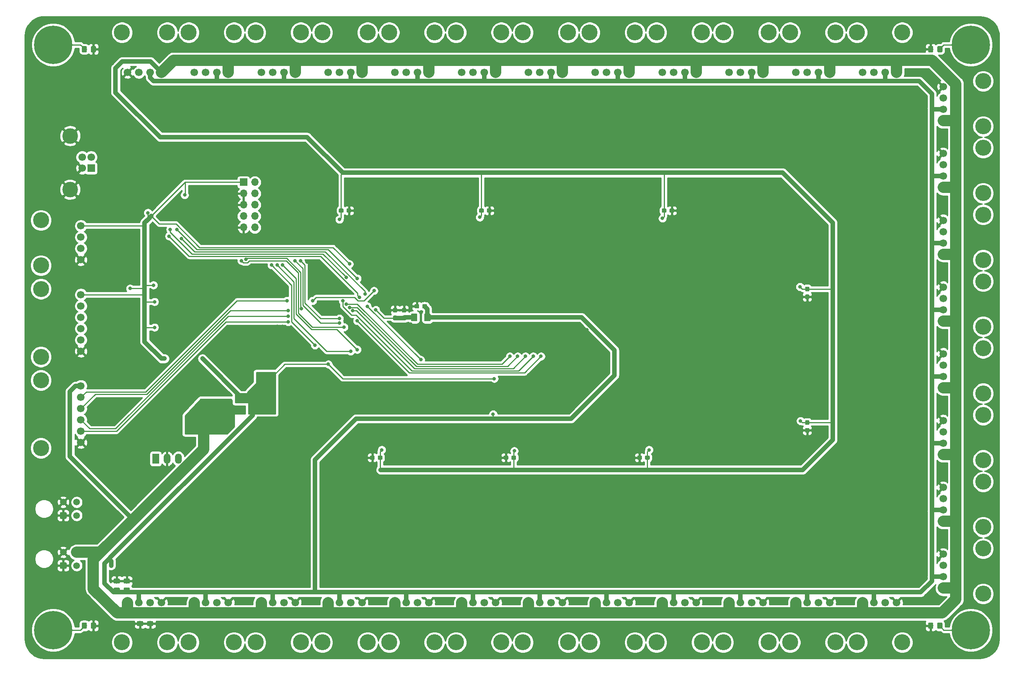
<source format=gbr>
G04 #@! TF.GenerationSoftware,KiCad,Pcbnew,(5.1.0)-1*
G04 #@! TF.CreationDate,2020-05-05T14:48:47-02:30*
G04 #@! TF.ProjectId,PCB_Morro_Bay,5043425f-4d6f-4727-926f-5f4261792e6b,A*
G04 #@! TF.SameCoordinates,Original*
G04 #@! TF.FileFunction,Copper,L2,Bot*
G04 #@! TF.FilePolarity,Positive*
%FSLAX46Y46*%
G04 Gerber Fmt 4.6, Leading zero omitted, Abs format (unit mm)*
G04 Created by KiCad (PCBNEW (5.1.0)-1) date 2020-05-05 14:48:47*
%MOMM*%
%LPD*%
G04 APERTURE LIST*
%ADD10R,1.700000X1.700000*%
%ADD11O,1.700000X1.700000*%
%ADD12C,1.700000*%
%ADD13C,3.600000*%
%ADD14C,0.100000*%
%ADD15C,0.950000*%
%ADD16C,1.150000*%
%ADD17C,1.425000*%
%ADD18C,1.500000*%
%ADD19C,3.500000*%
%ADD20R,1.500000X2.300000*%
%ADD21O,1.500000X2.300000*%
%ADD22C,8.600000*%
%ADD23C,0.800000*%
%ADD24C,1.000000*%
%ADD25C,0.250000*%
%ADD26C,2.500000*%
%ADD27C,1.000000*%
%ADD28C,0.254000*%
G04 APERTURE END LIST*
D10*
X150960000Y-96380000D03*
D11*
X150960000Y-98920000D03*
X153500000Y-104000000D03*
X153500000Y-106540000D03*
X150960000Y-106540000D03*
X150960000Y-101460000D03*
X153500000Y-96380000D03*
X153500000Y-98920000D03*
X153500000Y-101460000D03*
X150960000Y-104000000D03*
D12*
X114460000Y-142150000D03*
X114460000Y-144690000D03*
X114460000Y-149770000D03*
X114460000Y-154850000D03*
D13*
X105490000Y-140880000D03*
D12*
X114460000Y-147230000D03*
X114460000Y-152310000D03*
D13*
X105490000Y-156120000D03*
D12*
X114460000Y-121650000D03*
X114460000Y-124190000D03*
X114460000Y-129270000D03*
X114460000Y-134350000D03*
D13*
X105490000Y-120380000D03*
D12*
X114460000Y-126730000D03*
X114460000Y-131810000D03*
D13*
X105490000Y-135620000D03*
X105490000Y-104920000D03*
X105490000Y-115080000D03*
D12*
X114460000Y-106190000D03*
X114460000Y-108730000D03*
X114460000Y-111270000D03*
X114460000Y-113810000D03*
D13*
X133830000Y-62740000D03*
X123670000Y-62740000D03*
D12*
X132560000Y-71710000D03*
X130020000Y-71710000D03*
X127480000Y-71710000D03*
X124940000Y-71710000D03*
D13*
X148830000Y-62740000D03*
X138670000Y-62740000D03*
D12*
X147560000Y-71710000D03*
X145020000Y-71710000D03*
X142480000Y-71710000D03*
X139940000Y-71710000D03*
D13*
X163830000Y-62740000D03*
X153670000Y-62740000D03*
D12*
X162560000Y-71710000D03*
X160020000Y-71710000D03*
X157480000Y-71710000D03*
X154940000Y-71710000D03*
D13*
X178830000Y-62740000D03*
X168670000Y-62740000D03*
D12*
X177560000Y-71710000D03*
X175020000Y-71710000D03*
X172480000Y-71710000D03*
X169940000Y-71710000D03*
D13*
X193830000Y-62740000D03*
X183670000Y-62740000D03*
D12*
X192560000Y-71710000D03*
X190020000Y-71710000D03*
X187480000Y-71710000D03*
X184940000Y-71710000D03*
D13*
X208830000Y-62740000D03*
X198670000Y-62740000D03*
D12*
X207560000Y-71710000D03*
X205020000Y-71710000D03*
X202480000Y-71710000D03*
X199940000Y-71710000D03*
D13*
X223830000Y-62740000D03*
X213670000Y-62740000D03*
D12*
X222560000Y-71710000D03*
X220020000Y-71710000D03*
X217480000Y-71710000D03*
X214940000Y-71710000D03*
D13*
X238830000Y-62740000D03*
X228670000Y-62740000D03*
D12*
X237560000Y-71710000D03*
X235020000Y-71710000D03*
X232480000Y-71710000D03*
X229940000Y-71710000D03*
D13*
X253830000Y-62740000D03*
X243670000Y-62740000D03*
D12*
X252560000Y-71710000D03*
X250020000Y-71710000D03*
X247480000Y-71710000D03*
X244940000Y-71710000D03*
D13*
X268830000Y-62740000D03*
X258670000Y-62740000D03*
D12*
X267560000Y-71710000D03*
X265020000Y-71710000D03*
X262480000Y-71710000D03*
X259940000Y-71710000D03*
D13*
X283830000Y-62740000D03*
X273670000Y-62740000D03*
D12*
X282560000Y-71710000D03*
X280020000Y-71710000D03*
X277480000Y-71710000D03*
X274940000Y-71710000D03*
D13*
X298830000Y-62740000D03*
X288670000Y-62740000D03*
D12*
X297560000Y-71710000D03*
X295020000Y-71710000D03*
X292480000Y-71710000D03*
X289940000Y-71710000D03*
D13*
X317010000Y-83830000D03*
X317010000Y-73670000D03*
D12*
X308040000Y-82560000D03*
X308040000Y-80020000D03*
X308040000Y-77480000D03*
X308040000Y-74940000D03*
D13*
X317010000Y-98830000D03*
X317010000Y-88670000D03*
D12*
X308040000Y-97560000D03*
X308040000Y-95020000D03*
X308040000Y-92480000D03*
X308040000Y-89940000D03*
D13*
X317010000Y-113830000D03*
X317010000Y-103670000D03*
D12*
X308040000Y-112560000D03*
X308040000Y-110020000D03*
X308040000Y-107480000D03*
X308040000Y-104940000D03*
D13*
X317010000Y-128830000D03*
X317010000Y-118670000D03*
D12*
X308040000Y-127560000D03*
X308040000Y-125020000D03*
X308040000Y-122480000D03*
X308040000Y-119940000D03*
D13*
X317010000Y-143830000D03*
X317010000Y-133670000D03*
D12*
X308040000Y-142560000D03*
X308040000Y-140020000D03*
X308040000Y-137480000D03*
X308040000Y-134940000D03*
D13*
X317010000Y-158830000D03*
X317010000Y-148670000D03*
D12*
X308040000Y-157560000D03*
X308040000Y-155020000D03*
X308040000Y-152480000D03*
X308040000Y-149940000D03*
D13*
X317010000Y-173830000D03*
X317010000Y-163670000D03*
D12*
X308040000Y-172560000D03*
X308040000Y-170020000D03*
X308040000Y-167480000D03*
X308040000Y-164940000D03*
D13*
X317010000Y-188830000D03*
X317010000Y-178670000D03*
D12*
X308040000Y-187560000D03*
X308040000Y-185020000D03*
X308040000Y-182480000D03*
X308040000Y-179940000D03*
D13*
X288670000Y-199760000D03*
X298830000Y-199760000D03*
D12*
X289940000Y-190790000D03*
X292480000Y-190790000D03*
X295020000Y-190790000D03*
X297560000Y-190790000D03*
D13*
X273670000Y-199760000D03*
X283830000Y-199760000D03*
D12*
X274940000Y-190790000D03*
X277480000Y-190790000D03*
X280020000Y-190790000D03*
X282560000Y-190790000D03*
D13*
X258670000Y-199760000D03*
X268830000Y-199760000D03*
D12*
X259940000Y-190790000D03*
X262480000Y-190790000D03*
X265020000Y-190790000D03*
X267560000Y-190790000D03*
D13*
X243670000Y-199760000D03*
X253830000Y-199760000D03*
D12*
X244940000Y-190790000D03*
X247480000Y-190790000D03*
X250020000Y-190790000D03*
X252560000Y-190790000D03*
D13*
X228670000Y-199760000D03*
X238830000Y-199760000D03*
D12*
X229940000Y-190790000D03*
X232480000Y-190790000D03*
X235020000Y-190790000D03*
X237560000Y-190790000D03*
D13*
X213670000Y-199760000D03*
X223830000Y-199760000D03*
D12*
X214940000Y-190790000D03*
X217480000Y-190790000D03*
X220020000Y-190790000D03*
X222560000Y-190790000D03*
D13*
X198670000Y-199760000D03*
X208830000Y-199760000D03*
D12*
X199940000Y-190790000D03*
X202480000Y-190790000D03*
X205020000Y-190790000D03*
X207560000Y-190790000D03*
D13*
X183670000Y-199760000D03*
X193830000Y-199760000D03*
D12*
X184940000Y-190790000D03*
X187480000Y-190790000D03*
X190020000Y-190790000D03*
X192560000Y-190790000D03*
D13*
X168670000Y-199760000D03*
X178830000Y-199760000D03*
D12*
X169940000Y-190790000D03*
X172480000Y-190790000D03*
X175020000Y-190790000D03*
X177560000Y-190790000D03*
D13*
X153670000Y-199760000D03*
X163830000Y-199760000D03*
D12*
X154940000Y-190790000D03*
X157480000Y-190790000D03*
X160020000Y-190790000D03*
X162560000Y-190790000D03*
D13*
X138670000Y-199760000D03*
X148830000Y-199760000D03*
D12*
X139940000Y-190790000D03*
X142480000Y-190790000D03*
X145020000Y-190790000D03*
X147560000Y-190790000D03*
D13*
X123670000Y-199760000D03*
X133830000Y-199760000D03*
D12*
X124940000Y-190790000D03*
X127480000Y-190790000D03*
X130020000Y-190790000D03*
X132560000Y-190790000D03*
D14*
G36*
X190185779Y-123776144D02*
G01*
X190208834Y-123779563D01*
X190231443Y-123785227D01*
X190253387Y-123793079D01*
X190274457Y-123803044D01*
X190294448Y-123815026D01*
X190313168Y-123828910D01*
X190330438Y-123844562D01*
X190346090Y-123861832D01*
X190359974Y-123880552D01*
X190371956Y-123900543D01*
X190381921Y-123921613D01*
X190389773Y-123943557D01*
X190395437Y-123966166D01*
X190398856Y-123989221D01*
X190400000Y-124012500D01*
X190400000Y-124487500D01*
X190398856Y-124510779D01*
X190395437Y-124533834D01*
X190389773Y-124556443D01*
X190381921Y-124578387D01*
X190371956Y-124599457D01*
X190359974Y-124619448D01*
X190346090Y-124638168D01*
X190330438Y-124655438D01*
X190313168Y-124671090D01*
X190294448Y-124684974D01*
X190274457Y-124696956D01*
X190253387Y-124706921D01*
X190231443Y-124714773D01*
X190208834Y-124720437D01*
X190185779Y-124723856D01*
X190162500Y-124725000D01*
X189587500Y-124725000D01*
X189564221Y-124723856D01*
X189541166Y-124720437D01*
X189518557Y-124714773D01*
X189496613Y-124706921D01*
X189475543Y-124696956D01*
X189455552Y-124684974D01*
X189436832Y-124671090D01*
X189419562Y-124655438D01*
X189403910Y-124638168D01*
X189390026Y-124619448D01*
X189378044Y-124599457D01*
X189368079Y-124578387D01*
X189360227Y-124556443D01*
X189354563Y-124533834D01*
X189351144Y-124510779D01*
X189350000Y-124487500D01*
X189350000Y-124012500D01*
X189351144Y-123989221D01*
X189354563Y-123966166D01*
X189360227Y-123943557D01*
X189368079Y-123921613D01*
X189378044Y-123900543D01*
X189390026Y-123880552D01*
X189403910Y-123861832D01*
X189419562Y-123844562D01*
X189436832Y-123828910D01*
X189455552Y-123815026D01*
X189475543Y-123803044D01*
X189496613Y-123793079D01*
X189518557Y-123785227D01*
X189541166Y-123779563D01*
X189564221Y-123776144D01*
X189587500Y-123775000D01*
X190162500Y-123775000D01*
X190185779Y-123776144D01*
X190185779Y-123776144D01*
G37*
D15*
X189875000Y-124250000D03*
D14*
G36*
X191935779Y-123776144D02*
G01*
X191958834Y-123779563D01*
X191981443Y-123785227D01*
X192003387Y-123793079D01*
X192024457Y-123803044D01*
X192044448Y-123815026D01*
X192063168Y-123828910D01*
X192080438Y-123844562D01*
X192096090Y-123861832D01*
X192109974Y-123880552D01*
X192121956Y-123900543D01*
X192131921Y-123921613D01*
X192139773Y-123943557D01*
X192145437Y-123966166D01*
X192148856Y-123989221D01*
X192150000Y-124012500D01*
X192150000Y-124487500D01*
X192148856Y-124510779D01*
X192145437Y-124533834D01*
X192139773Y-124556443D01*
X192131921Y-124578387D01*
X192121956Y-124599457D01*
X192109974Y-124619448D01*
X192096090Y-124638168D01*
X192080438Y-124655438D01*
X192063168Y-124671090D01*
X192044448Y-124684974D01*
X192024457Y-124696956D01*
X192003387Y-124706921D01*
X191981443Y-124714773D01*
X191958834Y-124720437D01*
X191935779Y-124723856D01*
X191912500Y-124725000D01*
X191337500Y-124725000D01*
X191314221Y-124723856D01*
X191291166Y-124720437D01*
X191268557Y-124714773D01*
X191246613Y-124706921D01*
X191225543Y-124696956D01*
X191205552Y-124684974D01*
X191186832Y-124671090D01*
X191169562Y-124655438D01*
X191153910Y-124638168D01*
X191140026Y-124619448D01*
X191128044Y-124599457D01*
X191118079Y-124578387D01*
X191110227Y-124556443D01*
X191104563Y-124533834D01*
X191101144Y-124510779D01*
X191100000Y-124487500D01*
X191100000Y-124012500D01*
X191101144Y-123989221D01*
X191104563Y-123966166D01*
X191110227Y-123943557D01*
X191118079Y-123921613D01*
X191128044Y-123900543D01*
X191140026Y-123880552D01*
X191153910Y-123861832D01*
X191169562Y-123844562D01*
X191186832Y-123828910D01*
X191205552Y-123815026D01*
X191225543Y-123803044D01*
X191246613Y-123793079D01*
X191268557Y-123785227D01*
X191291166Y-123779563D01*
X191314221Y-123776144D01*
X191337500Y-123775000D01*
X191912500Y-123775000D01*
X191935779Y-123776144D01*
X191935779Y-123776144D01*
G37*
D15*
X191625000Y-124250000D03*
D14*
G36*
X185260779Y-124601144D02*
G01*
X185283834Y-124604563D01*
X185306443Y-124610227D01*
X185328387Y-124618079D01*
X185349457Y-124628044D01*
X185369448Y-124640026D01*
X185388168Y-124653910D01*
X185405438Y-124669562D01*
X185421090Y-124686832D01*
X185434974Y-124705552D01*
X185446956Y-124725543D01*
X185456921Y-124746613D01*
X185464773Y-124768557D01*
X185470437Y-124791166D01*
X185473856Y-124814221D01*
X185475000Y-124837500D01*
X185475000Y-125412500D01*
X185473856Y-125435779D01*
X185470437Y-125458834D01*
X185464773Y-125481443D01*
X185456921Y-125503387D01*
X185446956Y-125524457D01*
X185434974Y-125544448D01*
X185421090Y-125563168D01*
X185405438Y-125580438D01*
X185388168Y-125596090D01*
X185369448Y-125609974D01*
X185349457Y-125621956D01*
X185328387Y-125631921D01*
X185306443Y-125639773D01*
X185283834Y-125645437D01*
X185260779Y-125648856D01*
X185237500Y-125650000D01*
X184762500Y-125650000D01*
X184739221Y-125648856D01*
X184716166Y-125645437D01*
X184693557Y-125639773D01*
X184671613Y-125631921D01*
X184650543Y-125621956D01*
X184630552Y-125609974D01*
X184611832Y-125596090D01*
X184594562Y-125580438D01*
X184578910Y-125563168D01*
X184565026Y-125544448D01*
X184553044Y-125524457D01*
X184543079Y-125503387D01*
X184535227Y-125481443D01*
X184529563Y-125458834D01*
X184526144Y-125435779D01*
X184525000Y-125412500D01*
X184525000Y-124837500D01*
X184526144Y-124814221D01*
X184529563Y-124791166D01*
X184535227Y-124768557D01*
X184543079Y-124746613D01*
X184553044Y-124725543D01*
X184565026Y-124705552D01*
X184578910Y-124686832D01*
X184594562Y-124669562D01*
X184611832Y-124653910D01*
X184630552Y-124640026D01*
X184650543Y-124628044D01*
X184671613Y-124618079D01*
X184693557Y-124610227D01*
X184716166Y-124604563D01*
X184739221Y-124601144D01*
X184762500Y-124600000D01*
X185237500Y-124600000D01*
X185260779Y-124601144D01*
X185260779Y-124601144D01*
G37*
D15*
X185000000Y-125125000D03*
D14*
G36*
X185260779Y-126351144D02*
G01*
X185283834Y-126354563D01*
X185306443Y-126360227D01*
X185328387Y-126368079D01*
X185349457Y-126378044D01*
X185369448Y-126390026D01*
X185388168Y-126403910D01*
X185405438Y-126419562D01*
X185421090Y-126436832D01*
X185434974Y-126455552D01*
X185446956Y-126475543D01*
X185456921Y-126496613D01*
X185464773Y-126518557D01*
X185470437Y-126541166D01*
X185473856Y-126564221D01*
X185475000Y-126587500D01*
X185475000Y-127162500D01*
X185473856Y-127185779D01*
X185470437Y-127208834D01*
X185464773Y-127231443D01*
X185456921Y-127253387D01*
X185446956Y-127274457D01*
X185434974Y-127294448D01*
X185421090Y-127313168D01*
X185405438Y-127330438D01*
X185388168Y-127346090D01*
X185369448Y-127359974D01*
X185349457Y-127371956D01*
X185328387Y-127381921D01*
X185306443Y-127389773D01*
X185283834Y-127395437D01*
X185260779Y-127398856D01*
X185237500Y-127400000D01*
X184762500Y-127400000D01*
X184739221Y-127398856D01*
X184716166Y-127395437D01*
X184693557Y-127389773D01*
X184671613Y-127381921D01*
X184650543Y-127371956D01*
X184630552Y-127359974D01*
X184611832Y-127346090D01*
X184594562Y-127330438D01*
X184578910Y-127313168D01*
X184565026Y-127294448D01*
X184553044Y-127274457D01*
X184543079Y-127253387D01*
X184535227Y-127231443D01*
X184529563Y-127208834D01*
X184526144Y-127185779D01*
X184525000Y-127162500D01*
X184525000Y-126587500D01*
X184526144Y-126564221D01*
X184529563Y-126541166D01*
X184535227Y-126518557D01*
X184543079Y-126496613D01*
X184553044Y-126475543D01*
X184565026Y-126455552D01*
X184578910Y-126436832D01*
X184594562Y-126419562D01*
X184611832Y-126403910D01*
X184630552Y-126390026D01*
X184650543Y-126378044D01*
X184671613Y-126368079D01*
X184693557Y-126360227D01*
X184716166Y-126354563D01*
X184739221Y-126351144D01*
X184762500Y-126350000D01*
X185237500Y-126350000D01*
X185260779Y-126351144D01*
X185260779Y-126351144D01*
G37*
D15*
X185000000Y-126875000D03*
D14*
G36*
X187260779Y-126351144D02*
G01*
X187283834Y-126354563D01*
X187306443Y-126360227D01*
X187328387Y-126368079D01*
X187349457Y-126378044D01*
X187369448Y-126390026D01*
X187388168Y-126403910D01*
X187405438Y-126419562D01*
X187421090Y-126436832D01*
X187434974Y-126455552D01*
X187446956Y-126475543D01*
X187456921Y-126496613D01*
X187464773Y-126518557D01*
X187470437Y-126541166D01*
X187473856Y-126564221D01*
X187475000Y-126587500D01*
X187475000Y-127162500D01*
X187473856Y-127185779D01*
X187470437Y-127208834D01*
X187464773Y-127231443D01*
X187456921Y-127253387D01*
X187446956Y-127274457D01*
X187434974Y-127294448D01*
X187421090Y-127313168D01*
X187405438Y-127330438D01*
X187388168Y-127346090D01*
X187369448Y-127359974D01*
X187349457Y-127371956D01*
X187328387Y-127381921D01*
X187306443Y-127389773D01*
X187283834Y-127395437D01*
X187260779Y-127398856D01*
X187237500Y-127400000D01*
X186762500Y-127400000D01*
X186739221Y-127398856D01*
X186716166Y-127395437D01*
X186693557Y-127389773D01*
X186671613Y-127381921D01*
X186650543Y-127371956D01*
X186630552Y-127359974D01*
X186611832Y-127346090D01*
X186594562Y-127330438D01*
X186578910Y-127313168D01*
X186565026Y-127294448D01*
X186553044Y-127274457D01*
X186543079Y-127253387D01*
X186535227Y-127231443D01*
X186529563Y-127208834D01*
X186526144Y-127185779D01*
X186525000Y-127162500D01*
X186525000Y-126587500D01*
X186526144Y-126564221D01*
X186529563Y-126541166D01*
X186535227Y-126518557D01*
X186543079Y-126496613D01*
X186553044Y-126475543D01*
X186565026Y-126455552D01*
X186578910Y-126436832D01*
X186594562Y-126419562D01*
X186611832Y-126403910D01*
X186630552Y-126390026D01*
X186650543Y-126378044D01*
X186671613Y-126368079D01*
X186693557Y-126360227D01*
X186716166Y-126354563D01*
X186739221Y-126351144D01*
X186762500Y-126350000D01*
X187237500Y-126350000D01*
X187260779Y-126351144D01*
X187260779Y-126351144D01*
G37*
D15*
X187000000Y-126875000D03*
D14*
G36*
X187260779Y-124601144D02*
G01*
X187283834Y-124604563D01*
X187306443Y-124610227D01*
X187328387Y-124618079D01*
X187349457Y-124628044D01*
X187369448Y-124640026D01*
X187388168Y-124653910D01*
X187405438Y-124669562D01*
X187421090Y-124686832D01*
X187434974Y-124705552D01*
X187446956Y-124725543D01*
X187456921Y-124746613D01*
X187464773Y-124768557D01*
X187470437Y-124791166D01*
X187473856Y-124814221D01*
X187475000Y-124837500D01*
X187475000Y-125412500D01*
X187473856Y-125435779D01*
X187470437Y-125458834D01*
X187464773Y-125481443D01*
X187456921Y-125503387D01*
X187446956Y-125524457D01*
X187434974Y-125544448D01*
X187421090Y-125563168D01*
X187405438Y-125580438D01*
X187388168Y-125596090D01*
X187369448Y-125609974D01*
X187349457Y-125621956D01*
X187328387Y-125631921D01*
X187306443Y-125639773D01*
X187283834Y-125645437D01*
X187260779Y-125648856D01*
X187237500Y-125650000D01*
X186762500Y-125650000D01*
X186739221Y-125648856D01*
X186716166Y-125645437D01*
X186693557Y-125639773D01*
X186671613Y-125631921D01*
X186650543Y-125621956D01*
X186630552Y-125609974D01*
X186611832Y-125596090D01*
X186594562Y-125580438D01*
X186578910Y-125563168D01*
X186565026Y-125544448D01*
X186553044Y-125524457D01*
X186543079Y-125503387D01*
X186535227Y-125481443D01*
X186529563Y-125458834D01*
X186526144Y-125435779D01*
X186525000Y-125412500D01*
X186525000Y-124837500D01*
X186526144Y-124814221D01*
X186529563Y-124791166D01*
X186535227Y-124768557D01*
X186543079Y-124746613D01*
X186553044Y-124725543D01*
X186565026Y-124705552D01*
X186578910Y-124686832D01*
X186594562Y-124669562D01*
X186611832Y-124653910D01*
X186630552Y-124640026D01*
X186650543Y-124628044D01*
X186671613Y-124618079D01*
X186693557Y-124610227D01*
X186716166Y-124604563D01*
X186739221Y-124601144D01*
X186762500Y-124600000D01*
X187237500Y-124600000D01*
X187260779Y-124601144D01*
X187260779Y-124601144D01*
G37*
D15*
X187000000Y-125125000D03*
D14*
G36*
X173185779Y-102276144D02*
G01*
X173208834Y-102279563D01*
X173231443Y-102285227D01*
X173253387Y-102293079D01*
X173274457Y-102303044D01*
X173294448Y-102315026D01*
X173313168Y-102328910D01*
X173330438Y-102344562D01*
X173346090Y-102361832D01*
X173359974Y-102380552D01*
X173371956Y-102400543D01*
X173381921Y-102421613D01*
X173389773Y-102443557D01*
X173395437Y-102466166D01*
X173398856Y-102489221D01*
X173400000Y-102512500D01*
X173400000Y-102987500D01*
X173398856Y-103010779D01*
X173395437Y-103033834D01*
X173389773Y-103056443D01*
X173381921Y-103078387D01*
X173371956Y-103099457D01*
X173359974Y-103119448D01*
X173346090Y-103138168D01*
X173330438Y-103155438D01*
X173313168Y-103171090D01*
X173294448Y-103184974D01*
X173274457Y-103196956D01*
X173253387Y-103206921D01*
X173231443Y-103214773D01*
X173208834Y-103220437D01*
X173185779Y-103223856D01*
X173162500Y-103225000D01*
X172587500Y-103225000D01*
X172564221Y-103223856D01*
X172541166Y-103220437D01*
X172518557Y-103214773D01*
X172496613Y-103206921D01*
X172475543Y-103196956D01*
X172455552Y-103184974D01*
X172436832Y-103171090D01*
X172419562Y-103155438D01*
X172403910Y-103138168D01*
X172390026Y-103119448D01*
X172378044Y-103099457D01*
X172368079Y-103078387D01*
X172360227Y-103056443D01*
X172354563Y-103033834D01*
X172351144Y-103010779D01*
X172350000Y-102987500D01*
X172350000Y-102512500D01*
X172351144Y-102489221D01*
X172354563Y-102466166D01*
X172360227Y-102443557D01*
X172368079Y-102421613D01*
X172378044Y-102400543D01*
X172390026Y-102380552D01*
X172403910Y-102361832D01*
X172419562Y-102344562D01*
X172436832Y-102328910D01*
X172455552Y-102315026D01*
X172475543Y-102303044D01*
X172496613Y-102293079D01*
X172518557Y-102285227D01*
X172541166Y-102279563D01*
X172564221Y-102276144D01*
X172587500Y-102275000D01*
X173162500Y-102275000D01*
X173185779Y-102276144D01*
X173185779Y-102276144D01*
G37*
D15*
X172875000Y-102750000D03*
D14*
G36*
X174935779Y-102276144D02*
G01*
X174958834Y-102279563D01*
X174981443Y-102285227D01*
X175003387Y-102293079D01*
X175024457Y-102303044D01*
X175044448Y-102315026D01*
X175063168Y-102328910D01*
X175080438Y-102344562D01*
X175096090Y-102361832D01*
X175109974Y-102380552D01*
X175121956Y-102400543D01*
X175131921Y-102421613D01*
X175139773Y-102443557D01*
X175145437Y-102466166D01*
X175148856Y-102489221D01*
X175150000Y-102512500D01*
X175150000Y-102987500D01*
X175148856Y-103010779D01*
X175145437Y-103033834D01*
X175139773Y-103056443D01*
X175131921Y-103078387D01*
X175121956Y-103099457D01*
X175109974Y-103119448D01*
X175096090Y-103138168D01*
X175080438Y-103155438D01*
X175063168Y-103171090D01*
X175044448Y-103184974D01*
X175024457Y-103196956D01*
X175003387Y-103206921D01*
X174981443Y-103214773D01*
X174958834Y-103220437D01*
X174935779Y-103223856D01*
X174912500Y-103225000D01*
X174337500Y-103225000D01*
X174314221Y-103223856D01*
X174291166Y-103220437D01*
X174268557Y-103214773D01*
X174246613Y-103206921D01*
X174225543Y-103196956D01*
X174205552Y-103184974D01*
X174186832Y-103171090D01*
X174169562Y-103155438D01*
X174153910Y-103138168D01*
X174140026Y-103119448D01*
X174128044Y-103099457D01*
X174118079Y-103078387D01*
X174110227Y-103056443D01*
X174104563Y-103033834D01*
X174101144Y-103010779D01*
X174100000Y-102987500D01*
X174100000Y-102512500D01*
X174101144Y-102489221D01*
X174104563Y-102466166D01*
X174110227Y-102443557D01*
X174118079Y-102421613D01*
X174128044Y-102400543D01*
X174140026Y-102380552D01*
X174153910Y-102361832D01*
X174169562Y-102344562D01*
X174186832Y-102328910D01*
X174205552Y-102315026D01*
X174225543Y-102303044D01*
X174246613Y-102293079D01*
X174268557Y-102285227D01*
X174291166Y-102279563D01*
X174314221Y-102276144D01*
X174337500Y-102275000D01*
X174912500Y-102275000D01*
X174935779Y-102276144D01*
X174935779Y-102276144D01*
G37*
D15*
X174625000Y-102750000D03*
D14*
G36*
X204685779Y-102276144D02*
G01*
X204708834Y-102279563D01*
X204731443Y-102285227D01*
X204753387Y-102293079D01*
X204774457Y-102303044D01*
X204794448Y-102315026D01*
X204813168Y-102328910D01*
X204830438Y-102344562D01*
X204846090Y-102361832D01*
X204859974Y-102380552D01*
X204871956Y-102400543D01*
X204881921Y-102421613D01*
X204889773Y-102443557D01*
X204895437Y-102466166D01*
X204898856Y-102489221D01*
X204900000Y-102512500D01*
X204900000Y-102987500D01*
X204898856Y-103010779D01*
X204895437Y-103033834D01*
X204889773Y-103056443D01*
X204881921Y-103078387D01*
X204871956Y-103099457D01*
X204859974Y-103119448D01*
X204846090Y-103138168D01*
X204830438Y-103155438D01*
X204813168Y-103171090D01*
X204794448Y-103184974D01*
X204774457Y-103196956D01*
X204753387Y-103206921D01*
X204731443Y-103214773D01*
X204708834Y-103220437D01*
X204685779Y-103223856D01*
X204662500Y-103225000D01*
X204087500Y-103225000D01*
X204064221Y-103223856D01*
X204041166Y-103220437D01*
X204018557Y-103214773D01*
X203996613Y-103206921D01*
X203975543Y-103196956D01*
X203955552Y-103184974D01*
X203936832Y-103171090D01*
X203919562Y-103155438D01*
X203903910Y-103138168D01*
X203890026Y-103119448D01*
X203878044Y-103099457D01*
X203868079Y-103078387D01*
X203860227Y-103056443D01*
X203854563Y-103033834D01*
X203851144Y-103010779D01*
X203850000Y-102987500D01*
X203850000Y-102512500D01*
X203851144Y-102489221D01*
X203854563Y-102466166D01*
X203860227Y-102443557D01*
X203868079Y-102421613D01*
X203878044Y-102400543D01*
X203890026Y-102380552D01*
X203903910Y-102361832D01*
X203919562Y-102344562D01*
X203936832Y-102328910D01*
X203955552Y-102315026D01*
X203975543Y-102303044D01*
X203996613Y-102293079D01*
X204018557Y-102285227D01*
X204041166Y-102279563D01*
X204064221Y-102276144D01*
X204087500Y-102275000D01*
X204662500Y-102275000D01*
X204685779Y-102276144D01*
X204685779Y-102276144D01*
G37*
D15*
X204375000Y-102750000D03*
D14*
G36*
X206435779Y-102276144D02*
G01*
X206458834Y-102279563D01*
X206481443Y-102285227D01*
X206503387Y-102293079D01*
X206524457Y-102303044D01*
X206544448Y-102315026D01*
X206563168Y-102328910D01*
X206580438Y-102344562D01*
X206596090Y-102361832D01*
X206609974Y-102380552D01*
X206621956Y-102400543D01*
X206631921Y-102421613D01*
X206639773Y-102443557D01*
X206645437Y-102466166D01*
X206648856Y-102489221D01*
X206650000Y-102512500D01*
X206650000Y-102987500D01*
X206648856Y-103010779D01*
X206645437Y-103033834D01*
X206639773Y-103056443D01*
X206631921Y-103078387D01*
X206621956Y-103099457D01*
X206609974Y-103119448D01*
X206596090Y-103138168D01*
X206580438Y-103155438D01*
X206563168Y-103171090D01*
X206544448Y-103184974D01*
X206524457Y-103196956D01*
X206503387Y-103206921D01*
X206481443Y-103214773D01*
X206458834Y-103220437D01*
X206435779Y-103223856D01*
X206412500Y-103225000D01*
X205837500Y-103225000D01*
X205814221Y-103223856D01*
X205791166Y-103220437D01*
X205768557Y-103214773D01*
X205746613Y-103206921D01*
X205725543Y-103196956D01*
X205705552Y-103184974D01*
X205686832Y-103171090D01*
X205669562Y-103155438D01*
X205653910Y-103138168D01*
X205640026Y-103119448D01*
X205628044Y-103099457D01*
X205618079Y-103078387D01*
X205610227Y-103056443D01*
X205604563Y-103033834D01*
X205601144Y-103010779D01*
X205600000Y-102987500D01*
X205600000Y-102512500D01*
X205601144Y-102489221D01*
X205604563Y-102466166D01*
X205610227Y-102443557D01*
X205618079Y-102421613D01*
X205628044Y-102400543D01*
X205640026Y-102380552D01*
X205653910Y-102361832D01*
X205669562Y-102344562D01*
X205686832Y-102328910D01*
X205705552Y-102315026D01*
X205725543Y-102303044D01*
X205746613Y-102293079D01*
X205768557Y-102285227D01*
X205791166Y-102279563D01*
X205814221Y-102276144D01*
X205837500Y-102275000D01*
X206412500Y-102275000D01*
X206435779Y-102276144D01*
X206435779Y-102276144D01*
G37*
D15*
X206125000Y-102750000D03*
D14*
G36*
X247435779Y-102276144D02*
G01*
X247458834Y-102279563D01*
X247481443Y-102285227D01*
X247503387Y-102293079D01*
X247524457Y-102303044D01*
X247544448Y-102315026D01*
X247563168Y-102328910D01*
X247580438Y-102344562D01*
X247596090Y-102361832D01*
X247609974Y-102380552D01*
X247621956Y-102400543D01*
X247631921Y-102421613D01*
X247639773Y-102443557D01*
X247645437Y-102466166D01*
X247648856Y-102489221D01*
X247650000Y-102512500D01*
X247650000Y-102987500D01*
X247648856Y-103010779D01*
X247645437Y-103033834D01*
X247639773Y-103056443D01*
X247631921Y-103078387D01*
X247621956Y-103099457D01*
X247609974Y-103119448D01*
X247596090Y-103138168D01*
X247580438Y-103155438D01*
X247563168Y-103171090D01*
X247544448Y-103184974D01*
X247524457Y-103196956D01*
X247503387Y-103206921D01*
X247481443Y-103214773D01*
X247458834Y-103220437D01*
X247435779Y-103223856D01*
X247412500Y-103225000D01*
X246837500Y-103225000D01*
X246814221Y-103223856D01*
X246791166Y-103220437D01*
X246768557Y-103214773D01*
X246746613Y-103206921D01*
X246725543Y-103196956D01*
X246705552Y-103184974D01*
X246686832Y-103171090D01*
X246669562Y-103155438D01*
X246653910Y-103138168D01*
X246640026Y-103119448D01*
X246628044Y-103099457D01*
X246618079Y-103078387D01*
X246610227Y-103056443D01*
X246604563Y-103033834D01*
X246601144Y-103010779D01*
X246600000Y-102987500D01*
X246600000Y-102512500D01*
X246601144Y-102489221D01*
X246604563Y-102466166D01*
X246610227Y-102443557D01*
X246618079Y-102421613D01*
X246628044Y-102400543D01*
X246640026Y-102380552D01*
X246653910Y-102361832D01*
X246669562Y-102344562D01*
X246686832Y-102328910D01*
X246705552Y-102315026D01*
X246725543Y-102303044D01*
X246746613Y-102293079D01*
X246768557Y-102285227D01*
X246791166Y-102279563D01*
X246814221Y-102276144D01*
X246837500Y-102275000D01*
X247412500Y-102275000D01*
X247435779Y-102276144D01*
X247435779Y-102276144D01*
G37*
D15*
X247125000Y-102750000D03*
D14*
G36*
X245685779Y-102276144D02*
G01*
X245708834Y-102279563D01*
X245731443Y-102285227D01*
X245753387Y-102293079D01*
X245774457Y-102303044D01*
X245794448Y-102315026D01*
X245813168Y-102328910D01*
X245830438Y-102344562D01*
X245846090Y-102361832D01*
X245859974Y-102380552D01*
X245871956Y-102400543D01*
X245881921Y-102421613D01*
X245889773Y-102443557D01*
X245895437Y-102466166D01*
X245898856Y-102489221D01*
X245900000Y-102512500D01*
X245900000Y-102987500D01*
X245898856Y-103010779D01*
X245895437Y-103033834D01*
X245889773Y-103056443D01*
X245881921Y-103078387D01*
X245871956Y-103099457D01*
X245859974Y-103119448D01*
X245846090Y-103138168D01*
X245830438Y-103155438D01*
X245813168Y-103171090D01*
X245794448Y-103184974D01*
X245774457Y-103196956D01*
X245753387Y-103206921D01*
X245731443Y-103214773D01*
X245708834Y-103220437D01*
X245685779Y-103223856D01*
X245662500Y-103225000D01*
X245087500Y-103225000D01*
X245064221Y-103223856D01*
X245041166Y-103220437D01*
X245018557Y-103214773D01*
X244996613Y-103206921D01*
X244975543Y-103196956D01*
X244955552Y-103184974D01*
X244936832Y-103171090D01*
X244919562Y-103155438D01*
X244903910Y-103138168D01*
X244890026Y-103119448D01*
X244878044Y-103099457D01*
X244868079Y-103078387D01*
X244860227Y-103056443D01*
X244854563Y-103033834D01*
X244851144Y-103010779D01*
X244850000Y-102987500D01*
X244850000Y-102512500D01*
X244851144Y-102489221D01*
X244854563Y-102466166D01*
X244860227Y-102443557D01*
X244868079Y-102421613D01*
X244878044Y-102400543D01*
X244890026Y-102380552D01*
X244903910Y-102361832D01*
X244919562Y-102344562D01*
X244936832Y-102328910D01*
X244955552Y-102315026D01*
X244975543Y-102303044D01*
X244996613Y-102293079D01*
X245018557Y-102285227D01*
X245041166Y-102279563D01*
X245064221Y-102276144D01*
X245087500Y-102275000D01*
X245662500Y-102275000D01*
X245685779Y-102276144D01*
X245685779Y-102276144D01*
G37*
D15*
X245375000Y-102750000D03*
D14*
G36*
X277760779Y-121601144D02*
G01*
X277783834Y-121604563D01*
X277806443Y-121610227D01*
X277828387Y-121618079D01*
X277849457Y-121628044D01*
X277869448Y-121640026D01*
X277888168Y-121653910D01*
X277905438Y-121669562D01*
X277921090Y-121686832D01*
X277934974Y-121705552D01*
X277946956Y-121725543D01*
X277956921Y-121746613D01*
X277964773Y-121768557D01*
X277970437Y-121791166D01*
X277973856Y-121814221D01*
X277975000Y-121837500D01*
X277975000Y-122412500D01*
X277973856Y-122435779D01*
X277970437Y-122458834D01*
X277964773Y-122481443D01*
X277956921Y-122503387D01*
X277946956Y-122524457D01*
X277934974Y-122544448D01*
X277921090Y-122563168D01*
X277905438Y-122580438D01*
X277888168Y-122596090D01*
X277869448Y-122609974D01*
X277849457Y-122621956D01*
X277828387Y-122631921D01*
X277806443Y-122639773D01*
X277783834Y-122645437D01*
X277760779Y-122648856D01*
X277737500Y-122650000D01*
X277262500Y-122650000D01*
X277239221Y-122648856D01*
X277216166Y-122645437D01*
X277193557Y-122639773D01*
X277171613Y-122631921D01*
X277150543Y-122621956D01*
X277130552Y-122609974D01*
X277111832Y-122596090D01*
X277094562Y-122580438D01*
X277078910Y-122563168D01*
X277065026Y-122544448D01*
X277053044Y-122524457D01*
X277043079Y-122503387D01*
X277035227Y-122481443D01*
X277029563Y-122458834D01*
X277026144Y-122435779D01*
X277025000Y-122412500D01*
X277025000Y-121837500D01*
X277026144Y-121814221D01*
X277029563Y-121791166D01*
X277035227Y-121768557D01*
X277043079Y-121746613D01*
X277053044Y-121725543D01*
X277065026Y-121705552D01*
X277078910Y-121686832D01*
X277094562Y-121669562D01*
X277111832Y-121653910D01*
X277130552Y-121640026D01*
X277150543Y-121628044D01*
X277171613Y-121618079D01*
X277193557Y-121610227D01*
X277216166Y-121604563D01*
X277239221Y-121601144D01*
X277262500Y-121600000D01*
X277737500Y-121600000D01*
X277760779Y-121601144D01*
X277760779Y-121601144D01*
G37*
D15*
X277500000Y-122125000D03*
D14*
G36*
X277760779Y-119851144D02*
G01*
X277783834Y-119854563D01*
X277806443Y-119860227D01*
X277828387Y-119868079D01*
X277849457Y-119878044D01*
X277869448Y-119890026D01*
X277888168Y-119903910D01*
X277905438Y-119919562D01*
X277921090Y-119936832D01*
X277934974Y-119955552D01*
X277946956Y-119975543D01*
X277956921Y-119996613D01*
X277964773Y-120018557D01*
X277970437Y-120041166D01*
X277973856Y-120064221D01*
X277975000Y-120087500D01*
X277975000Y-120662500D01*
X277973856Y-120685779D01*
X277970437Y-120708834D01*
X277964773Y-120731443D01*
X277956921Y-120753387D01*
X277946956Y-120774457D01*
X277934974Y-120794448D01*
X277921090Y-120813168D01*
X277905438Y-120830438D01*
X277888168Y-120846090D01*
X277869448Y-120859974D01*
X277849457Y-120871956D01*
X277828387Y-120881921D01*
X277806443Y-120889773D01*
X277783834Y-120895437D01*
X277760779Y-120898856D01*
X277737500Y-120900000D01*
X277262500Y-120900000D01*
X277239221Y-120898856D01*
X277216166Y-120895437D01*
X277193557Y-120889773D01*
X277171613Y-120881921D01*
X277150543Y-120871956D01*
X277130552Y-120859974D01*
X277111832Y-120846090D01*
X277094562Y-120830438D01*
X277078910Y-120813168D01*
X277065026Y-120794448D01*
X277053044Y-120774457D01*
X277043079Y-120753387D01*
X277035227Y-120731443D01*
X277029563Y-120708834D01*
X277026144Y-120685779D01*
X277025000Y-120662500D01*
X277025000Y-120087500D01*
X277026144Y-120064221D01*
X277029563Y-120041166D01*
X277035227Y-120018557D01*
X277043079Y-119996613D01*
X277053044Y-119975543D01*
X277065026Y-119955552D01*
X277078910Y-119936832D01*
X277094562Y-119919562D01*
X277111832Y-119903910D01*
X277130552Y-119890026D01*
X277150543Y-119878044D01*
X277171613Y-119868079D01*
X277193557Y-119860227D01*
X277216166Y-119854563D01*
X277239221Y-119851144D01*
X277262500Y-119850000D01*
X277737500Y-119850000D01*
X277760779Y-119851144D01*
X277760779Y-119851144D01*
G37*
D15*
X277500000Y-120375000D03*
D14*
G36*
X277760779Y-149851144D02*
G01*
X277783834Y-149854563D01*
X277806443Y-149860227D01*
X277828387Y-149868079D01*
X277849457Y-149878044D01*
X277869448Y-149890026D01*
X277888168Y-149903910D01*
X277905438Y-149919562D01*
X277921090Y-149936832D01*
X277934974Y-149955552D01*
X277946956Y-149975543D01*
X277956921Y-149996613D01*
X277964773Y-150018557D01*
X277970437Y-150041166D01*
X277973856Y-150064221D01*
X277975000Y-150087500D01*
X277975000Y-150662500D01*
X277973856Y-150685779D01*
X277970437Y-150708834D01*
X277964773Y-150731443D01*
X277956921Y-150753387D01*
X277946956Y-150774457D01*
X277934974Y-150794448D01*
X277921090Y-150813168D01*
X277905438Y-150830438D01*
X277888168Y-150846090D01*
X277869448Y-150859974D01*
X277849457Y-150871956D01*
X277828387Y-150881921D01*
X277806443Y-150889773D01*
X277783834Y-150895437D01*
X277760779Y-150898856D01*
X277737500Y-150900000D01*
X277262500Y-150900000D01*
X277239221Y-150898856D01*
X277216166Y-150895437D01*
X277193557Y-150889773D01*
X277171613Y-150881921D01*
X277150543Y-150871956D01*
X277130552Y-150859974D01*
X277111832Y-150846090D01*
X277094562Y-150830438D01*
X277078910Y-150813168D01*
X277065026Y-150794448D01*
X277053044Y-150774457D01*
X277043079Y-150753387D01*
X277035227Y-150731443D01*
X277029563Y-150708834D01*
X277026144Y-150685779D01*
X277025000Y-150662500D01*
X277025000Y-150087500D01*
X277026144Y-150064221D01*
X277029563Y-150041166D01*
X277035227Y-150018557D01*
X277043079Y-149996613D01*
X277053044Y-149975543D01*
X277065026Y-149955552D01*
X277078910Y-149936832D01*
X277094562Y-149919562D01*
X277111832Y-149903910D01*
X277130552Y-149890026D01*
X277150543Y-149878044D01*
X277171613Y-149868079D01*
X277193557Y-149860227D01*
X277216166Y-149854563D01*
X277239221Y-149851144D01*
X277262500Y-149850000D01*
X277737500Y-149850000D01*
X277760779Y-149851144D01*
X277760779Y-149851144D01*
G37*
D15*
X277500000Y-150375000D03*
D14*
G36*
X277760779Y-151601144D02*
G01*
X277783834Y-151604563D01*
X277806443Y-151610227D01*
X277828387Y-151618079D01*
X277849457Y-151628044D01*
X277869448Y-151640026D01*
X277888168Y-151653910D01*
X277905438Y-151669562D01*
X277921090Y-151686832D01*
X277934974Y-151705552D01*
X277946956Y-151725543D01*
X277956921Y-151746613D01*
X277964773Y-151768557D01*
X277970437Y-151791166D01*
X277973856Y-151814221D01*
X277975000Y-151837500D01*
X277975000Y-152412500D01*
X277973856Y-152435779D01*
X277970437Y-152458834D01*
X277964773Y-152481443D01*
X277956921Y-152503387D01*
X277946956Y-152524457D01*
X277934974Y-152544448D01*
X277921090Y-152563168D01*
X277905438Y-152580438D01*
X277888168Y-152596090D01*
X277869448Y-152609974D01*
X277849457Y-152621956D01*
X277828387Y-152631921D01*
X277806443Y-152639773D01*
X277783834Y-152645437D01*
X277760779Y-152648856D01*
X277737500Y-152650000D01*
X277262500Y-152650000D01*
X277239221Y-152648856D01*
X277216166Y-152645437D01*
X277193557Y-152639773D01*
X277171613Y-152631921D01*
X277150543Y-152621956D01*
X277130552Y-152609974D01*
X277111832Y-152596090D01*
X277094562Y-152580438D01*
X277078910Y-152563168D01*
X277065026Y-152544448D01*
X277053044Y-152524457D01*
X277043079Y-152503387D01*
X277035227Y-152481443D01*
X277029563Y-152458834D01*
X277026144Y-152435779D01*
X277025000Y-152412500D01*
X277025000Y-151837500D01*
X277026144Y-151814221D01*
X277029563Y-151791166D01*
X277035227Y-151768557D01*
X277043079Y-151746613D01*
X277053044Y-151725543D01*
X277065026Y-151705552D01*
X277078910Y-151686832D01*
X277094562Y-151669562D01*
X277111832Y-151653910D01*
X277130552Y-151640026D01*
X277150543Y-151628044D01*
X277171613Y-151618079D01*
X277193557Y-151610227D01*
X277216166Y-151604563D01*
X277239221Y-151601144D01*
X277262500Y-151600000D01*
X277737500Y-151600000D01*
X277760779Y-151601144D01*
X277760779Y-151601144D01*
G37*
D15*
X277500000Y-152125000D03*
D14*
G36*
X241935779Y-157776144D02*
G01*
X241958834Y-157779563D01*
X241981443Y-157785227D01*
X242003387Y-157793079D01*
X242024457Y-157803044D01*
X242044448Y-157815026D01*
X242063168Y-157828910D01*
X242080438Y-157844562D01*
X242096090Y-157861832D01*
X242109974Y-157880552D01*
X242121956Y-157900543D01*
X242131921Y-157921613D01*
X242139773Y-157943557D01*
X242145437Y-157966166D01*
X242148856Y-157989221D01*
X242150000Y-158012500D01*
X242150000Y-158487500D01*
X242148856Y-158510779D01*
X242145437Y-158533834D01*
X242139773Y-158556443D01*
X242131921Y-158578387D01*
X242121956Y-158599457D01*
X242109974Y-158619448D01*
X242096090Y-158638168D01*
X242080438Y-158655438D01*
X242063168Y-158671090D01*
X242044448Y-158684974D01*
X242024457Y-158696956D01*
X242003387Y-158706921D01*
X241981443Y-158714773D01*
X241958834Y-158720437D01*
X241935779Y-158723856D01*
X241912500Y-158725000D01*
X241337500Y-158725000D01*
X241314221Y-158723856D01*
X241291166Y-158720437D01*
X241268557Y-158714773D01*
X241246613Y-158706921D01*
X241225543Y-158696956D01*
X241205552Y-158684974D01*
X241186832Y-158671090D01*
X241169562Y-158655438D01*
X241153910Y-158638168D01*
X241140026Y-158619448D01*
X241128044Y-158599457D01*
X241118079Y-158578387D01*
X241110227Y-158556443D01*
X241104563Y-158533834D01*
X241101144Y-158510779D01*
X241100000Y-158487500D01*
X241100000Y-158012500D01*
X241101144Y-157989221D01*
X241104563Y-157966166D01*
X241110227Y-157943557D01*
X241118079Y-157921613D01*
X241128044Y-157900543D01*
X241140026Y-157880552D01*
X241153910Y-157861832D01*
X241169562Y-157844562D01*
X241186832Y-157828910D01*
X241205552Y-157815026D01*
X241225543Y-157803044D01*
X241246613Y-157793079D01*
X241268557Y-157785227D01*
X241291166Y-157779563D01*
X241314221Y-157776144D01*
X241337500Y-157775000D01*
X241912500Y-157775000D01*
X241935779Y-157776144D01*
X241935779Y-157776144D01*
G37*
D15*
X241625000Y-158250000D03*
D14*
G36*
X240185779Y-157776144D02*
G01*
X240208834Y-157779563D01*
X240231443Y-157785227D01*
X240253387Y-157793079D01*
X240274457Y-157803044D01*
X240294448Y-157815026D01*
X240313168Y-157828910D01*
X240330438Y-157844562D01*
X240346090Y-157861832D01*
X240359974Y-157880552D01*
X240371956Y-157900543D01*
X240381921Y-157921613D01*
X240389773Y-157943557D01*
X240395437Y-157966166D01*
X240398856Y-157989221D01*
X240400000Y-158012500D01*
X240400000Y-158487500D01*
X240398856Y-158510779D01*
X240395437Y-158533834D01*
X240389773Y-158556443D01*
X240381921Y-158578387D01*
X240371956Y-158599457D01*
X240359974Y-158619448D01*
X240346090Y-158638168D01*
X240330438Y-158655438D01*
X240313168Y-158671090D01*
X240294448Y-158684974D01*
X240274457Y-158696956D01*
X240253387Y-158706921D01*
X240231443Y-158714773D01*
X240208834Y-158720437D01*
X240185779Y-158723856D01*
X240162500Y-158725000D01*
X239587500Y-158725000D01*
X239564221Y-158723856D01*
X239541166Y-158720437D01*
X239518557Y-158714773D01*
X239496613Y-158706921D01*
X239475543Y-158696956D01*
X239455552Y-158684974D01*
X239436832Y-158671090D01*
X239419562Y-158655438D01*
X239403910Y-158638168D01*
X239390026Y-158619448D01*
X239378044Y-158599457D01*
X239368079Y-158578387D01*
X239360227Y-158556443D01*
X239354563Y-158533834D01*
X239351144Y-158510779D01*
X239350000Y-158487500D01*
X239350000Y-158012500D01*
X239351144Y-157989221D01*
X239354563Y-157966166D01*
X239360227Y-157943557D01*
X239368079Y-157921613D01*
X239378044Y-157900543D01*
X239390026Y-157880552D01*
X239403910Y-157861832D01*
X239419562Y-157844562D01*
X239436832Y-157828910D01*
X239455552Y-157815026D01*
X239475543Y-157803044D01*
X239496613Y-157793079D01*
X239518557Y-157785227D01*
X239541166Y-157779563D01*
X239564221Y-157776144D01*
X239587500Y-157775000D01*
X240162500Y-157775000D01*
X240185779Y-157776144D01*
X240185779Y-157776144D01*
G37*
D15*
X239875000Y-158250000D03*
D14*
G36*
X210185779Y-157776144D02*
G01*
X210208834Y-157779563D01*
X210231443Y-157785227D01*
X210253387Y-157793079D01*
X210274457Y-157803044D01*
X210294448Y-157815026D01*
X210313168Y-157828910D01*
X210330438Y-157844562D01*
X210346090Y-157861832D01*
X210359974Y-157880552D01*
X210371956Y-157900543D01*
X210381921Y-157921613D01*
X210389773Y-157943557D01*
X210395437Y-157966166D01*
X210398856Y-157989221D01*
X210400000Y-158012500D01*
X210400000Y-158487500D01*
X210398856Y-158510779D01*
X210395437Y-158533834D01*
X210389773Y-158556443D01*
X210381921Y-158578387D01*
X210371956Y-158599457D01*
X210359974Y-158619448D01*
X210346090Y-158638168D01*
X210330438Y-158655438D01*
X210313168Y-158671090D01*
X210294448Y-158684974D01*
X210274457Y-158696956D01*
X210253387Y-158706921D01*
X210231443Y-158714773D01*
X210208834Y-158720437D01*
X210185779Y-158723856D01*
X210162500Y-158725000D01*
X209587500Y-158725000D01*
X209564221Y-158723856D01*
X209541166Y-158720437D01*
X209518557Y-158714773D01*
X209496613Y-158706921D01*
X209475543Y-158696956D01*
X209455552Y-158684974D01*
X209436832Y-158671090D01*
X209419562Y-158655438D01*
X209403910Y-158638168D01*
X209390026Y-158619448D01*
X209378044Y-158599457D01*
X209368079Y-158578387D01*
X209360227Y-158556443D01*
X209354563Y-158533834D01*
X209351144Y-158510779D01*
X209350000Y-158487500D01*
X209350000Y-158012500D01*
X209351144Y-157989221D01*
X209354563Y-157966166D01*
X209360227Y-157943557D01*
X209368079Y-157921613D01*
X209378044Y-157900543D01*
X209390026Y-157880552D01*
X209403910Y-157861832D01*
X209419562Y-157844562D01*
X209436832Y-157828910D01*
X209455552Y-157815026D01*
X209475543Y-157803044D01*
X209496613Y-157793079D01*
X209518557Y-157785227D01*
X209541166Y-157779563D01*
X209564221Y-157776144D01*
X209587500Y-157775000D01*
X210162500Y-157775000D01*
X210185779Y-157776144D01*
X210185779Y-157776144D01*
G37*
D15*
X209875000Y-158250000D03*
D14*
G36*
X211935779Y-157776144D02*
G01*
X211958834Y-157779563D01*
X211981443Y-157785227D01*
X212003387Y-157793079D01*
X212024457Y-157803044D01*
X212044448Y-157815026D01*
X212063168Y-157828910D01*
X212080438Y-157844562D01*
X212096090Y-157861832D01*
X212109974Y-157880552D01*
X212121956Y-157900543D01*
X212131921Y-157921613D01*
X212139773Y-157943557D01*
X212145437Y-157966166D01*
X212148856Y-157989221D01*
X212150000Y-158012500D01*
X212150000Y-158487500D01*
X212148856Y-158510779D01*
X212145437Y-158533834D01*
X212139773Y-158556443D01*
X212131921Y-158578387D01*
X212121956Y-158599457D01*
X212109974Y-158619448D01*
X212096090Y-158638168D01*
X212080438Y-158655438D01*
X212063168Y-158671090D01*
X212044448Y-158684974D01*
X212024457Y-158696956D01*
X212003387Y-158706921D01*
X211981443Y-158714773D01*
X211958834Y-158720437D01*
X211935779Y-158723856D01*
X211912500Y-158725000D01*
X211337500Y-158725000D01*
X211314221Y-158723856D01*
X211291166Y-158720437D01*
X211268557Y-158714773D01*
X211246613Y-158706921D01*
X211225543Y-158696956D01*
X211205552Y-158684974D01*
X211186832Y-158671090D01*
X211169562Y-158655438D01*
X211153910Y-158638168D01*
X211140026Y-158619448D01*
X211128044Y-158599457D01*
X211118079Y-158578387D01*
X211110227Y-158556443D01*
X211104563Y-158533834D01*
X211101144Y-158510779D01*
X211100000Y-158487500D01*
X211100000Y-158012500D01*
X211101144Y-157989221D01*
X211104563Y-157966166D01*
X211110227Y-157943557D01*
X211118079Y-157921613D01*
X211128044Y-157900543D01*
X211140026Y-157880552D01*
X211153910Y-157861832D01*
X211169562Y-157844562D01*
X211186832Y-157828910D01*
X211205552Y-157815026D01*
X211225543Y-157803044D01*
X211246613Y-157793079D01*
X211268557Y-157785227D01*
X211291166Y-157779563D01*
X211314221Y-157776144D01*
X211337500Y-157775000D01*
X211912500Y-157775000D01*
X211935779Y-157776144D01*
X211935779Y-157776144D01*
G37*
D15*
X211625000Y-158250000D03*
D14*
G36*
X122974505Y-185401204D02*
G01*
X122998773Y-185404804D01*
X123022572Y-185410765D01*
X123045671Y-185419030D01*
X123067850Y-185429520D01*
X123088893Y-185442132D01*
X123108599Y-185456747D01*
X123126777Y-185473223D01*
X123143253Y-185491401D01*
X123157868Y-185511107D01*
X123170480Y-185532150D01*
X123180970Y-185554329D01*
X123189235Y-185577428D01*
X123195196Y-185601227D01*
X123198796Y-185625495D01*
X123200000Y-185649999D01*
X123200000Y-186300001D01*
X123198796Y-186324505D01*
X123195196Y-186348773D01*
X123189235Y-186372572D01*
X123180970Y-186395671D01*
X123170480Y-186417850D01*
X123157868Y-186438893D01*
X123143253Y-186458599D01*
X123126777Y-186476777D01*
X123108599Y-186493253D01*
X123088893Y-186507868D01*
X123067850Y-186520480D01*
X123045671Y-186530970D01*
X123022572Y-186539235D01*
X122998773Y-186545196D01*
X122974505Y-186548796D01*
X122950001Y-186550000D01*
X122049999Y-186550000D01*
X122025495Y-186548796D01*
X122001227Y-186545196D01*
X121977428Y-186539235D01*
X121954329Y-186530970D01*
X121932150Y-186520480D01*
X121911107Y-186507868D01*
X121891401Y-186493253D01*
X121873223Y-186476777D01*
X121856747Y-186458599D01*
X121842132Y-186438893D01*
X121829520Y-186417850D01*
X121819030Y-186395671D01*
X121810765Y-186372572D01*
X121804804Y-186348773D01*
X121801204Y-186324505D01*
X121800000Y-186300001D01*
X121800000Y-185649999D01*
X121801204Y-185625495D01*
X121804804Y-185601227D01*
X121810765Y-185577428D01*
X121819030Y-185554329D01*
X121829520Y-185532150D01*
X121842132Y-185511107D01*
X121856747Y-185491401D01*
X121873223Y-185473223D01*
X121891401Y-185456747D01*
X121911107Y-185442132D01*
X121932150Y-185429520D01*
X121954329Y-185419030D01*
X121977428Y-185410765D01*
X122001227Y-185404804D01*
X122025495Y-185401204D01*
X122049999Y-185400000D01*
X122950001Y-185400000D01*
X122974505Y-185401204D01*
X122974505Y-185401204D01*
G37*
D16*
X122500000Y-185975000D03*
D14*
G36*
X122974505Y-187451204D02*
G01*
X122998773Y-187454804D01*
X123022572Y-187460765D01*
X123045671Y-187469030D01*
X123067850Y-187479520D01*
X123088893Y-187492132D01*
X123108599Y-187506747D01*
X123126777Y-187523223D01*
X123143253Y-187541401D01*
X123157868Y-187561107D01*
X123170480Y-187582150D01*
X123180970Y-187604329D01*
X123189235Y-187627428D01*
X123195196Y-187651227D01*
X123198796Y-187675495D01*
X123200000Y-187699999D01*
X123200000Y-188350001D01*
X123198796Y-188374505D01*
X123195196Y-188398773D01*
X123189235Y-188422572D01*
X123180970Y-188445671D01*
X123170480Y-188467850D01*
X123157868Y-188488893D01*
X123143253Y-188508599D01*
X123126777Y-188526777D01*
X123108599Y-188543253D01*
X123088893Y-188557868D01*
X123067850Y-188570480D01*
X123045671Y-188580970D01*
X123022572Y-188589235D01*
X122998773Y-188595196D01*
X122974505Y-188598796D01*
X122950001Y-188600000D01*
X122049999Y-188600000D01*
X122025495Y-188598796D01*
X122001227Y-188595196D01*
X121977428Y-188589235D01*
X121954329Y-188580970D01*
X121932150Y-188570480D01*
X121911107Y-188557868D01*
X121891401Y-188543253D01*
X121873223Y-188526777D01*
X121856747Y-188508599D01*
X121842132Y-188488893D01*
X121829520Y-188467850D01*
X121819030Y-188445671D01*
X121810765Y-188422572D01*
X121804804Y-188398773D01*
X121801204Y-188374505D01*
X121800000Y-188350001D01*
X121800000Y-187699999D01*
X121801204Y-187675495D01*
X121804804Y-187651227D01*
X121810765Y-187627428D01*
X121819030Y-187604329D01*
X121829520Y-187582150D01*
X121842132Y-187561107D01*
X121856747Y-187541401D01*
X121873223Y-187523223D01*
X121891401Y-187506747D01*
X121911107Y-187492132D01*
X121932150Y-187479520D01*
X121954329Y-187469030D01*
X121977428Y-187460765D01*
X122001227Y-187454804D01*
X122025495Y-187451204D01*
X122049999Y-187450000D01*
X122950001Y-187450000D01*
X122974505Y-187451204D01*
X122974505Y-187451204D01*
G37*
D16*
X122500000Y-188025000D03*
D14*
G36*
X130474505Y-192901204D02*
G01*
X130498773Y-192904804D01*
X130522572Y-192910765D01*
X130545671Y-192919030D01*
X130567850Y-192929520D01*
X130588893Y-192942132D01*
X130608599Y-192956747D01*
X130626777Y-192973223D01*
X130643253Y-192991401D01*
X130657868Y-193011107D01*
X130670480Y-193032150D01*
X130680970Y-193054329D01*
X130689235Y-193077428D01*
X130695196Y-193101227D01*
X130698796Y-193125495D01*
X130700000Y-193149999D01*
X130700000Y-193800001D01*
X130698796Y-193824505D01*
X130695196Y-193848773D01*
X130689235Y-193872572D01*
X130680970Y-193895671D01*
X130670480Y-193917850D01*
X130657868Y-193938893D01*
X130643253Y-193958599D01*
X130626777Y-193976777D01*
X130608599Y-193993253D01*
X130588893Y-194007868D01*
X130567850Y-194020480D01*
X130545671Y-194030970D01*
X130522572Y-194039235D01*
X130498773Y-194045196D01*
X130474505Y-194048796D01*
X130450001Y-194050000D01*
X129549999Y-194050000D01*
X129525495Y-194048796D01*
X129501227Y-194045196D01*
X129477428Y-194039235D01*
X129454329Y-194030970D01*
X129432150Y-194020480D01*
X129411107Y-194007868D01*
X129391401Y-193993253D01*
X129373223Y-193976777D01*
X129356747Y-193958599D01*
X129342132Y-193938893D01*
X129329520Y-193917850D01*
X129319030Y-193895671D01*
X129310765Y-193872572D01*
X129304804Y-193848773D01*
X129301204Y-193824505D01*
X129300000Y-193800001D01*
X129300000Y-193149999D01*
X129301204Y-193125495D01*
X129304804Y-193101227D01*
X129310765Y-193077428D01*
X129319030Y-193054329D01*
X129329520Y-193032150D01*
X129342132Y-193011107D01*
X129356747Y-192991401D01*
X129373223Y-192973223D01*
X129391401Y-192956747D01*
X129411107Y-192942132D01*
X129432150Y-192929520D01*
X129454329Y-192919030D01*
X129477428Y-192910765D01*
X129501227Y-192904804D01*
X129525495Y-192901204D01*
X129549999Y-192900000D01*
X130450001Y-192900000D01*
X130474505Y-192901204D01*
X130474505Y-192901204D01*
G37*
D16*
X130000000Y-193475000D03*
D14*
G36*
X130474505Y-194951204D02*
G01*
X130498773Y-194954804D01*
X130522572Y-194960765D01*
X130545671Y-194969030D01*
X130567850Y-194979520D01*
X130588893Y-194992132D01*
X130608599Y-195006747D01*
X130626777Y-195023223D01*
X130643253Y-195041401D01*
X130657868Y-195061107D01*
X130670480Y-195082150D01*
X130680970Y-195104329D01*
X130689235Y-195127428D01*
X130695196Y-195151227D01*
X130698796Y-195175495D01*
X130700000Y-195199999D01*
X130700000Y-195850001D01*
X130698796Y-195874505D01*
X130695196Y-195898773D01*
X130689235Y-195922572D01*
X130680970Y-195945671D01*
X130670480Y-195967850D01*
X130657868Y-195988893D01*
X130643253Y-196008599D01*
X130626777Y-196026777D01*
X130608599Y-196043253D01*
X130588893Y-196057868D01*
X130567850Y-196070480D01*
X130545671Y-196080970D01*
X130522572Y-196089235D01*
X130498773Y-196095196D01*
X130474505Y-196098796D01*
X130450001Y-196100000D01*
X129549999Y-196100000D01*
X129525495Y-196098796D01*
X129501227Y-196095196D01*
X129477428Y-196089235D01*
X129454329Y-196080970D01*
X129432150Y-196070480D01*
X129411107Y-196057868D01*
X129391401Y-196043253D01*
X129373223Y-196026777D01*
X129356747Y-196008599D01*
X129342132Y-195988893D01*
X129329520Y-195967850D01*
X129319030Y-195945671D01*
X129310765Y-195922572D01*
X129304804Y-195898773D01*
X129301204Y-195874505D01*
X129300000Y-195850001D01*
X129300000Y-195199999D01*
X129301204Y-195175495D01*
X129304804Y-195151227D01*
X129310765Y-195127428D01*
X129319030Y-195104329D01*
X129329520Y-195082150D01*
X129342132Y-195061107D01*
X129356747Y-195041401D01*
X129373223Y-195023223D01*
X129391401Y-195006747D01*
X129411107Y-194992132D01*
X129432150Y-194979520D01*
X129454329Y-194969030D01*
X129477428Y-194960765D01*
X129501227Y-194954804D01*
X129525495Y-194951204D01*
X129549999Y-194950000D01*
X130450001Y-194950000D01*
X130474505Y-194951204D01*
X130474505Y-194951204D01*
G37*
D16*
X130000000Y-195525000D03*
D14*
G36*
X128224505Y-192901204D02*
G01*
X128248773Y-192904804D01*
X128272572Y-192910765D01*
X128295671Y-192919030D01*
X128317850Y-192929520D01*
X128338893Y-192942132D01*
X128358599Y-192956747D01*
X128376777Y-192973223D01*
X128393253Y-192991401D01*
X128407868Y-193011107D01*
X128420480Y-193032150D01*
X128430970Y-193054329D01*
X128439235Y-193077428D01*
X128445196Y-193101227D01*
X128448796Y-193125495D01*
X128450000Y-193149999D01*
X128450000Y-193800001D01*
X128448796Y-193824505D01*
X128445196Y-193848773D01*
X128439235Y-193872572D01*
X128430970Y-193895671D01*
X128420480Y-193917850D01*
X128407868Y-193938893D01*
X128393253Y-193958599D01*
X128376777Y-193976777D01*
X128358599Y-193993253D01*
X128338893Y-194007868D01*
X128317850Y-194020480D01*
X128295671Y-194030970D01*
X128272572Y-194039235D01*
X128248773Y-194045196D01*
X128224505Y-194048796D01*
X128200001Y-194050000D01*
X127299999Y-194050000D01*
X127275495Y-194048796D01*
X127251227Y-194045196D01*
X127227428Y-194039235D01*
X127204329Y-194030970D01*
X127182150Y-194020480D01*
X127161107Y-194007868D01*
X127141401Y-193993253D01*
X127123223Y-193976777D01*
X127106747Y-193958599D01*
X127092132Y-193938893D01*
X127079520Y-193917850D01*
X127069030Y-193895671D01*
X127060765Y-193872572D01*
X127054804Y-193848773D01*
X127051204Y-193824505D01*
X127050000Y-193800001D01*
X127050000Y-193149999D01*
X127051204Y-193125495D01*
X127054804Y-193101227D01*
X127060765Y-193077428D01*
X127069030Y-193054329D01*
X127079520Y-193032150D01*
X127092132Y-193011107D01*
X127106747Y-192991401D01*
X127123223Y-192973223D01*
X127141401Y-192956747D01*
X127161107Y-192942132D01*
X127182150Y-192929520D01*
X127204329Y-192919030D01*
X127227428Y-192910765D01*
X127251227Y-192904804D01*
X127275495Y-192901204D01*
X127299999Y-192900000D01*
X128200001Y-192900000D01*
X128224505Y-192901204D01*
X128224505Y-192901204D01*
G37*
D16*
X127750000Y-193475000D03*
D14*
G36*
X128224505Y-194951204D02*
G01*
X128248773Y-194954804D01*
X128272572Y-194960765D01*
X128295671Y-194969030D01*
X128317850Y-194979520D01*
X128338893Y-194992132D01*
X128358599Y-195006747D01*
X128376777Y-195023223D01*
X128393253Y-195041401D01*
X128407868Y-195061107D01*
X128420480Y-195082150D01*
X128430970Y-195104329D01*
X128439235Y-195127428D01*
X128445196Y-195151227D01*
X128448796Y-195175495D01*
X128450000Y-195199999D01*
X128450000Y-195850001D01*
X128448796Y-195874505D01*
X128445196Y-195898773D01*
X128439235Y-195922572D01*
X128430970Y-195945671D01*
X128420480Y-195967850D01*
X128407868Y-195988893D01*
X128393253Y-196008599D01*
X128376777Y-196026777D01*
X128358599Y-196043253D01*
X128338893Y-196057868D01*
X128317850Y-196070480D01*
X128295671Y-196080970D01*
X128272572Y-196089235D01*
X128248773Y-196095196D01*
X128224505Y-196098796D01*
X128200001Y-196100000D01*
X127299999Y-196100000D01*
X127275495Y-196098796D01*
X127251227Y-196095196D01*
X127227428Y-196089235D01*
X127204329Y-196080970D01*
X127182150Y-196070480D01*
X127161107Y-196057868D01*
X127141401Y-196043253D01*
X127123223Y-196026777D01*
X127106747Y-196008599D01*
X127092132Y-195988893D01*
X127079520Y-195967850D01*
X127069030Y-195945671D01*
X127060765Y-195922572D01*
X127054804Y-195898773D01*
X127051204Y-195874505D01*
X127050000Y-195850001D01*
X127050000Y-195199999D01*
X127051204Y-195175495D01*
X127054804Y-195151227D01*
X127060765Y-195127428D01*
X127069030Y-195104329D01*
X127079520Y-195082150D01*
X127092132Y-195061107D01*
X127106747Y-195041401D01*
X127123223Y-195023223D01*
X127141401Y-195006747D01*
X127161107Y-194992132D01*
X127182150Y-194979520D01*
X127204329Y-194969030D01*
X127227428Y-194960765D01*
X127251227Y-194954804D01*
X127275495Y-194951204D01*
X127299999Y-194950000D01*
X128200001Y-194950000D01*
X128224505Y-194951204D01*
X128224505Y-194951204D01*
G37*
D16*
X127750000Y-195525000D03*
D14*
G36*
X125224505Y-187451204D02*
G01*
X125248773Y-187454804D01*
X125272572Y-187460765D01*
X125295671Y-187469030D01*
X125317850Y-187479520D01*
X125338893Y-187492132D01*
X125358599Y-187506747D01*
X125376777Y-187523223D01*
X125393253Y-187541401D01*
X125407868Y-187561107D01*
X125420480Y-187582150D01*
X125430970Y-187604329D01*
X125439235Y-187627428D01*
X125445196Y-187651227D01*
X125448796Y-187675495D01*
X125450000Y-187699999D01*
X125450000Y-188350001D01*
X125448796Y-188374505D01*
X125445196Y-188398773D01*
X125439235Y-188422572D01*
X125430970Y-188445671D01*
X125420480Y-188467850D01*
X125407868Y-188488893D01*
X125393253Y-188508599D01*
X125376777Y-188526777D01*
X125358599Y-188543253D01*
X125338893Y-188557868D01*
X125317850Y-188570480D01*
X125295671Y-188580970D01*
X125272572Y-188589235D01*
X125248773Y-188595196D01*
X125224505Y-188598796D01*
X125200001Y-188600000D01*
X124299999Y-188600000D01*
X124275495Y-188598796D01*
X124251227Y-188595196D01*
X124227428Y-188589235D01*
X124204329Y-188580970D01*
X124182150Y-188570480D01*
X124161107Y-188557868D01*
X124141401Y-188543253D01*
X124123223Y-188526777D01*
X124106747Y-188508599D01*
X124092132Y-188488893D01*
X124079520Y-188467850D01*
X124069030Y-188445671D01*
X124060765Y-188422572D01*
X124054804Y-188398773D01*
X124051204Y-188374505D01*
X124050000Y-188350001D01*
X124050000Y-187699999D01*
X124051204Y-187675495D01*
X124054804Y-187651227D01*
X124060765Y-187627428D01*
X124069030Y-187604329D01*
X124079520Y-187582150D01*
X124092132Y-187561107D01*
X124106747Y-187541401D01*
X124123223Y-187523223D01*
X124141401Y-187506747D01*
X124161107Y-187492132D01*
X124182150Y-187479520D01*
X124204329Y-187469030D01*
X124227428Y-187460765D01*
X124251227Y-187454804D01*
X124275495Y-187451204D01*
X124299999Y-187450000D01*
X125200001Y-187450000D01*
X125224505Y-187451204D01*
X125224505Y-187451204D01*
G37*
D16*
X124750000Y-188025000D03*
D14*
G36*
X125224505Y-185401204D02*
G01*
X125248773Y-185404804D01*
X125272572Y-185410765D01*
X125295671Y-185419030D01*
X125317850Y-185429520D01*
X125338893Y-185442132D01*
X125358599Y-185456747D01*
X125376777Y-185473223D01*
X125393253Y-185491401D01*
X125407868Y-185511107D01*
X125420480Y-185532150D01*
X125430970Y-185554329D01*
X125439235Y-185577428D01*
X125445196Y-185601227D01*
X125448796Y-185625495D01*
X125450000Y-185649999D01*
X125450000Y-186300001D01*
X125448796Y-186324505D01*
X125445196Y-186348773D01*
X125439235Y-186372572D01*
X125430970Y-186395671D01*
X125420480Y-186417850D01*
X125407868Y-186438893D01*
X125393253Y-186458599D01*
X125376777Y-186476777D01*
X125358599Y-186493253D01*
X125338893Y-186507868D01*
X125317850Y-186520480D01*
X125295671Y-186530970D01*
X125272572Y-186539235D01*
X125248773Y-186545196D01*
X125224505Y-186548796D01*
X125200001Y-186550000D01*
X124299999Y-186550000D01*
X124275495Y-186548796D01*
X124251227Y-186545196D01*
X124227428Y-186539235D01*
X124204329Y-186530970D01*
X124182150Y-186520480D01*
X124161107Y-186507868D01*
X124141401Y-186493253D01*
X124123223Y-186476777D01*
X124106747Y-186458599D01*
X124092132Y-186438893D01*
X124079520Y-186417850D01*
X124069030Y-186395671D01*
X124060765Y-186372572D01*
X124054804Y-186348773D01*
X124051204Y-186324505D01*
X124050000Y-186300001D01*
X124050000Y-185649999D01*
X124051204Y-185625495D01*
X124054804Y-185601227D01*
X124060765Y-185577428D01*
X124069030Y-185554329D01*
X124079520Y-185532150D01*
X124092132Y-185511107D01*
X124106747Y-185491401D01*
X124123223Y-185473223D01*
X124141401Y-185456747D01*
X124161107Y-185442132D01*
X124182150Y-185429520D01*
X124204329Y-185419030D01*
X124227428Y-185410765D01*
X124251227Y-185404804D01*
X124275495Y-185401204D01*
X124299999Y-185400000D01*
X125200001Y-185400000D01*
X125224505Y-185401204D01*
X125224505Y-185401204D01*
G37*
D16*
X124750000Y-185975000D03*
D14*
G36*
X181935779Y-157776144D02*
G01*
X181958834Y-157779563D01*
X181981443Y-157785227D01*
X182003387Y-157793079D01*
X182024457Y-157803044D01*
X182044448Y-157815026D01*
X182063168Y-157828910D01*
X182080438Y-157844562D01*
X182096090Y-157861832D01*
X182109974Y-157880552D01*
X182121956Y-157900543D01*
X182131921Y-157921613D01*
X182139773Y-157943557D01*
X182145437Y-157966166D01*
X182148856Y-157989221D01*
X182150000Y-158012500D01*
X182150000Y-158487500D01*
X182148856Y-158510779D01*
X182145437Y-158533834D01*
X182139773Y-158556443D01*
X182131921Y-158578387D01*
X182121956Y-158599457D01*
X182109974Y-158619448D01*
X182096090Y-158638168D01*
X182080438Y-158655438D01*
X182063168Y-158671090D01*
X182044448Y-158684974D01*
X182024457Y-158696956D01*
X182003387Y-158706921D01*
X181981443Y-158714773D01*
X181958834Y-158720437D01*
X181935779Y-158723856D01*
X181912500Y-158725000D01*
X181337500Y-158725000D01*
X181314221Y-158723856D01*
X181291166Y-158720437D01*
X181268557Y-158714773D01*
X181246613Y-158706921D01*
X181225543Y-158696956D01*
X181205552Y-158684974D01*
X181186832Y-158671090D01*
X181169562Y-158655438D01*
X181153910Y-158638168D01*
X181140026Y-158619448D01*
X181128044Y-158599457D01*
X181118079Y-158578387D01*
X181110227Y-158556443D01*
X181104563Y-158533834D01*
X181101144Y-158510779D01*
X181100000Y-158487500D01*
X181100000Y-158012500D01*
X181101144Y-157989221D01*
X181104563Y-157966166D01*
X181110227Y-157943557D01*
X181118079Y-157921613D01*
X181128044Y-157900543D01*
X181140026Y-157880552D01*
X181153910Y-157861832D01*
X181169562Y-157844562D01*
X181186832Y-157828910D01*
X181205552Y-157815026D01*
X181225543Y-157803044D01*
X181246613Y-157793079D01*
X181268557Y-157785227D01*
X181291166Y-157779563D01*
X181314221Y-157776144D01*
X181337500Y-157775000D01*
X181912500Y-157775000D01*
X181935779Y-157776144D01*
X181935779Y-157776144D01*
G37*
D15*
X181625000Y-158250000D03*
D14*
G36*
X180185779Y-157776144D02*
G01*
X180208834Y-157779563D01*
X180231443Y-157785227D01*
X180253387Y-157793079D01*
X180274457Y-157803044D01*
X180294448Y-157815026D01*
X180313168Y-157828910D01*
X180330438Y-157844562D01*
X180346090Y-157861832D01*
X180359974Y-157880552D01*
X180371956Y-157900543D01*
X180381921Y-157921613D01*
X180389773Y-157943557D01*
X180395437Y-157966166D01*
X180398856Y-157989221D01*
X180400000Y-158012500D01*
X180400000Y-158487500D01*
X180398856Y-158510779D01*
X180395437Y-158533834D01*
X180389773Y-158556443D01*
X180381921Y-158578387D01*
X180371956Y-158599457D01*
X180359974Y-158619448D01*
X180346090Y-158638168D01*
X180330438Y-158655438D01*
X180313168Y-158671090D01*
X180294448Y-158684974D01*
X180274457Y-158696956D01*
X180253387Y-158706921D01*
X180231443Y-158714773D01*
X180208834Y-158720437D01*
X180185779Y-158723856D01*
X180162500Y-158725000D01*
X179587500Y-158725000D01*
X179564221Y-158723856D01*
X179541166Y-158720437D01*
X179518557Y-158714773D01*
X179496613Y-158706921D01*
X179475543Y-158696956D01*
X179455552Y-158684974D01*
X179436832Y-158671090D01*
X179419562Y-158655438D01*
X179403910Y-158638168D01*
X179390026Y-158619448D01*
X179378044Y-158599457D01*
X179368079Y-158578387D01*
X179360227Y-158556443D01*
X179354563Y-158533834D01*
X179351144Y-158510779D01*
X179350000Y-158487500D01*
X179350000Y-158012500D01*
X179351144Y-157989221D01*
X179354563Y-157966166D01*
X179360227Y-157943557D01*
X179368079Y-157921613D01*
X179378044Y-157900543D01*
X179390026Y-157880552D01*
X179403910Y-157861832D01*
X179419562Y-157844562D01*
X179436832Y-157828910D01*
X179455552Y-157815026D01*
X179475543Y-157803044D01*
X179496613Y-157793079D01*
X179518557Y-157785227D01*
X179541166Y-157779563D01*
X179564221Y-157776144D01*
X179587500Y-157775000D01*
X180162500Y-157775000D01*
X180185779Y-157776144D01*
X180185779Y-157776144D01*
G37*
D15*
X179875000Y-158250000D03*
D14*
G36*
X192724504Y-125876204D02*
G01*
X192748773Y-125879804D01*
X192772571Y-125885765D01*
X192795671Y-125894030D01*
X192817849Y-125904520D01*
X192838893Y-125917133D01*
X192858598Y-125931747D01*
X192876777Y-125948223D01*
X192893253Y-125966402D01*
X192907867Y-125986107D01*
X192920480Y-126007151D01*
X192930970Y-126029329D01*
X192939235Y-126052429D01*
X192945196Y-126076227D01*
X192948796Y-126100496D01*
X192950000Y-126125000D01*
X192950000Y-127375000D01*
X192948796Y-127399504D01*
X192945196Y-127423773D01*
X192939235Y-127447571D01*
X192930970Y-127470671D01*
X192920480Y-127492849D01*
X192907867Y-127513893D01*
X192893253Y-127533598D01*
X192876777Y-127551777D01*
X192858598Y-127568253D01*
X192838893Y-127582867D01*
X192817849Y-127595480D01*
X192795671Y-127605970D01*
X192772571Y-127614235D01*
X192748773Y-127620196D01*
X192724504Y-127623796D01*
X192700000Y-127625000D01*
X191775000Y-127625000D01*
X191750496Y-127623796D01*
X191726227Y-127620196D01*
X191702429Y-127614235D01*
X191679329Y-127605970D01*
X191657151Y-127595480D01*
X191636107Y-127582867D01*
X191616402Y-127568253D01*
X191598223Y-127551777D01*
X191581747Y-127533598D01*
X191567133Y-127513893D01*
X191554520Y-127492849D01*
X191544030Y-127470671D01*
X191535765Y-127447571D01*
X191529804Y-127423773D01*
X191526204Y-127399504D01*
X191525000Y-127375000D01*
X191525000Y-126125000D01*
X191526204Y-126100496D01*
X191529804Y-126076227D01*
X191535765Y-126052429D01*
X191544030Y-126029329D01*
X191554520Y-126007151D01*
X191567133Y-125986107D01*
X191581747Y-125966402D01*
X191598223Y-125948223D01*
X191616402Y-125931747D01*
X191636107Y-125917133D01*
X191657151Y-125904520D01*
X191679329Y-125894030D01*
X191702429Y-125885765D01*
X191726227Y-125879804D01*
X191750496Y-125876204D01*
X191775000Y-125875000D01*
X192700000Y-125875000D01*
X192724504Y-125876204D01*
X192724504Y-125876204D01*
G37*
D17*
X192237500Y-126750000D03*
D14*
G36*
X189749504Y-125876204D02*
G01*
X189773773Y-125879804D01*
X189797571Y-125885765D01*
X189820671Y-125894030D01*
X189842849Y-125904520D01*
X189863893Y-125917133D01*
X189883598Y-125931747D01*
X189901777Y-125948223D01*
X189918253Y-125966402D01*
X189932867Y-125986107D01*
X189945480Y-126007151D01*
X189955970Y-126029329D01*
X189964235Y-126052429D01*
X189970196Y-126076227D01*
X189973796Y-126100496D01*
X189975000Y-126125000D01*
X189975000Y-127375000D01*
X189973796Y-127399504D01*
X189970196Y-127423773D01*
X189964235Y-127447571D01*
X189955970Y-127470671D01*
X189945480Y-127492849D01*
X189932867Y-127513893D01*
X189918253Y-127533598D01*
X189901777Y-127551777D01*
X189883598Y-127568253D01*
X189863893Y-127582867D01*
X189842849Y-127595480D01*
X189820671Y-127605970D01*
X189797571Y-127614235D01*
X189773773Y-127620196D01*
X189749504Y-127623796D01*
X189725000Y-127625000D01*
X188800000Y-127625000D01*
X188775496Y-127623796D01*
X188751227Y-127620196D01*
X188727429Y-127614235D01*
X188704329Y-127605970D01*
X188682151Y-127595480D01*
X188661107Y-127582867D01*
X188641402Y-127568253D01*
X188623223Y-127551777D01*
X188606747Y-127533598D01*
X188592133Y-127513893D01*
X188579520Y-127492849D01*
X188569030Y-127470671D01*
X188560765Y-127447571D01*
X188554804Y-127423773D01*
X188551204Y-127399504D01*
X188550000Y-127375000D01*
X188550000Y-126125000D01*
X188551204Y-126100496D01*
X188554804Y-126076227D01*
X188560765Y-126052429D01*
X188569030Y-126029329D01*
X188579520Y-126007151D01*
X188592133Y-125986107D01*
X188606747Y-125966402D01*
X188623223Y-125948223D01*
X188641402Y-125931747D01*
X188661107Y-125917133D01*
X188682151Y-125904520D01*
X188704329Y-125894030D01*
X188727429Y-125885765D01*
X188751227Y-125879804D01*
X188775496Y-125876204D01*
X188800000Y-125875000D01*
X189725000Y-125875000D01*
X189749504Y-125876204D01*
X189749504Y-125876204D01*
G37*
D17*
X189262500Y-126750000D03*
D18*
X113500000Y-168250000D03*
X113500000Y-171250000D03*
X110500000Y-168250000D03*
D14*
G36*
X111024504Y-170501204D02*
G01*
X111048773Y-170504804D01*
X111072571Y-170510765D01*
X111095671Y-170519030D01*
X111117849Y-170529520D01*
X111138893Y-170542133D01*
X111158598Y-170556747D01*
X111176777Y-170573223D01*
X111193253Y-170591402D01*
X111207867Y-170611107D01*
X111220480Y-170632151D01*
X111230970Y-170654329D01*
X111239235Y-170677429D01*
X111245196Y-170701227D01*
X111248796Y-170725496D01*
X111250000Y-170750000D01*
X111250000Y-171750000D01*
X111248796Y-171774504D01*
X111245196Y-171798773D01*
X111239235Y-171822571D01*
X111230970Y-171845671D01*
X111220480Y-171867849D01*
X111207867Y-171888893D01*
X111193253Y-171908598D01*
X111176777Y-171926777D01*
X111158598Y-171943253D01*
X111138893Y-171957867D01*
X111117849Y-171970480D01*
X111095671Y-171980970D01*
X111072571Y-171989235D01*
X111048773Y-171995196D01*
X111024504Y-171998796D01*
X111000000Y-172000000D01*
X110000000Y-172000000D01*
X109975496Y-171998796D01*
X109951227Y-171995196D01*
X109927429Y-171989235D01*
X109904329Y-171980970D01*
X109882151Y-171970480D01*
X109861107Y-171957867D01*
X109841402Y-171943253D01*
X109823223Y-171926777D01*
X109806747Y-171908598D01*
X109792133Y-171888893D01*
X109779520Y-171867849D01*
X109769030Y-171845671D01*
X109760765Y-171822571D01*
X109754804Y-171798773D01*
X109751204Y-171774504D01*
X109750000Y-171750000D01*
X109750000Y-170750000D01*
X109751204Y-170725496D01*
X109754804Y-170701227D01*
X109760765Y-170677429D01*
X109769030Y-170654329D01*
X109779520Y-170632151D01*
X109792133Y-170611107D01*
X109806747Y-170591402D01*
X109823223Y-170573223D01*
X109841402Y-170556747D01*
X109861107Y-170542133D01*
X109882151Y-170529520D01*
X109904329Y-170519030D01*
X109927429Y-170510765D01*
X109951227Y-170504804D01*
X109975496Y-170501204D01*
X110000000Y-170500000D01*
X111000000Y-170500000D01*
X111024504Y-170501204D01*
X111024504Y-170501204D01*
G37*
D18*
X110500000Y-171250000D03*
D14*
G36*
X111024504Y-181751204D02*
G01*
X111048773Y-181754804D01*
X111072571Y-181760765D01*
X111095671Y-181769030D01*
X111117849Y-181779520D01*
X111138893Y-181792133D01*
X111158598Y-181806747D01*
X111176777Y-181823223D01*
X111193253Y-181841402D01*
X111207867Y-181861107D01*
X111220480Y-181882151D01*
X111230970Y-181904329D01*
X111239235Y-181927429D01*
X111245196Y-181951227D01*
X111248796Y-181975496D01*
X111250000Y-182000000D01*
X111250000Y-183000000D01*
X111248796Y-183024504D01*
X111245196Y-183048773D01*
X111239235Y-183072571D01*
X111230970Y-183095671D01*
X111220480Y-183117849D01*
X111207867Y-183138893D01*
X111193253Y-183158598D01*
X111176777Y-183176777D01*
X111158598Y-183193253D01*
X111138893Y-183207867D01*
X111117849Y-183220480D01*
X111095671Y-183230970D01*
X111072571Y-183239235D01*
X111048773Y-183245196D01*
X111024504Y-183248796D01*
X111000000Y-183250000D01*
X110000000Y-183250000D01*
X109975496Y-183248796D01*
X109951227Y-183245196D01*
X109927429Y-183239235D01*
X109904329Y-183230970D01*
X109882151Y-183220480D01*
X109861107Y-183207867D01*
X109841402Y-183193253D01*
X109823223Y-183176777D01*
X109806747Y-183158598D01*
X109792133Y-183138893D01*
X109779520Y-183117849D01*
X109769030Y-183095671D01*
X109760765Y-183072571D01*
X109754804Y-183048773D01*
X109751204Y-183024504D01*
X109750000Y-183000000D01*
X109750000Y-182000000D01*
X109751204Y-181975496D01*
X109754804Y-181951227D01*
X109760765Y-181927429D01*
X109769030Y-181904329D01*
X109779520Y-181882151D01*
X109792133Y-181861107D01*
X109806747Y-181841402D01*
X109823223Y-181823223D01*
X109841402Y-181806747D01*
X109861107Y-181792133D01*
X109882151Y-181779520D01*
X109904329Y-181769030D01*
X109927429Y-181760765D01*
X109951227Y-181754804D01*
X109975496Y-181751204D01*
X110000000Y-181750000D01*
X111000000Y-181750000D01*
X111024504Y-181751204D01*
X111024504Y-181751204D01*
G37*
D18*
X110500000Y-182500000D03*
X110500000Y-179500000D03*
X113500000Y-182500000D03*
X113500000Y-179500000D03*
D10*
X116750000Y-93250000D03*
D12*
X116750000Y-90750000D03*
X114750000Y-90750000D03*
X114750000Y-93250000D03*
D19*
X112040000Y-98020000D03*
X112040000Y-85980000D03*
D20*
X131250000Y-158500000D03*
D21*
X133790000Y-158500000D03*
X136330000Y-158500000D03*
D14*
G36*
X307624505Y-65801204D02*
G01*
X307648773Y-65804804D01*
X307672572Y-65810765D01*
X307695671Y-65819030D01*
X307717850Y-65829520D01*
X307738893Y-65842132D01*
X307758599Y-65856747D01*
X307776777Y-65873223D01*
X307793253Y-65891401D01*
X307807868Y-65911107D01*
X307820480Y-65932150D01*
X307830970Y-65954329D01*
X307839235Y-65977428D01*
X307845196Y-66001227D01*
X307848796Y-66025495D01*
X307850000Y-66049999D01*
X307850000Y-66950001D01*
X307848796Y-66974505D01*
X307845196Y-66998773D01*
X307839235Y-67022572D01*
X307830970Y-67045671D01*
X307820480Y-67067850D01*
X307807868Y-67088893D01*
X307793253Y-67108599D01*
X307776777Y-67126777D01*
X307758599Y-67143253D01*
X307738893Y-67157868D01*
X307717850Y-67170480D01*
X307695671Y-67180970D01*
X307672572Y-67189235D01*
X307648773Y-67195196D01*
X307624505Y-67198796D01*
X307600001Y-67200000D01*
X306949999Y-67200000D01*
X306925495Y-67198796D01*
X306901227Y-67195196D01*
X306877428Y-67189235D01*
X306854329Y-67180970D01*
X306832150Y-67170480D01*
X306811107Y-67157868D01*
X306791401Y-67143253D01*
X306773223Y-67126777D01*
X306756747Y-67108599D01*
X306742132Y-67088893D01*
X306729520Y-67067850D01*
X306719030Y-67045671D01*
X306710765Y-67022572D01*
X306704804Y-66998773D01*
X306701204Y-66974505D01*
X306700000Y-66950001D01*
X306700000Y-66049999D01*
X306701204Y-66025495D01*
X306704804Y-66001227D01*
X306710765Y-65977428D01*
X306719030Y-65954329D01*
X306729520Y-65932150D01*
X306742132Y-65911107D01*
X306756747Y-65891401D01*
X306773223Y-65873223D01*
X306791401Y-65856747D01*
X306811107Y-65842132D01*
X306832150Y-65829520D01*
X306854329Y-65819030D01*
X306877428Y-65810765D01*
X306901227Y-65804804D01*
X306925495Y-65801204D01*
X306949999Y-65800000D01*
X307600001Y-65800000D01*
X307624505Y-65801204D01*
X307624505Y-65801204D01*
G37*
D16*
X307275000Y-66500000D03*
D14*
G36*
X305574505Y-65801204D02*
G01*
X305598773Y-65804804D01*
X305622572Y-65810765D01*
X305645671Y-65819030D01*
X305667850Y-65829520D01*
X305688893Y-65842132D01*
X305708599Y-65856747D01*
X305726777Y-65873223D01*
X305743253Y-65891401D01*
X305757868Y-65911107D01*
X305770480Y-65932150D01*
X305780970Y-65954329D01*
X305789235Y-65977428D01*
X305795196Y-66001227D01*
X305798796Y-66025495D01*
X305800000Y-66049999D01*
X305800000Y-66950001D01*
X305798796Y-66974505D01*
X305795196Y-66998773D01*
X305789235Y-67022572D01*
X305780970Y-67045671D01*
X305770480Y-67067850D01*
X305757868Y-67088893D01*
X305743253Y-67108599D01*
X305726777Y-67126777D01*
X305708599Y-67143253D01*
X305688893Y-67157868D01*
X305667850Y-67170480D01*
X305645671Y-67180970D01*
X305622572Y-67189235D01*
X305598773Y-67195196D01*
X305574505Y-67198796D01*
X305550001Y-67200000D01*
X304899999Y-67200000D01*
X304875495Y-67198796D01*
X304851227Y-67195196D01*
X304827428Y-67189235D01*
X304804329Y-67180970D01*
X304782150Y-67170480D01*
X304761107Y-67157868D01*
X304741401Y-67143253D01*
X304723223Y-67126777D01*
X304706747Y-67108599D01*
X304692132Y-67088893D01*
X304679520Y-67067850D01*
X304669030Y-67045671D01*
X304660765Y-67022572D01*
X304654804Y-66998773D01*
X304651204Y-66974505D01*
X304650000Y-66950001D01*
X304650000Y-66049999D01*
X304651204Y-66025495D01*
X304654804Y-66001227D01*
X304660765Y-65977428D01*
X304669030Y-65954329D01*
X304679520Y-65932150D01*
X304692132Y-65911107D01*
X304706747Y-65891401D01*
X304723223Y-65873223D01*
X304741401Y-65856747D01*
X304761107Y-65842132D01*
X304782150Y-65829520D01*
X304804329Y-65819030D01*
X304827428Y-65810765D01*
X304851227Y-65804804D01*
X304875495Y-65801204D01*
X304899999Y-65800000D01*
X305550001Y-65800000D01*
X305574505Y-65801204D01*
X305574505Y-65801204D01*
G37*
D16*
X305225000Y-66500000D03*
D14*
G36*
X117624505Y-65801204D02*
G01*
X117648773Y-65804804D01*
X117672572Y-65810765D01*
X117695671Y-65819030D01*
X117717850Y-65829520D01*
X117738893Y-65842132D01*
X117758599Y-65856747D01*
X117776777Y-65873223D01*
X117793253Y-65891401D01*
X117807868Y-65911107D01*
X117820480Y-65932150D01*
X117830970Y-65954329D01*
X117839235Y-65977428D01*
X117845196Y-66001227D01*
X117848796Y-66025495D01*
X117850000Y-66049999D01*
X117850000Y-66950001D01*
X117848796Y-66974505D01*
X117845196Y-66998773D01*
X117839235Y-67022572D01*
X117830970Y-67045671D01*
X117820480Y-67067850D01*
X117807868Y-67088893D01*
X117793253Y-67108599D01*
X117776777Y-67126777D01*
X117758599Y-67143253D01*
X117738893Y-67157868D01*
X117717850Y-67170480D01*
X117695671Y-67180970D01*
X117672572Y-67189235D01*
X117648773Y-67195196D01*
X117624505Y-67198796D01*
X117600001Y-67200000D01*
X116949999Y-67200000D01*
X116925495Y-67198796D01*
X116901227Y-67195196D01*
X116877428Y-67189235D01*
X116854329Y-67180970D01*
X116832150Y-67170480D01*
X116811107Y-67157868D01*
X116791401Y-67143253D01*
X116773223Y-67126777D01*
X116756747Y-67108599D01*
X116742132Y-67088893D01*
X116729520Y-67067850D01*
X116719030Y-67045671D01*
X116710765Y-67022572D01*
X116704804Y-66998773D01*
X116701204Y-66974505D01*
X116700000Y-66950001D01*
X116700000Y-66049999D01*
X116701204Y-66025495D01*
X116704804Y-66001227D01*
X116710765Y-65977428D01*
X116719030Y-65954329D01*
X116729520Y-65932150D01*
X116742132Y-65911107D01*
X116756747Y-65891401D01*
X116773223Y-65873223D01*
X116791401Y-65856747D01*
X116811107Y-65842132D01*
X116832150Y-65829520D01*
X116854329Y-65819030D01*
X116877428Y-65810765D01*
X116901227Y-65804804D01*
X116925495Y-65801204D01*
X116949999Y-65800000D01*
X117600001Y-65800000D01*
X117624505Y-65801204D01*
X117624505Y-65801204D01*
G37*
D16*
X117275000Y-66500000D03*
D14*
G36*
X115574505Y-65801204D02*
G01*
X115598773Y-65804804D01*
X115622572Y-65810765D01*
X115645671Y-65819030D01*
X115667850Y-65829520D01*
X115688893Y-65842132D01*
X115708599Y-65856747D01*
X115726777Y-65873223D01*
X115743253Y-65891401D01*
X115757868Y-65911107D01*
X115770480Y-65932150D01*
X115780970Y-65954329D01*
X115789235Y-65977428D01*
X115795196Y-66001227D01*
X115798796Y-66025495D01*
X115800000Y-66049999D01*
X115800000Y-66950001D01*
X115798796Y-66974505D01*
X115795196Y-66998773D01*
X115789235Y-67022572D01*
X115780970Y-67045671D01*
X115770480Y-67067850D01*
X115757868Y-67088893D01*
X115743253Y-67108599D01*
X115726777Y-67126777D01*
X115708599Y-67143253D01*
X115688893Y-67157868D01*
X115667850Y-67170480D01*
X115645671Y-67180970D01*
X115622572Y-67189235D01*
X115598773Y-67195196D01*
X115574505Y-67198796D01*
X115550001Y-67200000D01*
X114899999Y-67200000D01*
X114875495Y-67198796D01*
X114851227Y-67195196D01*
X114827428Y-67189235D01*
X114804329Y-67180970D01*
X114782150Y-67170480D01*
X114761107Y-67157868D01*
X114741401Y-67143253D01*
X114723223Y-67126777D01*
X114706747Y-67108599D01*
X114692132Y-67088893D01*
X114679520Y-67067850D01*
X114669030Y-67045671D01*
X114660765Y-67022572D01*
X114654804Y-66998773D01*
X114651204Y-66974505D01*
X114650000Y-66950001D01*
X114650000Y-66049999D01*
X114651204Y-66025495D01*
X114654804Y-66001227D01*
X114660765Y-65977428D01*
X114669030Y-65954329D01*
X114679520Y-65932150D01*
X114692132Y-65911107D01*
X114706747Y-65891401D01*
X114723223Y-65873223D01*
X114741401Y-65856747D01*
X114761107Y-65842132D01*
X114782150Y-65829520D01*
X114804329Y-65819030D01*
X114827428Y-65810765D01*
X114851227Y-65804804D01*
X114875495Y-65801204D01*
X114899999Y-65800000D01*
X115550001Y-65800000D01*
X115574505Y-65801204D01*
X115574505Y-65801204D01*
G37*
D16*
X115225000Y-66500000D03*
D14*
G36*
X115574505Y-195301204D02*
G01*
X115598773Y-195304804D01*
X115622572Y-195310765D01*
X115645671Y-195319030D01*
X115667850Y-195329520D01*
X115688893Y-195342132D01*
X115708599Y-195356747D01*
X115726777Y-195373223D01*
X115743253Y-195391401D01*
X115757868Y-195411107D01*
X115770480Y-195432150D01*
X115780970Y-195454329D01*
X115789235Y-195477428D01*
X115795196Y-195501227D01*
X115798796Y-195525495D01*
X115800000Y-195549999D01*
X115800000Y-196450001D01*
X115798796Y-196474505D01*
X115795196Y-196498773D01*
X115789235Y-196522572D01*
X115780970Y-196545671D01*
X115770480Y-196567850D01*
X115757868Y-196588893D01*
X115743253Y-196608599D01*
X115726777Y-196626777D01*
X115708599Y-196643253D01*
X115688893Y-196657868D01*
X115667850Y-196670480D01*
X115645671Y-196680970D01*
X115622572Y-196689235D01*
X115598773Y-196695196D01*
X115574505Y-196698796D01*
X115550001Y-196700000D01*
X114899999Y-196700000D01*
X114875495Y-196698796D01*
X114851227Y-196695196D01*
X114827428Y-196689235D01*
X114804329Y-196680970D01*
X114782150Y-196670480D01*
X114761107Y-196657868D01*
X114741401Y-196643253D01*
X114723223Y-196626777D01*
X114706747Y-196608599D01*
X114692132Y-196588893D01*
X114679520Y-196567850D01*
X114669030Y-196545671D01*
X114660765Y-196522572D01*
X114654804Y-196498773D01*
X114651204Y-196474505D01*
X114650000Y-196450001D01*
X114650000Y-195549999D01*
X114651204Y-195525495D01*
X114654804Y-195501227D01*
X114660765Y-195477428D01*
X114669030Y-195454329D01*
X114679520Y-195432150D01*
X114692132Y-195411107D01*
X114706747Y-195391401D01*
X114723223Y-195373223D01*
X114741401Y-195356747D01*
X114761107Y-195342132D01*
X114782150Y-195329520D01*
X114804329Y-195319030D01*
X114827428Y-195310765D01*
X114851227Y-195304804D01*
X114875495Y-195301204D01*
X114899999Y-195300000D01*
X115550001Y-195300000D01*
X115574505Y-195301204D01*
X115574505Y-195301204D01*
G37*
D16*
X115225000Y-196000000D03*
D14*
G36*
X117624505Y-195301204D02*
G01*
X117648773Y-195304804D01*
X117672572Y-195310765D01*
X117695671Y-195319030D01*
X117717850Y-195329520D01*
X117738893Y-195342132D01*
X117758599Y-195356747D01*
X117776777Y-195373223D01*
X117793253Y-195391401D01*
X117807868Y-195411107D01*
X117820480Y-195432150D01*
X117830970Y-195454329D01*
X117839235Y-195477428D01*
X117845196Y-195501227D01*
X117848796Y-195525495D01*
X117850000Y-195549999D01*
X117850000Y-196450001D01*
X117848796Y-196474505D01*
X117845196Y-196498773D01*
X117839235Y-196522572D01*
X117830970Y-196545671D01*
X117820480Y-196567850D01*
X117807868Y-196588893D01*
X117793253Y-196608599D01*
X117776777Y-196626777D01*
X117758599Y-196643253D01*
X117738893Y-196657868D01*
X117717850Y-196670480D01*
X117695671Y-196680970D01*
X117672572Y-196689235D01*
X117648773Y-196695196D01*
X117624505Y-196698796D01*
X117600001Y-196700000D01*
X116949999Y-196700000D01*
X116925495Y-196698796D01*
X116901227Y-196695196D01*
X116877428Y-196689235D01*
X116854329Y-196680970D01*
X116832150Y-196670480D01*
X116811107Y-196657868D01*
X116791401Y-196643253D01*
X116773223Y-196626777D01*
X116756747Y-196608599D01*
X116742132Y-196588893D01*
X116729520Y-196567850D01*
X116719030Y-196545671D01*
X116710765Y-196522572D01*
X116704804Y-196498773D01*
X116701204Y-196474505D01*
X116700000Y-196450001D01*
X116700000Y-195549999D01*
X116701204Y-195525495D01*
X116704804Y-195501227D01*
X116710765Y-195477428D01*
X116719030Y-195454329D01*
X116729520Y-195432150D01*
X116742132Y-195411107D01*
X116756747Y-195391401D01*
X116773223Y-195373223D01*
X116791401Y-195356747D01*
X116811107Y-195342132D01*
X116832150Y-195329520D01*
X116854329Y-195319030D01*
X116877428Y-195310765D01*
X116901227Y-195304804D01*
X116925495Y-195301204D01*
X116949999Y-195300000D01*
X117600001Y-195300000D01*
X117624505Y-195301204D01*
X117624505Y-195301204D01*
G37*
D16*
X117275000Y-196000000D03*
D14*
G36*
X305574505Y-195301204D02*
G01*
X305598773Y-195304804D01*
X305622572Y-195310765D01*
X305645671Y-195319030D01*
X305667850Y-195329520D01*
X305688893Y-195342132D01*
X305708599Y-195356747D01*
X305726777Y-195373223D01*
X305743253Y-195391401D01*
X305757868Y-195411107D01*
X305770480Y-195432150D01*
X305780970Y-195454329D01*
X305789235Y-195477428D01*
X305795196Y-195501227D01*
X305798796Y-195525495D01*
X305800000Y-195549999D01*
X305800000Y-196450001D01*
X305798796Y-196474505D01*
X305795196Y-196498773D01*
X305789235Y-196522572D01*
X305780970Y-196545671D01*
X305770480Y-196567850D01*
X305757868Y-196588893D01*
X305743253Y-196608599D01*
X305726777Y-196626777D01*
X305708599Y-196643253D01*
X305688893Y-196657868D01*
X305667850Y-196670480D01*
X305645671Y-196680970D01*
X305622572Y-196689235D01*
X305598773Y-196695196D01*
X305574505Y-196698796D01*
X305550001Y-196700000D01*
X304899999Y-196700000D01*
X304875495Y-196698796D01*
X304851227Y-196695196D01*
X304827428Y-196689235D01*
X304804329Y-196680970D01*
X304782150Y-196670480D01*
X304761107Y-196657868D01*
X304741401Y-196643253D01*
X304723223Y-196626777D01*
X304706747Y-196608599D01*
X304692132Y-196588893D01*
X304679520Y-196567850D01*
X304669030Y-196545671D01*
X304660765Y-196522572D01*
X304654804Y-196498773D01*
X304651204Y-196474505D01*
X304650000Y-196450001D01*
X304650000Y-195549999D01*
X304651204Y-195525495D01*
X304654804Y-195501227D01*
X304660765Y-195477428D01*
X304669030Y-195454329D01*
X304679520Y-195432150D01*
X304692132Y-195411107D01*
X304706747Y-195391401D01*
X304723223Y-195373223D01*
X304741401Y-195356747D01*
X304761107Y-195342132D01*
X304782150Y-195329520D01*
X304804329Y-195319030D01*
X304827428Y-195310765D01*
X304851227Y-195304804D01*
X304875495Y-195301204D01*
X304899999Y-195300000D01*
X305550001Y-195300000D01*
X305574505Y-195301204D01*
X305574505Y-195301204D01*
G37*
D16*
X305225000Y-196000000D03*
D14*
G36*
X307624505Y-195301204D02*
G01*
X307648773Y-195304804D01*
X307672572Y-195310765D01*
X307695671Y-195319030D01*
X307717850Y-195329520D01*
X307738893Y-195342132D01*
X307758599Y-195356747D01*
X307776777Y-195373223D01*
X307793253Y-195391401D01*
X307807868Y-195411107D01*
X307820480Y-195432150D01*
X307830970Y-195454329D01*
X307839235Y-195477428D01*
X307845196Y-195501227D01*
X307848796Y-195525495D01*
X307850000Y-195549999D01*
X307850000Y-196450001D01*
X307848796Y-196474505D01*
X307845196Y-196498773D01*
X307839235Y-196522572D01*
X307830970Y-196545671D01*
X307820480Y-196567850D01*
X307807868Y-196588893D01*
X307793253Y-196608599D01*
X307776777Y-196626777D01*
X307758599Y-196643253D01*
X307738893Y-196657868D01*
X307717850Y-196670480D01*
X307695671Y-196680970D01*
X307672572Y-196689235D01*
X307648773Y-196695196D01*
X307624505Y-196698796D01*
X307600001Y-196700000D01*
X306949999Y-196700000D01*
X306925495Y-196698796D01*
X306901227Y-196695196D01*
X306877428Y-196689235D01*
X306854329Y-196680970D01*
X306832150Y-196670480D01*
X306811107Y-196657868D01*
X306791401Y-196643253D01*
X306773223Y-196626777D01*
X306756747Y-196608599D01*
X306742132Y-196588893D01*
X306729520Y-196567850D01*
X306719030Y-196545671D01*
X306710765Y-196522572D01*
X306704804Y-196498773D01*
X306701204Y-196474505D01*
X306700000Y-196450001D01*
X306700000Y-195549999D01*
X306701204Y-195525495D01*
X306704804Y-195501227D01*
X306710765Y-195477428D01*
X306719030Y-195454329D01*
X306729520Y-195432150D01*
X306742132Y-195411107D01*
X306756747Y-195391401D01*
X306773223Y-195373223D01*
X306791401Y-195356747D01*
X306811107Y-195342132D01*
X306832150Y-195329520D01*
X306854329Y-195319030D01*
X306877428Y-195310765D01*
X306901227Y-195304804D01*
X306925495Y-195301204D01*
X306949999Y-195300000D01*
X307600001Y-195300000D01*
X307624505Y-195301204D01*
X307624505Y-195301204D01*
G37*
D16*
X307275000Y-196000000D03*
D22*
X314250000Y-65500000D03*
X108250000Y-65500000D03*
X108250000Y-197000000D03*
X314250000Y-197000000D03*
D23*
X174250000Y-127250000D03*
X146000000Y-171500000D03*
X142000000Y-171500000D03*
X138000000Y-171500000D03*
X150500000Y-140250000D03*
X148500000Y-140250000D03*
X145500000Y-142250000D03*
X130000000Y-92250000D03*
X128000000Y-92250000D03*
X126000000Y-92250000D03*
X126000000Y-94250000D03*
X128000000Y-94250000D03*
X130000000Y-94250000D03*
X132000000Y-94250000D03*
X132000000Y-92250000D03*
X126000000Y-97500000D03*
X128000000Y-97500000D03*
X130000000Y-97500000D03*
X132000000Y-97500000D03*
X175000000Y-104750000D03*
X206660968Y-104293527D03*
X197000000Y-104500000D03*
X199000000Y-104500000D03*
X199000000Y-106500000D03*
X211000000Y-104500000D03*
X211000000Y-106500000D03*
X213000000Y-104500000D03*
X168000000Y-104500000D03*
X168000000Y-106500000D03*
X166000000Y-104500000D03*
X179000000Y-104500000D03*
X181000000Y-104500000D03*
X179000000Y-106500000D03*
X241000000Y-104500000D03*
X239000000Y-104500000D03*
X241000000Y-106500000D03*
X252000000Y-106500000D03*
X252000000Y-104500000D03*
X254000000Y-104500000D03*
X247436733Y-104393039D03*
X216000000Y-119500000D03*
X220000000Y-119500000D03*
X224000000Y-119500000D03*
X228000000Y-119500000D03*
X212000000Y-119500000D03*
X208000000Y-119500000D03*
X200000000Y-119500000D03*
X204000000Y-119500000D03*
X208000000Y-123500000D03*
X216000000Y-123500000D03*
X228000000Y-123500000D03*
X212000000Y-123500000D03*
X224000000Y-123500000D03*
X220000000Y-123500000D03*
X204000000Y-123500000D03*
X200000000Y-123500000D03*
X276000000Y-122500000D03*
X263250000Y-125250000D03*
X267250000Y-125250000D03*
X267250000Y-121250000D03*
X275999695Y-152475000D03*
X267250000Y-149500000D03*
X267250000Y-145500000D03*
X267250000Y-141500000D03*
X234000000Y-115500000D03*
X238000000Y-115500000D03*
X238000000Y-111500000D03*
X242000000Y-111500000D03*
X267250000Y-135500000D03*
X220000000Y-129500000D03*
X224000000Y-129500000D03*
X228000000Y-129500000D03*
X216000000Y-129500000D03*
X276000000Y-135500000D03*
X280000000Y-135500000D03*
X280000000Y-137500000D03*
X179525000Y-156500000D03*
X209500000Y-156750000D03*
X239500000Y-156750000D03*
X246000000Y-154500000D03*
X246000000Y-156500000D03*
X248000000Y-156500000D03*
X235000000Y-156500000D03*
X235000000Y-154500000D03*
X233000000Y-156500000D03*
X217000000Y-156500000D03*
X217000000Y-154500000D03*
X219000000Y-156500000D03*
X226000000Y-156500000D03*
X226000000Y-154500000D03*
X226000000Y-158500000D03*
X211750000Y-142500000D03*
X209750000Y-142500000D03*
X209750000Y-144500000D03*
X211750000Y-144500000D03*
X120000000Y-146500000D03*
X120000000Y-149500000D03*
X123000000Y-149500000D03*
X123000000Y-146500000D03*
X126000000Y-159500000D03*
X126000000Y-156500000D03*
X123000000Y-156500000D03*
X123000000Y-159500000D03*
X120000000Y-159500000D03*
X120000000Y-156500000D03*
X143500000Y-142250000D03*
X130750000Y-117750000D03*
X123750000Y-120250000D03*
X158500000Y-128750000D03*
X159750000Y-128750000D03*
X159750000Y-132500000D03*
X159750000Y-134500000D03*
X154000000Y-132500000D03*
X152000000Y-132500000D03*
X181000000Y-100500000D03*
X188000000Y-100500000D03*
X191000000Y-100500000D03*
X191000000Y-104500000D03*
X188000000Y-104500000D03*
X211000000Y-100500000D03*
X221000000Y-100500000D03*
X224000000Y-100500000D03*
X227000000Y-100500000D03*
X230000000Y-100500000D03*
X227000000Y-103500000D03*
X224000000Y-103500000D03*
X221000000Y-103500000D03*
X230000000Y-103500000D03*
X274000000Y-116500000D03*
X276000000Y-116500000D03*
X276000000Y-114500000D03*
X274000000Y-114500000D03*
X186000000Y-154500000D03*
X186000000Y-156500000D03*
X188000000Y-156500000D03*
X175000000Y-156500000D03*
X175000000Y-154500000D03*
X173000000Y-156500000D03*
X134000000Y-120500000D03*
X136000000Y-120500000D03*
X136000000Y-122500000D03*
X134000000Y-122500000D03*
X144000000Y-122500000D03*
X146000000Y-122500000D03*
X183750000Y-125500000D03*
X196000000Y-153500000D03*
X196000000Y-155500000D03*
X196000000Y-157500000D03*
X158000000Y-171500000D03*
X150000000Y-171500000D03*
X154000000Y-171500000D03*
X156000000Y-151500000D03*
X154000000Y-151500000D03*
X190000000Y-145500000D03*
X186000000Y-145500000D03*
X182000000Y-145500000D03*
X234000000Y-145500000D03*
X242000000Y-145500000D03*
X238000000Y-145500000D03*
X138000000Y-181500000D03*
X152000000Y-181500000D03*
X169000000Y-183500000D03*
X165000000Y-183500000D03*
X183000000Y-184500000D03*
X196000000Y-186500000D03*
X210000000Y-181500000D03*
X210000000Y-186500000D03*
X226000000Y-186500000D03*
X241000000Y-186500000D03*
X256000000Y-186500000D03*
X271000000Y-186500000D03*
X286000000Y-186500000D03*
X302000000Y-173500000D03*
X302000000Y-158500000D03*
X302000000Y-143500000D03*
X303500000Y-128500000D03*
X302000000Y-116500000D03*
X303000000Y-101500000D03*
X303000000Y-86500000D03*
X292000000Y-78500000D03*
X220000000Y-87500000D03*
X224000000Y-87500000D03*
X228000000Y-87500000D03*
X232000000Y-87500000D03*
X232000000Y-91500000D03*
X228000000Y-91500000D03*
X224000000Y-91500000D03*
X220000000Y-91500000D03*
X138000000Y-77500000D03*
X153000000Y-77500000D03*
X168000000Y-77500000D03*
X183000000Y-76000000D03*
X197250000Y-76000000D03*
X210500000Y-76000000D03*
X225500000Y-76000000D03*
X240500000Y-76000000D03*
X255500000Y-76000000D03*
X156000000Y-105000000D03*
X188500000Y-128250000D03*
X165250000Y-114250000D03*
X179000000Y-100500000D03*
X196000000Y-136000000D03*
X200000000Y-136000000D03*
X204000000Y-136000000D03*
X140000000Y-152500000D03*
X139000000Y-152500000D03*
X139000000Y-151500000D03*
X140000000Y-151500000D03*
X140000000Y-150500000D03*
X139000000Y-150500000D03*
X139000000Y-149500000D03*
X140000000Y-149500000D03*
X140000000Y-148500000D03*
X139000000Y-148500000D03*
X172487347Y-104737347D03*
X204000000Y-104250000D03*
X245000000Y-104500000D03*
X275889089Y-119877180D03*
X275987267Y-150011753D03*
X182000000Y-156500000D03*
X211750000Y-156750000D03*
X242000000Y-156500000D03*
X153000000Y-147500000D03*
X153000000Y-146500000D03*
X153000000Y-145500000D03*
X153000000Y-144500000D03*
X153000000Y-143500000D03*
X154000000Y-143500000D03*
X154000000Y-144500000D03*
X154000000Y-145500000D03*
X154000000Y-146500000D03*
X154000000Y-147500000D03*
D24*
X121250000Y-182500000D03*
D23*
X170000000Y-137275000D03*
D24*
X141750000Y-136000000D03*
X133250000Y-136000000D03*
D23*
X129500000Y-103250000D03*
X137750000Y-99250000D03*
X125500000Y-120250000D03*
X130749954Y-119500000D03*
X131000000Y-129000000D03*
X207000000Y-148500000D03*
X131000000Y-123250000D03*
X174750000Y-114750000D03*
X207250000Y-140500000D03*
X180650000Y-125050000D03*
X157250000Y-115000000D03*
X167000000Y-133000300D03*
X158500000Y-115000000D03*
X175011411Y-134375000D03*
X159750000Y-115000000D03*
X176479707Y-133979707D03*
X161000000Y-127749982D03*
X161000000Y-125250000D03*
X161000000Y-126499992D03*
X166500000Y-123000000D03*
X180250000Y-120750000D03*
X160750000Y-123000000D03*
X172500000Y-128000000D03*
X162500000Y-114000000D03*
X172500000Y-127000000D03*
X163750000Y-114000000D03*
X150500000Y-114000000D03*
X173528327Y-128934474D03*
X151500000Y-113725010D03*
X163987344Y-124762664D03*
X178749996Y-124250000D03*
X190750000Y-136250000D03*
X210750000Y-135500000D03*
X174000014Y-123750000D03*
X212500000Y-135500000D03*
X174750000Y-124500000D03*
X214250000Y-135500000D03*
X175500000Y-125250000D03*
X217750000Y-135500000D03*
X176487341Y-127512661D03*
X216000000Y-135500000D03*
X173250000Y-123000000D03*
X136987347Y-109012653D03*
X178249974Y-121500000D03*
X176500000Y-118000000D03*
X136000000Y-107000000D03*
X134500000Y-107000000D03*
X174046780Y-117771460D03*
X134250000Y-108500000D03*
X177000004Y-122250000D03*
D25*
X187000000Y-125125000D02*
X185000000Y-125125000D01*
X174625000Y-102750000D02*
X174625000Y-104375000D01*
X174625000Y-104375000D02*
X175000000Y-104750000D01*
X206125000Y-102750000D02*
X206125000Y-103757559D01*
X206125000Y-103757559D02*
X206660968Y-104293527D01*
X247125000Y-102750000D02*
X247125000Y-104081306D01*
X247125000Y-104081306D02*
X247436733Y-104393039D01*
X277500000Y-122125000D02*
X276375000Y-122125000D01*
X276375000Y-122125000D02*
X276000000Y-122500000D01*
X276349695Y-152125000D02*
X277500000Y-152125000D01*
X275999695Y-152475000D02*
X276349695Y-152125000D01*
X179875000Y-158250000D02*
X179875000Y-156850000D01*
X179875000Y-156850000D02*
X179525000Y-156500000D01*
X209875000Y-158250000D02*
X209875000Y-157125000D01*
X209875000Y-157125000D02*
X209500000Y-156750000D01*
X239875000Y-157125000D02*
X239500000Y-156750000D01*
X239875000Y-158250000D02*
X239875000Y-157125000D01*
D26*
X113500000Y-179500000D02*
X118841283Y-179500000D01*
X142000000Y-156341283D02*
X142000000Y-151000000D01*
X154940000Y-193090001D02*
X154940000Y-190790000D01*
X117250000Y-187750000D02*
X122590001Y-193090001D01*
X118841283Y-179500000D02*
X117250000Y-181091283D01*
X117250000Y-181091283D02*
X117250000Y-187750000D01*
X289940000Y-190790000D02*
X289940000Y-191992081D01*
X274940000Y-192620002D02*
X275409999Y-193090001D01*
X274940000Y-190790000D02*
X274940000Y-192620002D01*
X275409999Y-193090001D02*
X289890001Y-193090001D01*
X259940000Y-192620002D02*
X260409999Y-193090001D01*
X259940000Y-190790000D02*
X259940000Y-192620002D01*
X260409999Y-193090001D02*
X275409999Y-193090001D01*
X289940000Y-193040002D02*
X289890001Y-193090001D01*
X289940000Y-190790000D02*
X289940000Y-193040002D01*
X244940000Y-192820002D02*
X245209999Y-193090001D01*
X244940000Y-190790000D02*
X244940000Y-192820002D01*
X245209999Y-193090001D02*
X260409999Y-193090001D01*
X230009999Y-193090001D02*
X245209999Y-193090001D01*
X214940000Y-192820002D02*
X215209999Y-193090001D01*
X214940000Y-190790000D02*
X214940000Y-192820002D01*
X215209999Y-193090001D02*
X230009999Y-193090001D01*
X200009999Y-193090001D02*
X215209999Y-193090001D01*
X184940000Y-192960000D02*
X184809999Y-193090001D01*
X184940000Y-190790000D02*
X184940000Y-192960000D01*
X184809999Y-193090001D02*
X200009999Y-193090001D01*
X169940000Y-192740000D02*
X170290001Y-193090001D01*
X169940000Y-190790000D02*
X169940000Y-192740000D01*
X154940000Y-193090001D02*
X170290001Y-193090001D01*
X170290001Y-193090001D02*
X184809999Y-193090001D01*
X139940000Y-193020002D02*
X140009999Y-193090001D01*
X139940000Y-190790000D02*
X139940000Y-193020002D01*
X140009999Y-193090001D02*
X154940000Y-193090001D01*
X122590001Y-193090001D02*
X125009999Y-193090001D01*
X125009999Y-193090001D02*
X140009999Y-193090001D01*
X307809999Y-193090001D02*
X289890001Y-193090001D01*
X310850000Y-190050000D02*
X307809999Y-193090001D01*
X310850000Y-187650000D02*
X310850000Y-190050000D01*
X310850000Y-172490000D02*
X310850000Y-187650000D01*
X310780000Y-172560000D02*
X310850000Y-172490000D01*
X308040000Y-172560000D02*
X310780000Y-172560000D01*
X310850000Y-187600000D02*
X310850000Y-187650000D01*
X310750000Y-187500000D02*
X310850000Y-187600000D01*
X308040000Y-187560000D02*
X310690000Y-187560000D01*
X310690000Y-187560000D02*
X310750000Y-187500000D01*
X229909999Y-193090001D02*
X230009999Y-193090001D01*
X229940000Y-190790000D02*
X229940000Y-193060000D01*
X229940000Y-193060000D02*
X229909999Y-193090001D01*
X200009999Y-193009999D02*
X200009999Y-193090001D01*
X199940000Y-190790000D02*
X199940000Y-192940000D01*
X199940000Y-192940000D02*
X200009999Y-193009999D01*
X124940000Y-193020002D02*
X125009999Y-193090001D01*
X124940000Y-190790000D02*
X124940000Y-193020002D01*
X310850000Y-157600000D02*
X310850000Y-172490000D01*
X310760000Y-142560000D02*
X310850000Y-142650000D01*
X308040000Y-142560000D02*
X310760000Y-142560000D01*
X310850000Y-142650000D02*
X310850000Y-157600000D01*
X310850000Y-127600000D02*
X310850000Y-142650000D01*
X310850000Y-112350000D02*
X310850000Y-127600000D01*
X310850000Y-97600000D02*
X310850000Y-112350000D01*
X310850000Y-82100000D02*
X310850000Y-97600000D01*
X310390000Y-82560000D02*
X310850000Y-82100000D01*
X308040000Y-82560000D02*
X310390000Y-82560000D01*
X310690000Y-97560000D02*
X310750000Y-97500000D01*
X308040000Y-97560000D02*
X310690000Y-97560000D01*
X310750000Y-112450000D02*
X310850000Y-112350000D01*
X310750000Y-112500000D02*
X310750000Y-112450000D01*
X308040000Y-112560000D02*
X310690000Y-112560000D01*
X310690000Y-112560000D02*
X310750000Y-112500000D01*
X310750000Y-127500000D02*
X310850000Y-127600000D01*
X308040000Y-127560000D02*
X310690000Y-127560000D01*
X310690000Y-127560000D02*
X310750000Y-127500000D01*
X310750000Y-157500000D02*
X310850000Y-157600000D01*
X308040000Y-157560000D02*
X310690000Y-157560000D01*
X310690000Y-157560000D02*
X310750000Y-157500000D01*
X133409999Y-70860001D02*
X132560000Y-71710000D01*
X135270000Y-69000000D02*
X133409999Y-70860001D01*
X310850000Y-82100000D02*
X310850000Y-74345998D01*
X310850000Y-74345998D02*
X305504002Y-69000000D01*
X147500000Y-69000000D02*
X135270000Y-69000000D01*
X162750000Y-69000000D02*
X147500000Y-69000000D01*
X177000000Y-69000000D02*
X162750000Y-69000000D01*
X193000000Y-69000000D02*
X177000000Y-69000000D01*
X208250000Y-69000000D02*
X193000000Y-69000000D01*
X222500000Y-69000000D02*
X208250000Y-69000000D01*
X237750000Y-69000000D02*
X222500000Y-69000000D01*
X252750000Y-69000000D02*
X237750000Y-69000000D01*
X266250000Y-69000000D02*
X252750000Y-69000000D01*
X282750000Y-69000000D02*
X266250000Y-69000000D01*
X305504002Y-69000000D02*
X297000000Y-69000000D01*
X297000000Y-69000000D02*
X282750000Y-69000000D01*
X297500000Y-69000000D02*
X297000000Y-69000000D01*
X297560000Y-71710000D02*
X297560000Y-69060000D01*
X297560000Y-69060000D02*
X297500000Y-69000000D01*
X282500000Y-69000000D02*
X282750000Y-69000000D01*
X282560000Y-71710000D02*
X282560000Y-69060000D01*
X282560000Y-69060000D02*
X282500000Y-69000000D01*
X267500000Y-69000000D02*
X266250000Y-69000000D01*
X267560000Y-71710000D02*
X267560000Y-69060000D01*
X267560000Y-69060000D02*
X267500000Y-69000000D01*
X252500000Y-69000000D02*
X252750000Y-69000000D01*
X252560000Y-71710000D02*
X252560000Y-69060000D01*
X252560000Y-69060000D02*
X252500000Y-69000000D01*
X237560000Y-69190000D02*
X237750000Y-69000000D01*
X237560000Y-71710000D02*
X237560000Y-69190000D01*
X222560000Y-69060000D02*
X222500000Y-69000000D01*
X222560000Y-71710000D02*
X222560000Y-69060000D01*
X207750000Y-69000000D02*
X208250000Y-69000000D01*
X207560000Y-71710000D02*
X207560000Y-69190000D01*
X207560000Y-69190000D02*
X207750000Y-69000000D01*
X192560000Y-69000000D02*
X193000000Y-69000000D01*
X192560000Y-71710000D02*
X192560000Y-69000000D01*
X177500000Y-69000000D02*
X177000000Y-69000000D01*
X177750000Y-69250000D02*
X177500000Y-69000000D01*
X177560000Y-71710000D02*
X177560000Y-69440000D01*
X177560000Y-69440000D02*
X177750000Y-69250000D01*
X162500000Y-69000000D02*
X162750000Y-69000000D01*
X162560000Y-71710000D02*
X162560000Y-69060000D01*
X162560000Y-69060000D02*
X162500000Y-69000000D01*
X147500000Y-69250000D02*
X147500000Y-69000000D01*
X147560000Y-71710000D02*
X147560000Y-69310000D01*
X147560000Y-69310000D02*
X147500000Y-69250000D01*
X118841283Y-179500000D02*
X126170641Y-172170641D01*
X126170641Y-172170641D02*
X142000000Y-156341283D01*
D27*
X112000000Y-158000000D02*
X126170641Y-172170641D01*
X112000000Y-143407919D02*
X112000000Y-158000000D01*
X114460000Y-142150000D02*
X113257919Y-142150000D01*
X113257919Y-142150000D02*
X112000000Y-143407919D01*
D25*
X172875000Y-102750000D02*
X172875000Y-104349694D01*
X172875000Y-104349694D02*
X172487347Y-104737347D01*
X204375000Y-102750000D02*
X204375000Y-103875000D01*
X204375000Y-103875000D02*
X204000000Y-104250000D01*
X245375000Y-104125000D02*
X245000000Y-104500000D01*
X245375000Y-102750000D02*
X245375000Y-104125000D01*
D27*
X283250000Y-154250000D02*
X281250000Y-156250000D01*
D25*
X283125000Y-120375000D02*
X283250000Y-120250000D01*
X277500000Y-120375000D02*
X283125000Y-120375000D01*
X277500000Y-120375000D02*
X276386909Y-120375000D01*
X276386909Y-120375000D02*
X275889089Y-119877180D01*
X282875000Y-150375000D02*
X283250000Y-150000000D01*
X277500000Y-150375000D02*
X282875000Y-150375000D01*
D27*
X283250000Y-120250000D02*
X283250000Y-150000000D01*
X283250000Y-150000000D02*
X283250000Y-154250000D01*
D25*
X277500000Y-150375000D02*
X276350514Y-150375000D01*
X276350514Y-150375000D02*
X275987267Y-150011753D01*
X181625000Y-156875000D02*
X182000000Y-156500000D01*
X181625000Y-158250000D02*
X181625000Y-156875000D01*
X211625000Y-158250000D02*
X211625000Y-157130316D01*
X211625000Y-157130316D02*
X211625000Y-156875000D01*
X211625000Y-156875000D02*
X211750000Y-156750000D01*
X241625000Y-158250000D02*
X241625000Y-156875000D01*
X241625000Y-156875000D02*
X242000000Y-156500000D01*
D27*
X281250000Y-156250000D02*
X278250000Y-159250000D01*
X278250000Y-159250000D02*
X276500000Y-161000000D01*
D25*
X181625000Y-160875000D02*
X181750000Y-161000000D01*
X181625000Y-158250000D02*
X181625000Y-160875000D01*
X211625000Y-160875000D02*
X211750000Y-161000000D01*
X211625000Y-158250000D02*
X211625000Y-160875000D01*
D27*
X211750000Y-161000000D02*
X181750000Y-161000000D01*
D25*
X241625000Y-160875000D02*
X241750000Y-161000000D01*
X241625000Y-158250000D02*
X241625000Y-160875000D01*
D27*
X276500000Y-161000000D02*
X241750000Y-161000000D01*
X241750000Y-161000000D02*
X211750000Y-161000000D01*
D25*
X204375000Y-94375000D02*
X204500000Y-94250000D01*
X204375000Y-102750000D02*
X204375000Y-94375000D01*
D27*
X204500000Y-94250000D02*
X245250000Y-94250000D01*
X283250000Y-105500000D02*
X283250000Y-120250000D01*
X245250000Y-94250000D02*
X272000000Y-94250000D01*
X272000000Y-94250000D02*
X283250000Y-105500000D01*
D25*
X245375000Y-94375000D02*
X245250000Y-94250000D01*
X245375000Y-102750000D02*
X245375000Y-94375000D01*
D27*
X173250000Y-94250000D02*
X204500000Y-94250000D01*
X130100000Y-69250000D02*
X123750000Y-69250000D01*
X132560000Y-71710000D02*
X130100000Y-69250000D01*
X123750000Y-69250000D02*
X122250000Y-70750000D01*
X122250000Y-70750000D02*
X122250000Y-76250000D01*
X122250000Y-76250000D02*
X132250000Y-86250000D01*
X132250000Y-86250000D02*
X165250000Y-86250000D01*
X165250000Y-86250000D02*
X173250000Y-94250000D01*
D25*
X172875000Y-94625000D02*
X173250000Y-94250000D01*
X172875000Y-102750000D02*
X172875000Y-94625000D01*
D27*
X303000000Y-188500000D02*
X305500000Y-186000000D01*
X305770000Y-80020000D02*
X305500000Y-79750000D01*
X308040000Y-80020000D02*
X305770000Y-80020000D01*
X305770000Y-95020000D02*
X305500000Y-94750000D01*
X308040000Y-95020000D02*
X305770000Y-95020000D01*
X305500000Y-94750000D02*
X305500000Y-79750000D01*
X305500000Y-110000000D02*
X305500000Y-94750000D01*
X305520000Y-110020000D02*
X305500000Y-110000000D01*
X308040000Y-110020000D02*
X305520000Y-110020000D01*
X305770000Y-125020000D02*
X305500000Y-124750000D01*
X308040000Y-125020000D02*
X305770000Y-125020000D01*
X305500000Y-124750000D02*
X305500000Y-110000000D01*
X305520000Y-140020000D02*
X305500000Y-140000000D01*
X308040000Y-140020000D02*
X305520000Y-140020000D01*
X305500000Y-140000000D02*
X305500000Y-124750000D01*
X305500000Y-155250000D02*
X305500000Y-140000000D01*
X305500000Y-155000000D02*
X305500000Y-155250000D01*
X308040000Y-155020000D02*
X305520000Y-155020000D01*
X305520000Y-155020000D02*
X305500000Y-155000000D01*
X305730000Y-170020000D02*
X305500000Y-170250000D01*
X308040000Y-170020000D02*
X305730000Y-170020000D01*
X305500000Y-170250000D02*
X305500000Y-155250000D01*
X305500000Y-186000000D02*
X305500000Y-185250000D01*
X305500000Y-185250000D02*
X305500000Y-170250000D01*
X305500000Y-185000000D02*
X305500000Y-185250000D01*
X308040000Y-185020000D02*
X305520000Y-185020000D01*
X305520000Y-185020000D02*
X305500000Y-185000000D01*
X292750000Y-188500000D02*
X303000000Y-188500000D01*
X292500000Y-188500000D02*
X292750000Y-188500000D01*
X292480000Y-190790000D02*
X292480000Y-188520000D01*
X292480000Y-188520000D02*
X292500000Y-188500000D01*
X277250000Y-188500000D02*
X292750000Y-188500000D01*
X277480000Y-188500000D02*
X277250000Y-188500000D01*
X277480000Y-190790000D02*
X277480000Y-188500000D01*
X262480000Y-188730000D02*
X262250000Y-188500000D01*
X262480000Y-190790000D02*
X262480000Y-188730000D01*
X262250000Y-188500000D02*
X277250000Y-188500000D01*
X247480000Y-188520000D02*
X247500000Y-188500000D01*
X247480000Y-190790000D02*
X247480000Y-188520000D01*
X247500000Y-188500000D02*
X262250000Y-188500000D01*
X232500000Y-188500000D02*
X247500000Y-188500000D01*
X232480000Y-188520000D02*
X232500000Y-188500000D01*
X232480000Y-190790000D02*
X232480000Y-188520000D01*
X217480000Y-188730000D02*
X217250000Y-188500000D01*
X217480000Y-190790000D02*
X217480000Y-188730000D01*
X217250000Y-188500000D02*
X232500000Y-188500000D01*
X202480000Y-188730000D02*
X202250000Y-188500000D01*
X202480000Y-190790000D02*
X202480000Y-188730000D01*
X202250000Y-188500000D02*
X217250000Y-188500000D01*
X187750000Y-188500000D02*
X202250000Y-188500000D01*
X187500000Y-188500000D02*
X187750000Y-188500000D01*
X187480000Y-190790000D02*
X187480000Y-188520000D01*
X187480000Y-188520000D02*
X187500000Y-188500000D01*
X172480000Y-188520000D02*
X172500000Y-188500000D01*
X172480000Y-190790000D02*
X172480000Y-188520000D01*
X172500000Y-188500000D02*
X187750000Y-188500000D01*
X157500000Y-188500000D02*
X157750000Y-188500000D01*
X157480000Y-190790000D02*
X157480000Y-188520000D01*
X157480000Y-188520000D02*
X157500000Y-188500000D01*
X142750000Y-188500000D02*
X157750000Y-188500000D01*
X142500000Y-188500000D02*
X142750000Y-188500000D01*
X142480000Y-190790000D02*
X142480000Y-188520000D01*
X142480000Y-188520000D02*
X142500000Y-188500000D01*
X127500000Y-188500000D02*
X142750000Y-188500000D01*
X127480000Y-188500000D02*
X127500000Y-188500000D01*
X127480000Y-190790000D02*
X127480000Y-188500000D01*
X121750000Y-188500000D02*
X127500000Y-188500000D01*
X119750000Y-182000000D02*
X119750000Y-186500000D01*
X119750000Y-186500000D02*
X121750000Y-188500000D01*
X130020000Y-72912081D02*
X130020000Y-71710000D01*
X130767929Y-73660010D02*
X130020000Y-72912081D01*
X305500000Y-76500000D02*
X302660010Y-73660010D01*
X305500000Y-79750000D02*
X305500000Y-76500000D01*
X144839990Y-73660010D02*
X130767929Y-73660010D01*
X160160010Y-73660010D02*
X144839990Y-73660010D01*
X175410010Y-73660010D02*
X160160010Y-73660010D01*
X190339990Y-73660010D02*
X175410010Y-73660010D01*
X205410010Y-73660010D02*
X190339990Y-73660010D01*
X220020000Y-73590020D02*
X220089990Y-73660010D01*
X220020000Y-71710000D02*
X220020000Y-73590020D01*
X220089990Y-73660010D02*
X205410010Y-73660010D01*
X235020000Y-73590020D02*
X235089990Y-73660010D01*
X235020000Y-71710000D02*
X235020000Y-73590020D01*
X235089990Y-73660010D02*
X220089990Y-73660010D01*
X250089990Y-73660010D02*
X235089990Y-73660010D01*
X265660010Y-73660010D02*
X250089990Y-73660010D01*
X280339990Y-73660010D02*
X265660010Y-73660010D01*
X302660010Y-73660010D02*
X295089990Y-73660010D01*
X295089990Y-73660010D02*
X280339990Y-73660010D01*
X295020000Y-73660010D02*
X295089990Y-73660010D01*
X295020000Y-71710000D02*
X295020000Y-73660010D01*
X280179980Y-73500000D02*
X280339990Y-73660010D01*
X280000000Y-73500000D02*
X280179980Y-73500000D01*
X280020000Y-71710000D02*
X280020000Y-73480000D01*
X280020000Y-73480000D02*
X280000000Y-73500000D01*
X265000000Y-73570020D02*
X265089990Y-73660010D01*
X265000000Y-73500000D02*
X265000000Y-73570020D01*
X265020000Y-71710000D02*
X265020000Y-73480000D01*
X265020000Y-73480000D02*
X265000000Y-73500000D01*
X250089990Y-73589990D02*
X250089990Y-73660010D01*
X250000000Y-73500000D02*
X250089990Y-73589990D01*
X250020000Y-71710000D02*
X250020000Y-73480000D01*
X250020000Y-73480000D02*
X250000000Y-73500000D01*
X205160010Y-73660010D02*
X205410010Y-73660010D01*
X205000000Y-73500000D02*
X205160010Y-73660010D01*
X205020000Y-71710000D02*
X205020000Y-73480000D01*
X205020000Y-73480000D02*
X205000000Y-73500000D01*
X190020000Y-73340020D02*
X190339990Y-73660010D01*
X190020000Y-71710000D02*
X190020000Y-73340020D01*
X175160010Y-73660010D02*
X175410010Y-73660010D01*
X175000000Y-73500000D02*
X175160010Y-73660010D01*
X175020000Y-71710000D02*
X175020000Y-73480000D01*
X175020000Y-73480000D02*
X175000000Y-73500000D01*
X160000000Y-73500000D02*
X160160010Y-73660010D01*
X160020000Y-71710000D02*
X160020000Y-73480000D01*
X160020000Y-73480000D02*
X160000000Y-73500000D01*
X145000000Y-73500000D02*
X144839990Y-73660010D01*
X145020000Y-71710000D02*
X145020000Y-73480000D01*
X145020000Y-73480000D02*
X145000000Y-73500000D01*
X121250000Y-181500000D02*
X120750000Y-181000000D01*
X121250000Y-182500000D02*
X121250000Y-181500000D01*
X120750000Y-181000000D02*
X119750000Y-182000000D01*
D25*
X170000000Y-137275000D02*
X160225000Y-137275000D01*
X160225000Y-137275000D02*
X157750000Y-139750000D01*
D27*
X153000000Y-145500000D02*
X152500000Y-145000000D01*
X152500000Y-145000000D02*
X150750000Y-145000000D01*
X150750000Y-145000000D02*
X141750000Y-136000000D01*
D25*
X137870000Y-96380000D02*
X150960000Y-96380000D01*
X130250000Y-104000000D02*
X137870000Y-96380000D01*
X128690000Y-106190000D02*
X128750000Y-106250000D01*
X114460000Y-106190000D02*
X128690000Y-106190000D01*
D27*
X128750000Y-105500000D02*
X129250000Y-105000000D01*
X133250000Y-136000000D02*
X132542894Y-136000000D01*
X132542894Y-136000000D02*
X128750000Y-132207106D01*
D25*
X128350000Y-121650000D02*
X114460000Y-121650000D01*
X128750000Y-121250000D02*
X128350000Y-121650000D01*
X129500000Y-104500000D02*
X129625000Y-104625000D01*
X129500000Y-103250000D02*
X129500000Y-104500000D01*
D27*
X129125000Y-105125000D02*
X129625000Y-104625000D01*
X129625000Y-104625000D02*
X130250000Y-104000000D01*
D25*
X137870000Y-96380000D02*
X137870000Y-99130000D01*
X137870000Y-99130000D02*
X137750000Y-99250000D01*
D27*
X128750000Y-119500000D02*
X128750000Y-105500000D01*
D25*
X125500000Y-120250000D02*
X128750000Y-120250000D01*
D27*
X128750000Y-121250000D02*
X128750000Y-120250000D01*
X128750000Y-120250000D02*
X128750000Y-119500000D01*
D25*
X128750000Y-119500000D02*
X130749954Y-119500000D01*
X128750000Y-129000000D02*
X131000000Y-129000000D01*
D27*
X128750000Y-132207106D02*
X128750000Y-129000000D01*
X167000000Y-188500000D02*
X172500000Y-188500000D01*
X157750000Y-188500000D02*
X167000000Y-188500000D01*
X224500000Y-149500000D02*
X234250000Y-139750000D01*
X193050000Y-126750000D02*
X192237500Y-126750000D01*
X226878002Y-126750000D02*
X193050000Y-126750000D01*
X234250000Y-134121998D02*
X226878002Y-126750000D01*
X234250000Y-139750000D02*
X234250000Y-134121998D01*
X192237500Y-124862500D02*
X191625000Y-124250000D01*
X192237500Y-126750000D02*
X192237500Y-124862500D01*
X121125000Y-180625000D02*
X120750000Y-181000000D01*
X153000000Y-147500000D02*
X153000000Y-148750000D01*
X153000000Y-148750000D02*
X121125000Y-180625000D01*
D25*
X207000000Y-148500000D02*
X207000000Y-149500000D01*
D27*
X207000000Y-149500000D02*
X224500000Y-149500000D01*
X176250000Y-149500000D02*
X207000000Y-149500000D01*
X167000000Y-188500000D02*
X167000000Y-158750000D01*
X167000000Y-158750000D02*
X176250000Y-149500000D01*
D25*
X131000000Y-123250000D02*
X128750000Y-123250000D01*
D27*
X128750000Y-129000000D02*
X128750000Y-123250000D01*
X128750000Y-123250000D02*
X128750000Y-121250000D01*
D25*
X141122992Y-111049990D02*
X135823002Y-105750000D01*
X174750000Y-114750000D02*
X171049990Y-111049990D01*
X171049990Y-111049990D02*
X141122992Y-111049990D01*
X132000000Y-105750000D02*
X130250000Y-104000000D01*
X135823002Y-105750000D02*
X132000000Y-105750000D01*
X173225000Y-140500000D02*
X206684315Y-140500000D01*
X206684315Y-140500000D02*
X207250000Y-140500000D01*
X170000000Y-137275000D02*
X173225000Y-140500000D01*
X185000000Y-126875000D02*
X184875000Y-126875000D01*
D27*
X187000000Y-126875000D02*
X185000000Y-126875000D01*
X187125000Y-126750000D02*
X187000000Y-126875000D01*
X189262500Y-126750000D02*
X187125000Y-126750000D01*
D25*
X185000000Y-126875000D02*
X182475000Y-126875000D01*
X182475000Y-126875000D02*
X180650000Y-125050000D01*
X161750000Y-127750300D02*
X167000000Y-133000300D01*
X157250000Y-115000000D02*
X161750000Y-119500000D01*
X161750000Y-119500000D02*
X161750000Y-127750300D01*
X169625000Y-134375000D02*
X175011411Y-134375000D01*
X162250000Y-127000000D02*
X169625000Y-134375000D01*
X158500000Y-115000000D02*
X162250000Y-118750000D01*
X162250000Y-118750000D02*
X162250000Y-127000000D01*
X171950010Y-129450010D02*
X176479707Y-133979707D01*
X166265598Y-129450010D02*
X171950010Y-129450010D01*
X162750000Y-125934412D02*
X166265598Y-129450010D01*
X159750000Y-115000000D02*
X162750000Y-118000000D01*
X162750000Y-118000000D02*
X162750000Y-125934412D01*
X160999982Y-127750000D02*
X161000000Y-127749982D01*
X147000000Y-127750000D02*
X160999982Y-127750000D01*
X114460000Y-152310000D02*
X122440000Y-152310000D01*
X122440000Y-152310000D02*
X147000000Y-127750000D01*
X148000000Y-125250000D02*
X161000000Y-125250000D01*
X129250000Y-144000000D02*
X148000000Y-125250000D01*
X114460000Y-147230000D02*
X117690000Y-144000000D01*
X117690000Y-144000000D02*
X129250000Y-144000000D01*
X147500008Y-126499992D02*
X161000000Y-126499992D01*
X122250000Y-151750000D02*
X147500008Y-126499992D01*
X114460000Y-149770000D02*
X116440000Y-151750000D01*
X116440000Y-151750000D02*
X122250000Y-151750000D01*
X179850001Y-121149999D02*
X180250000Y-120750000D01*
X178024998Y-122975002D02*
X179850001Y-121149999D01*
X176651998Y-122975002D02*
X178024998Y-122975002D01*
X175926996Y-122250000D02*
X176651998Y-122975002D01*
X166500000Y-123000000D02*
X167250000Y-122250000D01*
X167250000Y-122250000D02*
X175926996Y-122250000D01*
X149500000Y-123000000D02*
X160750000Y-123000000D01*
X129000000Y-143500000D02*
X149500000Y-123000000D01*
X114460000Y-144690000D02*
X115650000Y-143500000D01*
X115650000Y-143500000D02*
X129000000Y-143500000D01*
X172500000Y-128000000D02*
X168250000Y-128000000D01*
X168250000Y-128000000D02*
X164250000Y-124000000D01*
X164250000Y-124000000D02*
X164250000Y-115750000D01*
X164250000Y-115750000D02*
X162500000Y-114000000D01*
X164750000Y-115000000D02*
X164149999Y-114399999D01*
X164149999Y-114399999D02*
X163750000Y-114000000D01*
X164750000Y-123500000D02*
X164750000Y-115000000D01*
X168250000Y-127000000D02*
X164750000Y-123500000D01*
X172500000Y-127000000D02*
X168250000Y-127000000D01*
X150500000Y-114000000D02*
X150950012Y-114450012D01*
X151848002Y-114450012D02*
X152298014Y-114000000D01*
X152298014Y-114000000D02*
X160540587Y-114000000D01*
X160540587Y-114000000D02*
X163274999Y-116734412D01*
X163274999Y-116734412D02*
X163274999Y-124402005D01*
X150950012Y-114450012D02*
X151848002Y-114450012D01*
X163274999Y-124402005D02*
X163262342Y-124414662D01*
X163262342Y-124414662D02*
X163262342Y-125810344D01*
X163262342Y-125810344D02*
X166386472Y-128934474D01*
X172962642Y-128934474D02*
X173528327Y-128934474D01*
X166386472Y-128934474D02*
X172962642Y-128934474D01*
X163799989Y-116622991D02*
X163799989Y-124575309D01*
X163799989Y-124575309D02*
X163987344Y-124762664D01*
X151500000Y-113725010D02*
X151750000Y-113475010D01*
X151750000Y-113475010D02*
X160652008Y-113475010D01*
X160652008Y-113475010D02*
X163799989Y-116622991D01*
X178749996Y-124250000D02*
X190749996Y-136250000D01*
X190749996Y-136250000D02*
X190750000Y-136250000D01*
X174565699Y-123750000D02*
X174000014Y-123750000D01*
X176500000Y-123750000D02*
X174565699Y-123750000D01*
X190000000Y-137250000D02*
X176500000Y-123750000D01*
X210750000Y-135500000D02*
X209000000Y-137250000D01*
X209000000Y-137250000D02*
X190000000Y-137250000D01*
X175315685Y-124500000D02*
X174750000Y-124500000D01*
X176500000Y-124500000D02*
X175315685Y-124500000D01*
X189750000Y-137750000D02*
X176500000Y-124500000D01*
X212500000Y-135500000D02*
X210250000Y-137750000D01*
X210250000Y-137750000D02*
X189750000Y-137750000D01*
X176065685Y-125250000D02*
X175500000Y-125250000D01*
X176315687Y-125250000D02*
X176065685Y-125250000D01*
X189315687Y-138250000D02*
X176315687Y-125250000D01*
X214250000Y-135500000D02*
X211500000Y-138250000D01*
X211500000Y-138250000D02*
X189315687Y-138250000D01*
X214049989Y-139200011D02*
X188174691Y-139200011D01*
X176887340Y-127912660D02*
X176487341Y-127512661D01*
X217750000Y-135500000D02*
X214049989Y-139200011D01*
X188174691Y-139200011D02*
X176887340Y-127912660D01*
X173250000Y-123565685D02*
X173250000Y-123000000D01*
X173250000Y-124250000D02*
X173250000Y-123565685D01*
X176250000Y-126250000D02*
X175250000Y-126250000D01*
X188750000Y-138750000D02*
X176250000Y-126250000D01*
X175250000Y-126250000D02*
X173250000Y-124250000D01*
X216000000Y-135500000D02*
X212750000Y-138750000D01*
X212750000Y-138750000D02*
X188750000Y-138750000D01*
X178249974Y-120934315D02*
X178249974Y-121500000D01*
X169315659Y-112000000D02*
X178249974Y-120934315D01*
X136987347Y-109012653D02*
X139974694Y-112000000D01*
X139974694Y-112000000D02*
X169315659Y-112000000D01*
X136399999Y-107399999D02*
X136000000Y-107000000D01*
X140500000Y-111500000D02*
X136399999Y-107399999D01*
X176500000Y-118000000D02*
X170000000Y-111500000D01*
X170000000Y-111500000D02*
X140500000Y-111500000D01*
X134500000Y-107000000D02*
X134500000Y-107565685D01*
X139434315Y-112500000D02*
X168775320Y-112500000D01*
X173646781Y-117371461D02*
X174046780Y-117771460D01*
X134500000Y-107565685D02*
X139434315Y-112500000D01*
X168775320Y-112500000D02*
X173646781Y-117371461D01*
X176600005Y-121850001D02*
X177000004Y-122250000D01*
X168250000Y-113000000D02*
X176600005Y-121350005D01*
X134250000Y-108500000D02*
X138750000Y-113000000D01*
X176600005Y-121350005D02*
X176600005Y-121850001D01*
X138750000Y-113000000D02*
X168250000Y-113000000D01*
X307275000Y-66393882D02*
X307275000Y-66500000D01*
X308168882Y-65500000D02*
X307275000Y-66393882D01*
X314250000Y-65500000D02*
X308168882Y-65500000D01*
X115225000Y-66393882D02*
X115225000Y-66500000D01*
X114331118Y-65500000D02*
X115225000Y-66393882D01*
X108250000Y-65500000D02*
X114331118Y-65500000D01*
X115225000Y-196106118D02*
X115225000Y-196000000D01*
X114331118Y-197000000D02*
X115225000Y-196106118D01*
X108250000Y-197000000D02*
X114331118Y-197000000D01*
X307275000Y-196106118D02*
X307275000Y-196000000D01*
X308168882Y-197000000D02*
X307275000Y-196106118D01*
X314250000Y-197000000D02*
X308168882Y-197000000D01*
D28*
G36*
X317019510Y-59223269D02*
G01*
X317764685Y-59427126D01*
X318461992Y-59759723D01*
X319089380Y-60210548D01*
X319627017Y-60765346D01*
X320057909Y-61406581D01*
X320368441Y-62113992D01*
X320549997Y-62870225D01*
X320598000Y-63523907D01*
X320598001Y-198970949D01*
X320526732Y-199769505D01*
X320322875Y-200514684D01*
X319990274Y-201211995D01*
X319539452Y-201839380D01*
X318984654Y-202377017D01*
X318343420Y-202807908D01*
X317636007Y-203118442D01*
X316879775Y-203299997D01*
X316226093Y-203348000D01*
X106279039Y-203348000D01*
X105480495Y-203276732D01*
X104735316Y-203072875D01*
X104038005Y-202740274D01*
X103410620Y-202289452D01*
X102872983Y-201734654D01*
X102442092Y-201093420D01*
X102131558Y-200386007D01*
X101950003Y-199629775D01*
X101902000Y-198976093D01*
X101902000Y-196514733D01*
X103323000Y-196514733D01*
X103323000Y-197485267D01*
X103512342Y-198437153D01*
X103883749Y-199333810D01*
X104422949Y-200140780D01*
X105109220Y-200827051D01*
X105916190Y-201366251D01*
X106812847Y-201737658D01*
X107764733Y-201927000D01*
X108735267Y-201927000D01*
X109687153Y-201737658D01*
X110583810Y-201366251D01*
X111390780Y-200827051D01*
X112077051Y-200140780D01*
X112491200Y-199520961D01*
X121243000Y-199520961D01*
X121243000Y-199999039D01*
X121336268Y-200467930D01*
X121519221Y-200909615D01*
X121784826Y-201307122D01*
X122122878Y-201645174D01*
X122520385Y-201910779D01*
X122962070Y-202093732D01*
X123430961Y-202187000D01*
X123909039Y-202187000D01*
X124377930Y-202093732D01*
X124819615Y-201910779D01*
X125217122Y-201645174D01*
X125555174Y-201307122D01*
X125820779Y-200909615D01*
X126003732Y-200467930D01*
X126097000Y-199999039D01*
X126097000Y-199520961D01*
X131403000Y-199520961D01*
X131403000Y-199999039D01*
X131496268Y-200467930D01*
X131679221Y-200909615D01*
X131944826Y-201307122D01*
X132282878Y-201645174D01*
X132680385Y-201910779D01*
X133122070Y-202093732D01*
X133590961Y-202187000D01*
X134069039Y-202187000D01*
X134537930Y-202093732D01*
X134979615Y-201910779D01*
X135377122Y-201645174D01*
X135715174Y-201307122D01*
X135980779Y-200909615D01*
X136163732Y-200467930D01*
X136250000Y-200034230D01*
X136336268Y-200467930D01*
X136519221Y-200909615D01*
X136784826Y-201307122D01*
X137122878Y-201645174D01*
X137520385Y-201910779D01*
X137962070Y-202093732D01*
X138430961Y-202187000D01*
X138909039Y-202187000D01*
X139377930Y-202093732D01*
X139819615Y-201910779D01*
X140217122Y-201645174D01*
X140555174Y-201307122D01*
X140820779Y-200909615D01*
X141003732Y-200467930D01*
X141097000Y-199999039D01*
X141097000Y-199520961D01*
X146403000Y-199520961D01*
X146403000Y-199999039D01*
X146496268Y-200467930D01*
X146679221Y-200909615D01*
X146944826Y-201307122D01*
X147282878Y-201645174D01*
X147680385Y-201910779D01*
X148122070Y-202093732D01*
X148590961Y-202187000D01*
X149069039Y-202187000D01*
X149537930Y-202093732D01*
X149979615Y-201910779D01*
X150377122Y-201645174D01*
X150715174Y-201307122D01*
X150980779Y-200909615D01*
X151163732Y-200467930D01*
X151250000Y-200034230D01*
X151336268Y-200467930D01*
X151519221Y-200909615D01*
X151784826Y-201307122D01*
X152122878Y-201645174D01*
X152520385Y-201910779D01*
X152962070Y-202093732D01*
X153430961Y-202187000D01*
X153909039Y-202187000D01*
X154377930Y-202093732D01*
X154819615Y-201910779D01*
X155217122Y-201645174D01*
X155555174Y-201307122D01*
X155820779Y-200909615D01*
X156003732Y-200467930D01*
X156097000Y-199999039D01*
X156097000Y-199520961D01*
X161403000Y-199520961D01*
X161403000Y-199999039D01*
X161496268Y-200467930D01*
X161679221Y-200909615D01*
X161944826Y-201307122D01*
X162282878Y-201645174D01*
X162680385Y-201910779D01*
X163122070Y-202093732D01*
X163590961Y-202187000D01*
X164069039Y-202187000D01*
X164537930Y-202093732D01*
X164979615Y-201910779D01*
X165377122Y-201645174D01*
X165715174Y-201307122D01*
X165980779Y-200909615D01*
X166163732Y-200467930D01*
X166250000Y-200034230D01*
X166336268Y-200467930D01*
X166519221Y-200909615D01*
X166784826Y-201307122D01*
X167122878Y-201645174D01*
X167520385Y-201910779D01*
X167962070Y-202093732D01*
X168430961Y-202187000D01*
X168909039Y-202187000D01*
X169377930Y-202093732D01*
X169819615Y-201910779D01*
X170217122Y-201645174D01*
X170555174Y-201307122D01*
X170820779Y-200909615D01*
X171003732Y-200467930D01*
X171097000Y-199999039D01*
X171097000Y-199520961D01*
X176403000Y-199520961D01*
X176403000Y-199999039D01*
X176496268Y-200467930D01*
X176679221Y-200909615D01*
X176944826Y-201307122D01*
X177282878Y-201645174D01*
X177680385Y-201910779D01*
X178122070Y-202093732D01*
X178590961Y-202187000D01*
X179069039Y-202187000D01*
X179537930Y-202093732D01*
X179979615Y-201910779D01*
X180377122Y-201645174D01*
X180715174Y-201307122D01*
X180980779Y-200909615D01*
X181163732Y-200467930D01*
X181250000Y-200034230D01*
X181336268Y-200467930D01*
X181519221Y-200909615D01*
X181784826Y-201307122D01*
X182122878Y-201645174D01*
X182520385Y-201910779D01*
X182962070Y-202093732D01*
X183430961Y-202187000D01*
X183909039Y-202187000D01*
X184377930Y-202093732D01*
X184819615Y-201910779D01*
X185217122Y-201645174D01*
X185555174Y-201307122D01*
X185820779Y-200909615D01*
X186003732Y-200467930D01*
X186097000Y-199999039D01*
X186097000Y-199520961D01*
X191403000Y-199520961D01*
X191403000Y-199999039D01*
X191496268Y-200467930D01*
X191679221Y-200909615D01*
X191944826Y-201307122D01*
X192282878Y-201645174D01*
X192680385Y-201910779D01*
X193122070Y-202093732D01*
X193590961Y-202187000D01*
X194069039Y-202187000D01*
X194537930Y-202093732D01*
X194979615Y-201910779D01*
X195377122Y-201645174D01*
X195715174Y-201307122D01*
X195980779Y-200909615D01*
X196163732Y-200467930D01*
X196250000Y-200034230D01*
X196336268Y-200467930D01*
X196519221Y-200909615D01*
X196784826Y-201307122D01*
X197122878Y-201645174D01*
X197520385Y-201910779D01*
X197962070Y-202093732D01*
X198430961Y-202187000D01*
X198909039Y-202187000D01*
X199377930Y-202093732D01*
X199819615Y-201910779D01*
X200217122Y-201645174D01*
X200555174Y-201307122D01*
X200820779Y-200909615D01*
X201003732Y-200467930D01*
X201097000Y-199999039D01*
X201097000Y-199520961D01*
X206403000Y-199520961D01*
X206403000Y-199999039D01*
X206496268Y-200467930D01*
X206679221Y-200909615D01*
X206944826Y-201307122D01*
X207282878Y-201645174D01*
X207680385Y-201910779D01*
X208122070Y-202093732D01*
X208590961Y-202187000D01*
X209069039Y-202187000D01*
X209537930Y-202093732D01*
X209979615Y-201910779D01*
X210377122Y-201645174D01*
X210715174Y-201307122D01*
X210980779Y-200909615D01*
X211163732Y-200467930D01*
X211250000Y-200034230D01*
X211336268Y-200467930D01*
X211519221Y-200909615D01*
X211784826Y-201307122D01*
X212122878Y-201645174D01*
X212520385Y-201910779D01*
X212962070Y-202093732D01*
X213430961Y-202187000D01*
X213909039Y-202187000D01*
X214377930Y-202093732D01*
X214819615Y-201910779D01*
X215217122Y-201645174D01*
X215555174Y-201307122D01*
X215820779Y-200909615D01*
X216003732Y-200467930D01*
X216097000Y-199999039D01*
X216097000Y-199520961D01*
X221403000Y-199520961D01*
X221403000Y-199999039D01*
X221496268Y-200467930D01*
X221679221Y-200909615D01*
X221944826Y-201307122D01*
X222282878Y-201645174D01*
X222680385Y-201910779D01*
X223122070Y-202093732D01*
X223590961Y-202187000D01*
X224069039Y-202187000D01*
X224537930Y-202093732D01*
X224979615Y-201910779D01*
X225377122Y-201645174D01*
X225715174Y-201307122D01*
X225980779Y-200909615D01*
X226163732Y-200467930D01*
X226250000Y-200034230D01*
X226336268Y-200467930D01*
X226519221Y-200909615D01*
X226784826Y-201307122D01*
X227122878Y-201645174D01*
X227520385Y-201910779D01*
X227962070Y-202093732D01*
X228430961Y-202187000D01*
X228909039Y-202187000D01*
X229377930Y-202093732D01*
X229819615Y-201910779D01*
X230217122Y-201645174D01*
X230555174Y-201307122D01*
X230820779Y-200909615D01*
X231003732Y-200467930D01*
X231097000Y-199999039D01*
X231097000Y-199520961D01*
X236403000Y-199520961D01*
X236403000Y-199999039D01*
X236496268Y-200467930D01*
X236679221Y-200909615D01*
X236944826Y-201307122D01*
X237282878Y-201645174D01*
X237680385Y-201910779D01*
X238122070Y-202093732D01*
X238590961Y-202187000D01*
X239069039Y-202187000D01*
X239537930Y-202093732D01*
X239979615Y-201910779D01*
X240377122Y-201645174D01*
X240715174Y-201307122D01*
X240980779Y-200909615D01*
X241163732Y-200467930D01*
X241250000Y-200034230D01*
X241336268Y-200467930D01*
X241519221Y-200909615D01*
X241784826Y-201307122D01*
X242122878Y-201645174D01*
X242520385Y-201910779D01*
X242962070Y-202093732D01*
X243430961Y-202187000D01*
X243909039Y-202187000D01*
X244377930Y-202093732D01*
X244819615Y-201910779D01*
X245217122Y-201645174D01*
X245555174Y-201307122D01*
X245820779Y-200909615D01*
X246003732Y-200467930D01*
X246097000Y-199999039D01*
X246097000Y-199520961D01*
X251403000Y-199520961D01*
X251403000Y-199999039D01*
X251496268Y-200467930D01*
X251679221Y-200909615D01*
X251944826Y-201307122D01*
X252282878Y-201645174D01*
X252680385Y-201910779D01*
X253122070Y-202093732D01*
X253590961Y-202187000D01*
X254069039Y-202187000D01*
X254537930Y-202093732D01*
X254979615Y-201910779D01*
X255377122Y-201645174D01*
X255715174Y-201307122D01*
X255980779Y-200909615D01*
X256163732Y-200467930D01*
X256250000Y-200034230D01*
X256336268Y-200467930D01*
X256519221Y-200909615D01*
X256784826Y-201307122D01*
X257122878Y-201645174D01*
X257520385Y-201910779D01*
X257962070Y-202093732D01*
X258430961Y-202187000D01*
X258909039Y-202187000D01*
X259377930Y-202093732D01*
X259819615Y-201910779D01*
X260217122Y-201645174D01*
X260555174Y-201307122D01*
X260820779Y-200909615D01*
X261003732Y-200467930D01*
X261097000Y-199999039D01*
X261097000Y-199520961D01*
X266403000Y-199520961D01*
X266403000Y-199999039D01*
X266496268Y-200467930D01*
X266679221Y-200909615D01*
X266944826Y-201307122D01*
X267282878Y-201645174D01*
X267680385Y-201910779D01*
X268122070Y-202093732D01*
X268590961Y-202187000D01*
X269069039Y-202187000D01*
X269537930Y-202093732D01*
X269979615Y-201910779D01*
X270377122Y-201645174D01*
X270715174Y-201307122D01*
X270980779Y-200909615D01*
X271163732Y-200467930D01*
X271250000Y-200034230D01*
X271336268Y-200467930D01*
X271519221Y-200909615D01*
X271784826Y-201307122D01*
X272122878Y-201645174D01*
X272520385Y-201910779D01*
X272962070Y-202093732D01*
X273430961Y-202187000D01*
X273909039Y-202187000D01*
X274377930Y-202093732D01*
X274819615Y-201910779D01*
X275217122Y-201645174D01*
X275555174Y-201307122D01*
X275820779Y-200909615D01*
X276003732Y-200467930D01*
X276097000Y-199999039D01*
X276097000Y-199520961D01*
X281403000Y-199520961D01*
X281403000Y-199999039D01*
X281496268Y-200467930D01*
X281679221Y-200909615D01*
X281944826Y-201307122D01*
X282282878Y-201645174D01*
X282680385Y-201910779D01*
X283122070Y-202093732D01*
X283590961Y-202187000D01*
X284069039Y-202187000D01*
X284537930Y-202093732D01*
X284979615Y-201910779D01*
X285377122Y-201645174D01*
X285715174Y-201307122D01*
X285980779Y-200909615D01*
X286163732Y-200467930D01*
X286250000Y-200034230D01*
X286336268Y-200467930D01*
X286519221Y-200909615D01*
X286784826Y-201307122D01*
X287122878Y-201645174D01*
X287520385Y-201910779D01*
X287962070Y-202093732D01*
X288430961Y-202187000D01*
X288909039Y-202187000D01*
X289377930Y-202093732D01*
X289819615Y-201910779D01*
X290217122Y-201645174D01*
X290555174Y-201307122D01*
X290820779Y-200909615D01*
X291003732Y-200467930D01*
X291097000Y-199999039D01*
X291097000Y-199520961D01*
X296403000Y-199520961D01*
X296403000Y-199999039D01*
X296496268Y-200467930D01*
X296679221Y-200909615D01*
X296944826Y-201307122D01*
X297282878Y-201645174D01*
X297680385Y-201910779D01*
X298122070Y-202093732D01*
X298590961Y-202187000D01*
X299069039Y-202187000D01*
X299537930Y-202093732D01*
X299979615Y-201910779D01*
X300377122Y-201645174D01*
X300715174Y-201307122D01*
X300980779Y-200909615D01*
X301163732Y-200467930D01*
X301257000Y-199999039D01*
X301257000Y-199520961D01*
X301163732Y-199052070D01*
X300980779Y-198610385D01*
X300715174Y-198212878D01*
X300377122Y-197874826D01*
X299979615Y-197609221D01*
X299537930Y-197426268D01*
X299069039Y-197333000D01*
X298590961Y-197333000D01*
X298122070Y-197426268D01*
X297680385Y-197609221D01*
X297282878Y-197874826D01*
X296944826Y-198212878D01*
X296679221Y-198610385D01*
X296496268Y-199052070D01*
X296403000Y-199520961D01*
X291097000Y-199520961D01*
X291003732Y-199052070D01*
X290820779Y-198610385D01*
X290555174Y-198212878D01*
X290217122Y-197874826D01*
X289819615Y-197609221D01*
X289377930Y-197426268D01*
X288909039Y-197333000D01*
X288430961Y-197333000D01*
X287962070Y-197426268D01*
X287520385Y-197609221D01*
X287122878Y-197874826D01*
X286784826Y-198212878D01*
X286519221Y-198610385D01*
X286336268Y-199052070D01*
X286250000Y-199485770D01*
X286163732Y-199052070D01*
X285980779Y-198610385D01*
X285715174Y-198212878D01*
X285377122Y-197874826D01*
X284979615Y-197609221D01*
X284537930Y-197426268D01*
X284069039Y-197333000D01*
X283590961Y-197333000D01*
X283122070Y-197426268D01*
X282680385Y-197609221D01*
X282282878Y-197874826D01*
X281944826Y-198212878D01*
X281679221Y-198610385D01*
X281496268Y-199052070D01*
X281403000Y-199520961D01*
X276097000Y-199520961D01*
X276003732Y-199052070D01*
X275820779Y-198610385D01*
X275555174Y-198212878D01*
X275217122Y-197874826D01*
X274819615Y-197609221D01*
X274377930Y-197426268D01*
X273909039Y-197333000D01*
X273430961Y-197333000D01*
X272962070Y-197426268D01*
X272520385Y-197609221D01*
X272122878Y-197874826D01*
X271784826Y-198212878D01*
X271519221Y-198610385D01*
X271336268Y-199052070D01*
X271250000Y-199485770D01*
X271163732Y-199052070D01*
X270980779Y-198610385D01*
X270715174Y-198212878D01*
X270377122Y-197874826D01*
X269979615Y-197609221D01*
X269537930Y-197426268D01*
X269069039Y-197333000D01*
X268590961Y-197333000D01*
X268122070Y-197426268D01*
X267680385Y-197609221D01*
X267282878Y-197874826D01*
X266944826Y-198212878D01*
X266679221Y-198610385D01*
X266496268Y-199052070D01*
X266403000Y-199520961D01*
X261097000Y-199520961D01*
X261003732Y-199052070D01*
X260820779Y-198610385D01*
X260555174Y-198212878D01*
X260217122Y-197874826D01*
X259819615Y-197609221D01*
X259377930Y-197426268D01*
X258909039Y-197333000D01*
X258430961Y-197333000D01*
X257962070Y-197426268D01*
X257520385Y-197609221D01*
X257122878Y-197874826D01*
X256784826Y-198212878D01*
X256519221Y-198610385D01*
X256336268Y-199052070D01*
X256250000Y-199485770D01*
X256163732Y-199052070D01*
X255980779Y-198610385D01*
X255715174Y-198212878D01*
X255377122Y-197874826D01*
X254979615Y-197609221D01*
X254537930Y-197426268D01*
X254069039Y-197333000D01*
X253590961Y-197333000D01*
X253122070Y-197426268D01*
X252680385Y-197609221D01*
X252282878Y-197874826D01*
X251944826Y-198212878D01*
X251679221Y-198610385D01*
X251496268Y-199052070D01*
X251403000Y-199520961D01*
X246097000Y-199520961D01*
X246003732Y-199052070D01*
X245820779Y-198610385D01*
X245555174Y-198212878D01*
X245217122Y-197874826D01*
X244819615Y-197609221D01*
X244377930Y-197426268D01*
X243909039Y-197333000D01*
X243430961Y-197333000D01*
X242962070Y-197426268D01*
X242520385Y-197609221D01*
X242122878Y-197874826D01*
X241784826Y-198212878D01*
X241519221Y-198610385D01*
X241336268Y-199052070D01*
X241250000Y-199485770D01*
X241163732Y-199052070D01*
X240980779Y-198610385D01*
X240715174Y-198212878D01*
X240377122Y-197874826D01*
X239979615Y-197609221D01*
X239537930Y-197426268D01*
X239069039Y-197333000D01*
X238590961Y-197333000D01*
X238122070Y-197426268D01*
X237680385Y-197609221D01*
X237282878Y-197874826D01*
X236944826Y-198212878D01*
X236679221Y-198610385D01*
X236496268Y-199052070D01*
X236403000Y-199520961D01*
X231097000Y-199520961D01*
X231003732Y-199052070D01*
X230820779Y-198610385D01*
X230555174Y-198212878D01*
X230217122Y-197874826D01*
X229819615Y-197609221D01*
X229377930Y-197426268D01*
X228909039Y-197333000D01*
X228430961Y-197333000D01*
X227962070Y-197426268D01*
X227520385Y-197609221D01*
X227122878Y-197874826D01*
X226784826Y-198212878D01*
X226519221Y-198610385D01*
X226336268Y-199052070D01*
X226250000Y-199485770D01*
X226163732Y-199052070D01*
X225980779Y-198610385D01*
X225715174Y-198212878D01*
X225377122Y-197874826D01*
X224979615Y-197609221D01*
X224537930Y-197426268D01*
X224069039Y-197333000D01*
X223590961Y-197333000D01*
X223122070Y-197426268D01*
X222680385Y-197609221D01*
X222282878Y-197874826D01*
X221944826Y-198212878D01*
X221679221Y-198610385D01*
X221496268Y-199052070D01*
X221403000Y-199520961D01*
X216097000Y-199520961D01*
X216003732Y-199052070D01*
X215820779Y-198610385D01*
X215555174Y-198212878D01*
X215217122Y-197874826D01*
X214819615Y-197609221D01*
X214377930Y-197426268D01*
X213909039Y-197333000D01*
X213430961Y-197333000D01*
X212962070Y-197426268D01*
X212520385Y-197609221D01*
X212122878Y-197874826D01*
X211784826Y-198212878D01*
X211519221Y-198610385D01*
X211336268Y-199052070D01*
X211250000Y-199485770D01*
X211163732Y-199052070D01*
X210980779Y-198610385D01*
X210715174Y-198212878D01*
X210377122Y-197874826D01*
X209979615Y-197609221D01*
X209537930Y-197426268D01*
X209069039Y-197333000D01*
X208590961Y-197333000D01*
X208122070Y-197426268D01*
X207680385Y-197609221D01*
X207282878Y-197874826D01*
X206944826Y-198212878D01*
X206679221Y-198610385D01*
X206496268Y-199052070D01*
X206403000Y-199520961D01*
X201097000Y-199520961D01*
X201003732Y-199052070D01*
X200820779Y-198610385D01*
X200555174Y-198212878D01*
X200217122Y-197874826D01*
X199819615Y-197609221D01*
X199377930Y-197426268D01*
X198909039Y-197333000D01*
X198430961Y-197333000D01*
X197962070Y-197426268D01*
X197520385Y-197609221D01*
X197122878Y-197874826D01*
X196784826Y-198212878D01*
X196519221Y-198610385D01*
X196336268Y-199052070D01*
X196250000Y-199485770D01*
X196163732Y-199052070D01*
X195980779Y-198610385D01*
X195715174Y-198212878D01*
X195377122Y-197874826D01*
X194979615Y-197609221D01*
X194537930Y-197426268D01*
X194069039Y-197333000D01*
X193590961Y-197333000D01*
X193122070Y-197426268D01*
X192680385Y-197609221D01*
X192282878Y-197874826D01*
X191944826Y-198212878D01*
X191679221Y-198610385D01*
X191496268Y-199052070D01*
X191403000Y-199520961D01*
X186097000Y-199520961D01*
X186003732Y-199052070D01*
X185820779Y-198610385D01*
X185555174Y-198212878D01*
X185217122Y-197874826D01*
X184819615Y-197609221D01*
X184377930Y-197426268D01*
X183909039Y-197333000D01*
X183430961Y-197333000D01*
X182962070Y-197426268D01*
X182520385Y-197609221D01*
X182122878Y-197874826D01*
X181784826Y-198212878D01*
X181519221Y-198610385D01*
X181336268Y-199052070D01*
X181250000Y-199485770D01*
X181163732Y-199052070D01*
X180980779Y-198610385D01*
X180715174Y-198212878D01*
X180377122Y-197874826D01*
X179979615Y-197609221D01*
X179537930Y-197426268D01*
X179069039Y-197333000D01*
X178590961Y-197333000D01*
X178122070Y-197426268D01*
X177680385Y-197609221D01*
X177282878Y-197874826D01*
X176944826Y-198212878D01*
X176679221Y-198610385D01*
X176496268Y-199052070D01*
X176403000Y-199520961D01*
X171097000Y-199520961D01*
X171003732Y-199052070D01*
X170820779Y-198610385D01*
X170555174Y-198212878D01*
X170217122Y-197874826D01*
X169819615Y-197609221D01*
X169377930Y-197426268D01*
X168909039Y-197333000D01*
X168430961Y-197333000D01*
X167962070Y-197426268D01*
X167520385Y-197609221D01*
X167122878Y-197874826D01*
X166784826Y-198212878D01*
X166519221Y-198610385D01*
X166336268Y-199052070D01*
X166250000Y-199485770D01*
X166163732Y-199052070D01*
X165980779Y-198610385D01*
X165715174Y-198212878D01*
X165377122Y-197874826D01*
X164979615Y-197609221D01*
X164537930Y-197426268D01*
X164069039Y-197333000D01*
X163590961Y-197333000D01*
X163122070Y-197426268D01*
X162680385Y-197609221D01*
X162282878Y-197874826D01*
X161944826Y-198212878D01*
X161679221Y-198610385D01*
X161496268Y-199052070D01*
X161403000Y-199520961D01*
X156097000Y-199520961D01*
X156003732Y-199052070D01*
X155820779Y-198610385D01*
X155555174Y-198212878D01*
X155217122Y-197874826D01*
X154819615Y-197609221D01*
X154377930Y-197426268D01*
X153909039Y-197333000D01*
X153430961Y-197333000D01*
X152962070Y-197426268D01*
X152520385Y-197609221D01*
X152122878Y-197874826D01*
X151784826Y-198212878D01*
X151519221Y-198610385D01*
X151336268Y-199052070D01*
X151250000Y-199485770D01*
X151163732Y-199052070D01*
X150980779Y-198610385D01*
X150715174Y-198212878D01*
X150377122Y-197874826D01*
X149979615Y-197609221D01*
X149537930Y-197426268D01*
X149069039Y-197333000D01*
X148590961Y-197333000D01*
X148122070Y-197426268D01*
X147680385Y-197609221D01*
X147282878Y-197874826D01*
X146944826Y-198212878D01*
X146679221Y-198610385D01*
X146496268Y-199052070D01*
X146403000Y-199520961D01*
X141097000Y-199520961D01*
X141003732Y-199052070D01*
X140820779Y-198610385D01*
X140555174Y-198212878D01*
X140217122Y-197874826D01*
X139819615Y-197609221D01*
X139377930Y-197426268D01*
X138909039Y-197333000D01*
X138430961Y-197333000D01*
X137962070Y-197426268D01*
X137520385Y-197609221D01*
X137122878Y-197874826D01*
X136784826Y-198212878D01*
X136519221Y-198610385D01*
X136336268Y-199052070D01*
X136250000Y-199485770D01*
X136163732Y-199052070D01*
X135980779Y-198610385D01*
X135715174Y-198212878D01*
X135377122Y-197874826D01*
X134979615Y-197609221D01*
X134537930Y-197426268D01*
X134069039Y-197333000D01*
X133590961Y-197333000D01*
X133122070Y-197426268D01*
X132680385Y-197609221D01*
X132282878Y-197874826D01*
X131944826Y-198212878D01*
X131679221Y-198610385D01*
X131496268Y-199052070D01*
X131403000Y-199520961D01*
X126097000Y-199520961D01*
X126003732Y-199052070D01*
X125820779Y-198610385D01*
X125555174Y-198212878D01*
X125217122Y-197874826D01*
X124819615Y-197609221D01*
X124377930Y-197426268D01*
X123909039Y-197333000D01*
X123430961Y-197333000D01*
X122962070Y-197426268D01*
X122520385Y-197609221D01*
X122122878Y-197874826D01*
X121784826Y-198212878D01*
X121519221Y-198610385D01*
X121336268Y-199052070D01*
X121243000Y-199520961D01*
X112491200Y-199520961D01*
X112616251Y-199333810D01*
X112987658Y-198437153D01*
X113123943Y-197752000D01*
X114294183Y-197752000D01*
X114331118Y-197755638D01*
X114368053Y-197752000D01*
X114368056Y-197752000D01*
X114478536Y-197741119D01*
X114620288Y-197698118D01*
X114750928Y-197628290D01*
X114865435Y-197534317D01*
X114888985Y-197505621D01*
X115064573Y-197330033D01*
X115550001Y-197330033D01*
X115721687Y-197313123D01*
X115886775Y-197263045D01*
X116038921Y-197181721D01*
X116172278Y-197072278D01*
X116178168Y-197065101D01*
X116248815Y-197151185D01*
X116345506Y-197230537D01*
X116455820Y-197289502D01*
X116575518Y-197325812D01*
X116700000Y-197338072D01*
X116989250Y-197335000D01*
X117148000Y-197176250D01*
X117148000Y-196127000D01*
X117402000Y-196127000D01*
X117402000Y-197176250D01*
X117560750Y-197335000D01*
X117850000Y-197338072D01*
X117974482Y-197325812D01*
X118094180Y-197289502D01*
X118204494Y-197230537D01*
X118301185Y-197151185D01*
X118380537Y-197054494D01*
X118439502Y-196944180D01*
X118475812Y-196824482D01*
X118488072Y-196700000D01*
X118485000Y-196285750D01*
X118326250Y-196127000D01*
X117402000Y-196127000D01*
X117148000Y-196127000D01*
X117128000Y-196127000D01*
X117128000Y-196100000D01*
X126411928Y-196100000D01*
X126424188Y-196224482D01*
X126460498Y-196344180D01*
X126519463Y-196454494D01*
X126598815Y-196551185D01*
X126695506Y-196630537D01*
X126805820Y-196689502D01*
X126925518Y-196725812D01*
X127050000Y-196738072D01*
X127464250Y-196735000D01*
X127623000Y-196576250D01*
X127623000Y-195652000D01*
X127877000Y-195652000D01*
X127877000Y-196576250D01*
X128035750Y-196735000D01*
X128450000Y-196738072D01*
X128574482Y-196725812D01*
X128694180Y-196689502D01*
X128804494Y-196630537D01*
X128875000Y-196572674D01*
X128945506Y-196630537D01*
X129055820Y-196689502D01*
X129175518Y-196725812D01*
X129300000Y-196738072D01*
X129714250Y-196735000D01*
X129873000Y-196576250D01*
X129873000Y-195652000D01*
X130127000Y-195652000D01*
X130127000Y-196576250D01*
X130285750Y-196735000D01*
X130700000Y-196738072D01*
X130824482Y-196725812D01*
X130909572Y-196700000D01*
X304011928Y-196700000D01*
X304024188Y-196824482D01*
X304060498Y-196944180D01*
X304119463Y-197054494D01*
X304198815Y-197151185D01*
X304295506Y-197230537D01*
X304405820Y-197289502D01*
X304525518Y-197325812D01*
X304650000Y-197338072D01*
X304939250Y-197335000D01*
X305098000Y-197176250D01*
X305098000Y-196127000D01*
X304173750Y-196127000D01*
X304015000Y-196285750D01*
X304011928Y-196700000D01*
X130909572Y-196700000D01*
X130944180Y-196689502D01*
X131054494Y-196630537D01*
X131151185Y-196551185D01*
X131230537Y-196454494D01*
X131289502Y-196344180D01*
X131325812Y-196224482D01*
X131338072Y-196100000D01*
X131335000Y-195810750D01*
X131176250Y-195652000D01*
X130127000Y-195652000D01*
X129873000Y-195652000D01*
X127877000Y-195652000D01*
X127623000Y-195652000D01*
X126573750Y-195652000D01*
X126415000Y-195810750D01*
X126411928Y-196100000D01*
X117128000Y-196100000D01*
X117128000Y-195873000D01*
X117148000Y-195873000D01*
X117148000Y-194823750D01*
X117402000Y-194823750D01*
X117402000Y-195873000D01*
X118326250Y-195873000D01*
X118485000Y-195714250D01*
X118488072Y-195300000D01*
X118475812Y-195175518D01*
X118439502Y-195055820D01*
X118380537Y-194945506D01*
X118301185Y-194848815D01*
X118204494Y-194769463D01*
X118094180Y-194710498D01*
X117974482Y-194674188D01*
X117850000Y-194661928D01*
X117560750Y-194665000D01*
X117402000Y-194823750D01*
X117148000Y-194823750D01*
X116989250Y-194665000D01*
X116700000Y-194661928D01*
X116575518Y-194674188D01*
X116455820Y-194710498D01*
X116345506Y-194769463D01*
X116248815Y-194848815D01*
X116178168Y-194934899D01*
X116172278Y-194927722D01*
X116038921Y-194818279D01*
X115886775Y-194736955D01*
X115721687Y-194686877D01*
X115550001Y-194669967D01*
X114899999Y-194669967D01*
X114728313Y-194686877D01*
X114563225Y-194736955D01*
X114411079Y-194818279D01*
X114277722Y-194927722D01*
X114168279Y-195061079D01*
X114086955Y-195213225D01*
X114036877Y-195378313D01*
X114019967Y-195549999D01*
X114019967Y-196247663D01*
X114019630Y-196248000D01*
X113123943Y-196248000D01*
X112987658Y-195562847D01*
X112616251Y-194666190D01*
X112077051Y-193859220D01*
X111390780Y-193172949D01*
X110583810Y-192633749D01*
X109687153Y-192262342D01*
X108735267Y-192073000D01*
X107764733Y-192073000D01*
X106812847Y-192262342D01*
X105916190Y-192633749D01*
X105109220Y-193172949D01*
X104422949Y-193859220D01*
X103883749Y-194666190D01*
X103512342Y-195562847D01*
X103323000Y-196514733D01*
X101902000Y-196514733D01*
X101902000Y-183250000D01*
X109111928Y-183250000D01*
X109124188Y-183374482D01*
X109160498Y-183494180D01*
X109219463Y-183604494D01*
X109298815Y-183701185D01*
X109395506Y-183780537D01*
X109505820Y-183839502D01*
X109625518Y-183875812D01*
X109750000Y-183888072D01*
X110214250Y-183885000D01*
X110373000Y-183726250D01*
X110373000Y-182627000D01*
X110627000Y-182627000D01*
X110627000Y-183726250D01*
X110785750Y-183885000D01*
X111250000Y-183888072D01*
X111374482Y-183875812D01*
X111494180Y-183839502D01*
X111604494Y-183780537D01*
X111701185Y-183701185D01*
X111780537Y-183604494D01*
X111839502Y-183494180D01*
X111875812Y-183374482D01*
X111888072Y-183250000D01*
X111885000Y-182785750D01*
X111726250Y-182627000D01*
X110627000Y-182627000D01*
X110373000Y-182627000D01*
X109273750Y-182627000D01*
X109115000Y-182785750D01*
X109111928Y-183250000D01*
X101902000Y-183250000D01*
X101902000Y-180790509D01*
X104053000Y-180790509D01*
X104053000Y-181209491D01*
X104134739Y-181620423D01*
X104295077Y-182007512D01*
X104527851Y-182355884D01*
X104824116Y-182652149D01*
X105172488Y-182884923D01*
X105559577Y-183045261D01*
X105970509Y-183127000D01*
X106389491Y-183127000D01*
X106800423Y-183045261D01*
X107187512Y-182884923D01*
X107535884Y-182652149D01*
X107832149Y-182355884D01*
X108064923Y-182007512D01*
X108171588Y-181750000D01*
X109111928Y-181750000D01*
X109115000Y-182214250D01*
X109273750Y-182373000D01*
X110373000Y-182373000D01*
X110373000Y-181273750D01*
X110627000Y-181273750D01*
X110627000Y-182373000D01*
X111726250Y-182373000D01*
X111885000Y-182214250D01*
X111888072Y-181750000D01*
X111875812Y-181625518D01*
X111839502Y-181505820D01*
X111780537Y-181395506D01*
X111701185Y-181298815D01*
X111604494Y-181219463D01*
X111494180Y-181160498D01*
X111374482Y-181124188D01*
X111250000Y-181111928D01*
X110785750Y-181115000D01*
X110627000Y-181273750D01*
X110373000Y-181273750D01*
X110214250Y-181115000D01*
X109750000Y-181111928D01*
X109625518Y-181124188D01*
X109505820Y-181160498D01*
X109395506Y-181219463D01*
X109298815Y-181298815D01*
X109219463Y-181395506D01*
X109160498Y-181505820D01*
X109124188Y-181625518D01*
X109111928Y-181750000D01*
X108171588Y-181750000D01*
X108225261Y-181620423D01*
X108307000Y-181209491D01*
X108307000Y-180790509D01*
X108240660Y-180456993D01*
X109722612Y-180456993D01*
X109788137Y-180695860D01*
X110035116Y-180811760D01*
X110299960Y-180877250D01*
X110572492Y-180889812D01*
X110842238Y-180848965D01*
X111098832Y-180756277D01*
X111211863Y-180695860D01*
X111277388Y-180456993D01*
X110500000Y-179679605D01*
X109722612Y-180456993D01*
X108240660Y-180456993D01*
X108225261Y-180379577D01*
X108064923Y-179992488D01*
X107832149Y-179644116D01*
X107760525Y-179572492D01*
X109110188Y-179572492D01*
X109151035Y-179842238D01*
X109243723Y-180098832D01*
X109304140Y-180211863D01*
X109543007Y-180277388D01*
X110320395Y-179500000D01*
X110679605Y-179500000D01*
X111456993Y-180277388D01*
X111695860Y-180211863D01*
X111731465Y-180135989D01*
X111757487Y-180221772D01*
X111931780Y-180547851D01*
X112166339Y-180833661D01*
X112452149Y-181068220D01*
X112778228Y-181242513D01*
X112870207Y-181270414D01*
X112847746Y-181279718D01*
X112622213Y-181430414D01*
X112430414Y-181622213D01*
X112279718Y-181847746D01*
X112175917Y-182098344D01*
X112123000Y-182364377D01*
X112123000Y-182635623D01*
X112175917Y-182901656D01*
X112279718Y-183152254D01*
X112430414Y-183377787D01*
X112622213Y-183569586D01*
X112847746Y-183720282D01*
X113098344Y-183824083D01*
X113364377Y-183877000D01*
X113635623Y-183877000D01*
X113901656Y-183824083D01*
X114152254Y-183720282D01*
X114377787Y-183569586D01*
X114569586Y-183377787D01*
X114720282Y-183152254D01*
X114824083Y-182901656D01*
X114877000Y-182635623D01*
X114877000Y-182364377D01*
X114824083Y-182098344D01*
X114720282Y-181847746D01*
X114569586Y-181622213D01*
X114377787Y-181430414D01*
X114297847Y-181377000D01*
X115373000Y-181377000D01*
X115373001Y-187657788D01*
X115363919Y-187750000D01*
X115400159Y-188117956D01*
X115499256Y-188444635D01*
X115507488Y-188471772D01*
X115681781Y-188797851D01*
X115760411Y-188893661D01*
X115857559Y-189012037D01*
X115857562Y-189012040D01*
X115916340Y-189083661D01*
X115987961Y-189142439D01*
X121197557Y-194352035D01*
X121256340Y-194423662D01*
X121542150Y-194658221D01*
X121868229Y-194832514D01*
X122077780Y-194896080D01*
X122222044Y-194939842D01*
X122254372Y-194943026D01*
X122497791Y-194967001D01*
X122497799Y-194967001D01*
X122590001Y-194976082D01*
X122682203Y-194967001D01*
X124917797Y-194967001D01*
X125009999Y-194976082D01*
X125102201Y-194967001D01*
X126412109Y-194967001D01*
X126415000Y-195239250D01*
X126573750Y-195398000D01*
X127623000Y-195398000D01*
X127623000Y-195378000D01*
X127877000Y-195378000D01*
X127877000Y-195398000D01*
X129873000Y-195398000D01*
X129873000Y-195378000D01*
X130127000Y-195378000D01*
X130127000Y-195398000D01*
X131176250Y-195398000D01*
X131335000Y-195239250D01*
X131337891Y-194967001D01*
X139917797Y-194967001D01*
X140009999Y-194976082D01*
X140102201Y-194967001D01*
X154847790Y-194967001D01*
X154940000Y-194976083D01*
X155032210Y-194967001D01*
X170197798Y-194967001D01*
X170290000Y-194976082D01*
X170382202Y-194967001D01*
X184717797Y-194967001D01*
X184809999Y-194976082D01*
X184902201Y-194967001D01*
X199917789Y-194967001D01*
X200009999Y-194976083D01*
X200102209Y-194967001D01*
X215117796Y-194967001D01*
X215209998Y-194976082D01*
X215302200Y-194967001D01*
X229817797Y-194967001D01*
X229909999Y-194976082D01*
X230002201Y-194967001D01*
X245117796Y-194967001D01*
X245209998Y-194976082D01*
X245302200Y-194967001D01*
X260317797Y-194967001D01*
X260409999Y-194976082D01*
X260502201Y-194967001D01*
X275317797Y-194967001D01*
X275409999Y-194976082D01*
X275502201Y-194967001D01*
X289797799Y-194967001D01*
X289890001Y-194976082D01*
X289982203Y-194967001D01*
X304107974Y-194967001D01*
X304060498Y-195055820D01*
X304024188Y-195175518D01*
X304011928Y-195300000D01*
X304015000Y-195714250D01*
X304173750Y-195873000D01*
X305098000Y-195873000D01*
X305098000Y-195853000D01*
X305352000Y-195853000D01*
X305352000Y-195873000D01*
X305372000Y-195873000D01*
X305372000Y-196127000D01*
X305352000Y-196127000D01*
X305352000Y-197176250D01*
X305510750Y-197335000D01*
X305800000Y-197338072D01*
X305924482Y-197325812D01*
X306044180Y-197289502D01*
X306154494Y-197230537D01*
X306251185Y-197151185D01*
X306321832Y-197065101D01*
X306327722Y-197072278D01*
X306461079Y-197181721D01*
X306613225Y-197263045D01*
X306778313Y-197313123D01*
X306949999Y-197330033D01*
X307435426Y-197330033D01*
X307611019Y-197505626D01*
X307634565Y-197534317D01*
X307663256Y-197557863D01*
X307749071Y-197628290D01*
X307879712Y-197698118D01*
X308021464Y-197741119D01*
X308131944Y-197752000D01*
X308131946Y-197752000D01*
X308168881Y-197755638D01*
X308205817Y-197752000D01*
X309376057Y-197752000D01*
X309512342Y-198437153D01*
X309883749Y-199333810D01*
X310422949Y-200140780D01*
X311109220Y-200827051D01*
X311916190Y-201366251D01*
X312812847Y-201737658D01*
X313764733Y-201927000D01*
X314735267Y-201927000D01*
X315687153Y-201737658D01*
X316583810Y-201366251D01*
X317390780Y-200827051D01*
X318077051Y-200140780D01*
X318616251Y-199333810D01*
X318987658Y-198437153D01*
X319177000Y-197485267D01*
X319177000Y-196514733D01*
X318987658Y-195562847D01*
X318616251Y-194666190D01*
X318077051Y-193859220D01*
X317390780Y-193172949D01*
X316583810Y-192633749D01*
X315687153Y-192262342D01*
X314735267Y-192073000D01*
X313764733Y-192073000D01*
X312812847Y-192262342D01*
X311916190Y-192633749D01*
X311109220Y-193172949D01*
X310422949Y-193859220D01*
X309883749Y-194666190D01*
X309512342Y-195562847D01*
X309376057Y-196248000D01*
X308480371Y-196248000D01*
X308480033Y-196247662D01*
X308480033Y-195549999D01*
X308463123Y-195378313D01*
X308413045Y-195213225D01*
X308331721Y-195061079D01*
X308222278Y-194927722D01*
X308221099Y-194926754D01*
X308531771Y-194832514D01*
X308857850Y-194658221D01*
X309143660Y-194423662D01*
X309202443Y-194352035D01*
X312112034Y-191442444D01*
X312183661Y-191383661D01*
X312418220Y-191097851D01*
X312592513Y-190771772D01*
X312699841Y-190417956D01*
X312727000Y-190142210D01*
X312727000Y-190142202D01*
X312736081Y-190050000D01*
X312727000Y-189957798D01*
X312727000Y-188590961D01*
X314583000Y-188590961D01*
X314583000Y-189069039D01*
X314676268Y-189537930D01*
X314859221Y-189979615D01*
X315124826Y-190377122D01*
X315462878Y-190715174D01*
X315860385Y-190980779D01*
X316302070Y-191163732D01*
X316770961Y-191257000D01*
X317249039Y-191257000D01*
X317717930Y-191163732D01*
X318159615Y-190980779D01*
X318557122Y-190715174D01*
X318895174Y-190377122D01*
X319160779Y-189979615D01*
X319343732Y-189537930D01*
X319437000Y-189069039D01*
X319437000Y-188590961D01*
X319343732Y-188122070D01*
X319160779Y-187680385D01*
X318895174Y-187282878D01*
X318557122Y-186944826D01*
X318159615Y-186679221D01*
X317717930Y-186496268D01*
X317249039Y-186403000D01*
X316770961Y-186403000D01*
X316302070Y-186496268D01*
X315860385Y-186679221D01*
X315462878Y-186944826D01*
X315124826Y-187282878D01*
X314859221Y-187680385D01*
X314676268Y-188122070D01*
X314583000Y-188590961D01*
X312727000Y-188590961D01*
X312727000Y-187692201D01*
X312736081Y-187599999D01*
X312727000Y-187507797D01*
X312727000Y-173590961D01*
X314583000Y-173590961D01*
X314583000Y-174069039D01*
X314676268Y-174537930D01*
X314859221Y-174979615D01*
X315124826Y-175377122D01*
X315462878Y-175715174D01*
X315860385Y-175980779D01*
X316302070Y-176163732D01*
X316735770Y-176250000D01*
X316302070Y-176336268D01*
X315860385Y-176519221D01*
X315462878Y-176784826D01*
X315124826Y-177122878D01*
X314859221Y-177520385D01*
X314676268Y-177962070D01*
X314583000Y-178430961D01*
X314583000Y-178909039D01*
X314676268Y-179377930D01*
X314859221Y-179819615D01*
X315124826Y-180217122D01*
X315462878Y-180555174D01*
X315860385Y-180820779D01*
X316302070Y-181003732D01*
X316770961Y-181097000D01*
X317249039Y-181097000D01*
X317717930Y-181003732D01*
X318159615Y-180820779D01*
X318557122Y-180555174D01*
X318895174Y-180217122D01*
X319160779Y-179819615D01*
X319343732Y-179377930D01*
X319437000Y-178909039D01*
X319437000Y-178430961D01*
X319343732Y-177962070D01*
X319160779Y-177520385D01*
X318895174Y-177122878D01*
X318557122Y-176784826D01*
X318159615Y-176519221D01*
X317717930Y-176336268D01*
X317284230Y-176250000D01*
X317717930Y-176163732D01*
X318159615Y-175980779D01*
X318557122Y-175715174D01*
X318895174Y-175377122D01*
X319160779Y-174979615D01*
X319343732Y-174537930D01*
X319437000Y-174069039D01*
X319437000Y-173590961D01*
X319343732Y-173122070D01*
X319160779Y-172680385D01*
X318895174Y-172282878D01*
X318557122Y-171944826D01*
X318159615Y-171679221D01*
X317717930Y-171496268D01*
X317249039Y-171403000D01*
X316770961Y-171403000D01*
X316302070Y-171496268D01*
X315860385Y-171679221D01*
X315462878Y-171944826D01*
X315124826Y-172282878D01*
X314859221Y-172680385D01*
X314676268Y-173122070D01*
X314583000Y-173590961D01*
X312727000Y-173590961D01*
X312727000Y-172582202D01*
X312736081Y-172490000D01*
X312727000Y-172397798D01*
X312727000Y-158590961D01*
X314583000Y-158590961D01*
X314583000Y-159069039D01*
X314676268Y-159537930D01*
X314859221Y-159979615D01*
X315124826Y-160377122D01*
X315462878Y-160715174D01*
X315860385Y-160980779D01*
X316302070Y-161163732D01*
X316735770Y-161250000D01*
X316302070Y-161336268D01*
X315860385Y-161519221D01*
X315462878Y-161784826D01*
X315124826Y-162122878D01*
X314859221Y-162520385D01*
X314676268Y-162962070D01*
X314583000Y-163430961D01*
X314583000Y-163909039D01*
X314676268Y-164377930D01*
X314859221Y-164819615D01*
X315124826Y-165217122D01*
X315462878Y-165555174D01*
X315860385Y-165820779D01*
X316302070Y-166003732D01*
X316770961Y-166097000D01*
X317249039Y-166097000D01*
X317717930Y-166003732D01*
X318159615Y-165820779D01*
X318557122Y-165555174D01*
X318895174Y-165217122D01*
X319160779Y-164819615D01*
X319343732Y-164377930D01*
X319437000Y-163909039D01*
X319437000Y-163430961D01*
X319343732Y-162962070D01*
X319160779Y-162520385D01*
X318895174Y-162122878D01*
X318557122Y-161784826D01*
X318159615Y-161519221D01*
X317717930Y-161336268D01*
X317284230Y-161250000D01*
X317717930Y-161163732D01*
X318159615Y-160980779D01*
X318557122Y-160715174D01*
X318895174Y-160377122D01*
X319160779Y-159979615D01*
X319343732Y-159537930D01*
X319437000Y-159069039D01*
X319437000Y-158590961D01*
X319343732Y-158122070D01*
X319160779Y-157680385D01*
X318895174Y-157282878D01*
X318557122Y-156944826D01*
X318159615Y-156679221D01*
X317717930Y-156496268D01*
X317249039Y-156403000D01*
X316770961Y-156403000D01*
X316302070Y-156496268D01*
X315860385Y-156679221D01*
X315462878Y-156944826D01*
X315124826Y-157282878D01*
X314859221Y-157680385D01*
X314676268Y-158122070D01*
X314583000Y-158590961D01*
X312727000Y-158590961D01*
X312727000Y-157692201D01*
X312736081Y-157599999D01*
X312727000Y-157507797D01*
X312727000Y-143590961D01*
X314583000Y-143590961D01*
X314583000Y-144069039D01*
X314676268Y-144537930D01*
X314859221Y-144979615D01*
X315124826Y-145377122D01*
X315462878Y-145715174D01*
X315860385Y-145980779D01*
X316302070Y-146163732D01*
X316735770Y-146250000D01*
X316302070Y-146336268D01*
X315860385Y-146519221D01*
X315462878Y-146784826D01*
X315124826Y-147122878D01*
X314859221Y-147520385D01*
X314676268Y-147962070D01*
X314583000Y-148430961D01*
X314583000Y-148909039D01*
X314676268Y-149377930D01*
X314859221Y-149819615D01*
X315124826Y-150217122D01*
X315462878Y-150555174D01*
X315860385Y-150820779D01*
X316302070Y-151003732D01*
X316770961Y-151097000D01*
X317249039Y-151097000D01*
X317717930Y-151003732D01*
X318159615Y-150820779D01*
X318557122Y-150555174D01*
X318895174Y-150217122D01*
X319160779Y-149819615D01*
X319343732Y-149377930D01*
X319437000Y-148909039D01*
X319437000Y-148430961D01*
X319343732Y-147962070D01*
X319160779Y-147520385D01*
X318895174Y-147122878D01*
X318557122Y-146784826D01*
X318159615Y-146519221D01*
X317717930Y-146336268D01*
X317284230Y-146250000D01*
X317717930Y-146163732D01*
X318159615Y-145980779D01*
X318557122Y-145715174D01*
X318895174Y-145377122D01*
X319160779Y-144979615D01*
X319343732Y-144537930D01*
X319437000Y-144069039D01*
X319437000Y-143590961D01*
X319343732Y-143122070D01*
X319160779Y-142680385D01*
X318895174Y-142282878D01*
X318557122Y-141944826D01*
X318159615Y-141679221D01*
X317717930Y-141496268D01*
X317249039Y-141403000D01*
X316770961Y-141403000D01*
X316302070Y-141496268D01*
X315860385Y-141679221D01*
X315462878Y-141944826D01*
X315124826Y-142282878D01*
X314859221Y-142680385D01*
X314676268Y-143122070D01*
X314583000Y-143590961D01*
X312727000Y-143590961D01*
X312727000Y-142742201D01*
X312736081Y-142649999D01*
X312727000Y-142557797D01*
X312727000Y-128590961D01*
X314583000Y-128590961D01*
X314583000Y-129069039D01*
X314676268Y-129537930D01*
X314859221Y-129979615D01*
X315124826Y-130377122D01*
X315462878Y-130715174D01*
X315860385Y-130980779D01*
X316302070Y-131163732D01*
X316735770Y-131250000D01*
X316302070Y-131336268D01*
X315860385Y-131519221D01*
X315462878Y-131784826D01*
X315124826Y-132122878D01*
X314859221Y-132520385D01*
X314676268Y-132962070D01*
X314583000Y-133430961D01*
X314583000Y-133909039D01*
X314676268Y-134377930D01*
X314859221Y-134819615D01*
X315124826Y-135217122D01*
X315462878Y-135555174D01*
X315860385Y-135820779D01*
X316302070Y-136003732D01*
X316770961Y-136097000D01*
X317249039Y-136097000D01*
X317717930Y-136003732D01*
X318159615Y-135820779D01*
X318557122Y-135555174D01*
X318895174Y-135217122D01*
X319160779Y-134819615D01*
X319343732Y-134377930D01*
X319437000Y-133909039D01*
X319437000Y-133430961D01*
X319343732Y-132962070D01*
X319160779Y-132520385D01*
X318895174Y-132122878D01*
X318557122Y-131784826D01*
X318159615Y-131519221D01*
X317717930Y-131336268D01*
X317284230Y-131250000D01*
X317717930Y-131163732D01*
X318159615Y-130980779D01*
X318557122Y-130715174D01*
X318895174Y-130377122D01*
X319160779Y-129979615D01*
X319343732Y-129537930D01*
X319437000Y-129069039D01*
X319437000Y-128590961D01*
X319343732Y-128122070D01*
X319160779Y-127680385D01*
X318895174Y-127282878D01*
X318557122Y-126944826D01*
X318159615Y-126679221D01*
X317717930Y-126496268D01*
X317249039Y-126403000D01*
X316770961Y-126403000D01*
X316302070Y-126496268D01*
X315860385Y-126679221D01*
X315462878Y-126944826D01*
X315124826Y-127282878D01*
X314859221Y-127680385D01*
X314676268Y-128122070D01*
X314583000Y-128590961D01*
X312727000Y-128590961D01*
X312727000Y-127692201D01*
X312736081Y-127599999D01*
X312727000Y-127507797D01*
X312727000Y-113590961D01*
X314583000Y-113590961D01*
X314583000Y-114069039D01*
X314676268Y-114537930D01*
X314859221Y-114979615D01*
X315124826Y-115377122D01*
X315462878Y-115715174D01*
X315860385Y-115980779D01*
X316302070Y-116163732D01*
X316735770Y-116250000D01*
X316302070Y-116336268D01*
X315860385Y-116519221D01*
X315462878Y-116784826D01*
X315124826Y-117122878D01*
X314859221Y-117520385D01*
X314676268Y-117962070D01*
X314583000Y-118430961D01*
X314583000Y-118909039D01*
X314676268Y-119377930D01*
X314859221Y-119819615D01*
X315124826Y-120217122D01*
X315462878Y-120555174D01*
X315860385Y-120820779D01*
X316302070Y-121003732D01*
X316770961Y-121097000D01*
X317249039Y-121097000D01*
X317717930Y-121003732D01*
X318159615Y-120820779D01*
X318557122Y-120555174D01*
X318895174Y-120217122D01*
X319160779Y-119819615D01*
X319343732Y-119377930D01*
X319437000Y-118909039D01*
X319437000Y-118430961D01*
X319343732Y-117962070D01*
X319160779Y-117520385D01*
X318895174Y-117122878D01*
X318557122Y-116784826D01*
X318159615Y-116519221D01*
X317717930Y-116336268D01*
X317284230Y-116250000D01*
X317717930Y-116163732D01*
X318159615Y-115980779D01*
X318557122Y-115715174D01*
X318895174Y-115377122D01*
X319160779Y-114979615D01*
X319343732Y-114537930D01*
X319437000Y-114069039D01*
X319437000Y-113590961D01*
X319343732Y-113122070D01*
X319160779Y-112680385D01*
X318895174Y-112282878D01*
X318557122Y-111944826D01*
X318159615Y-111679221D01*
X317717930Y-111496268D01*
X317249039Y-111403000D01*
X316770961Y-111403000D01*
X316302070Y-111496268D01*
X315860385Y-111679221D01*
X315462878Y-111944826D01*
X315124826Y-112282878D01*
X314859221Y-112680385D01*
X314676268Y-113122070D01*
X314583000Y-113590961D01*
X312727000Y-113590961D01*
X312727000Y-112442203D01*
X312736081Y-112350001D01*
X312727000Y-112257799D01*
X312727000Y-98590961D01*
X314583000Y-98590961D01*
X314583000Y-99069039D01*
X314676268Y-99537930D01*
X314859221Y-99979615D01*
X315124826Y-100377122D01*
X315462878Y-100715174D01*
X315860385Y-100980779D01*
X316302070Y-101163732D01*
X316735770Y-101250000D01*
X316302070Y-101336268D01*
X315860385Y-101519221D01*
X315462878Y-101784826D01*
X315124826Y-102122878D01*
X314859221Y-102520385D01*
X314676268Y-102962070D01*
X314583000Y-103430961D01*
X314583000Y-103909039D01*
X314676268Y-104377930D01*
X314859221Y-104819615D01*
X315124826Y-105217122D01*
X315462878Y-105555174D01*
X315860385Y-105820779D01*
X316302070Y-106003732D01*
X316770961Y-106097000D01*
X317249039Y-106097000D01*
X317717930Y-106003732D01*
X318159615Y-105820779D01*
X318557122Y-105555174D01*
X318895174Y-105217122D01*
X319160779Y-104819615D01*
X319343732Y-104377930D01*
X319437000Y-103909039D01*
X319437000Y-103430961D01*
X319343732Y-102962070D01*
X319160779Y-102520385D01*
X318895174Y-102122878D01*
X318557122Y-101784826D01*
X318159615Y-101519221D01*
X317717930Y-101336268D01*
X317284230Y-101250000D01*
X317717930Y-101163732D01*
X318159615Y-100980779D01*
X318557122Y-100715174D01*
X318895174Y-100377122D01*
X319160779Y-99979615D01*
X319343732Y-99537930D01*
X319437000Y-99069039D01*
X319437000Y-98590961D01*
X319343732Y-98122070D01*
X319160779Y-97680385D01*
X318895174Y-97282878D01*
X318557122Y-96944826D01*
X318159615Y-96679221D01*
X317717930Y-96496268D01*
X317249039Y-96403000D01*
X316770961Y-96403000D01*
X316302070Y-96496268D01*
X315860385Y-96679221D01*
X315462878Y-96944826D01*
X315124826Y-97282878D01*
X314859221Y-97680385D01*
X314676268Y-98122070D01*
X314583000Y-98590961D01*
X312727000Y-98590961D01*
X312727000Y-83590961D01*
X314583000Y-83590961D01*
X314583000Y-84069039D01*
X314676268Y-84537930D01*
X314859221Y-84979615D01*
X315124826Y-85377122D01*
X315462878Y-85715174D01*
X315860385Y-85980779D01*
X316302070Y-86163732D01*
X316735770Y-86250000D01*
X316302070Y-86336268D01*
X315860385Y-86519221D01*
X315462878Y-86784826D01*
X315124826Y-87122878D01*
X314859221Y-87520385D01*
X314676268Y-87962070D01*
X314583000Y-88430961D01*
X314583000Y-88909039D01*
X314676268Y-89377930D01*
X314859221Y-89819615D01*
X315124826Y-90217122D01*
X315462878Y-90555174D01*
X315860385Y-90820779D01*
X316302070Y-91003732D01*
X316770961Y-91097000D01*
X317249039Y-91097000D01*
X317717930Y-91003732D01*
X318159615Y-90820779D01*
X318557122Y-90555174D01*
X318895174Y-90217122D01*
X319160779Y-89819615D01*
X319343732Y-89377930D01*
X319437000Y-88909039D01*
X319437000Y-88430961D01*
X319343732Y-87962070D01*
X319160779Y-87520385D01*
X318895174Y-87122878D01*
X318557122Y-86784826D01*
X318159615Y-86519221D01*
X317717930Y-86336268D01*
X317284230Y-86250000D01*
X317717930Y-86163732D01*
X318159615Y-85980779D01*
X318557122Y-85715174D01*
X318895174Y-85377122D01*
X319160779Y-84979615D01*
X319343732Y-84537930D01*
X319437000Y-84069039D01*
X319437000Y-83590961D01*
X319343732Y-83122070D01*
X319160779Y-82680385D01*
X318895174Y-82282878D01*
X318557122Y-81944826D01*
X318159615Y-81679221D01*
X317717930Y-81496268D01*
X317249039Y-81403000D01*
X316770961Y-81403000D01*
X316302070Y-81496268D01*
X315860385Y-81679221D01*
X315462878Y-81944826D01*
X315124826Y-82282878D01*
X314859221Y-82680385D01*
X314676268Y-83122070D01*
X314583000Y-83590961D01*
X312727000Y-83590961D01*
X312727000Y-82192203D01*
X312736081Y-82100001D01*
X312727000Y-82007799D01*
X312727000Y-74438200D01*
X312736081Y-74345998D01*
X312727000Y-74253796D01*
X312727000Y-74253788D01*
X312699841Y-73978042D01*
X312680224Y-73913371D01*
X312649155Y-73810951D01*
X312592513Y-73624226D01*
X312489211Y-73430961D01*
X314583000Y-73430961D01*
X314583000Y-73909039D01*
X314676268Y-74377930D01*
X314859221Y-74819615D01*
X315124826Y-75217122D01*
X315462878Y-75555174D01*
X315860385Y-75820779D01*
X316302070Y-76003732D01*
X316770961Y-76097000D01*
X317249039Y-76097000D01*
X317717930Y-76003732D01*
X318159615Y-75820779D01*
X318557122Y-75555174D01*
X318895174Y-75217122D01*
X319160779Y-74819615D01*
X319343732Y-74377930D01*
X319437000Y-73909039D01*
X319437000Y-73430961D01*
X319343732Y-72962070D01*
X319160779Y-72520385D01*
X318895174Y-72122878D01*
X318557122Y-71784826D01*
X318159615Y-71519221D01*
X317717930Y-71336268D01*
X317249039Y-71243000D01*
X316770961Y-71243000D01*
X316302070Y-71336268D01*
X315860385Y-71519221D01*
X315462878Y-71784826D01*
X315124826Y-72122878D01*
X314859221Y-72520385D01*
X314676268Y-72962070D01*
X314583000Y-73430961D01*
X312489211Y-73430961D01*
X312418220Y-73298147D01*
X312183661Y-73012337D01*
X312112040Y-72953559D01*
X306988513Y-67830033D01*
X307600001Y-67830033D01*
X307771687Y-67813123D01*
X307936775Y-67763045D01*
X308088921Y-67681721D01*
X308222278Y-67572278D01*
X308331721Y-67438921D01*
X308413045Y-67286775D01*
X308463123Y-67121687D01*
X308480033Y-66950001D01*
X308480033Y-66252338D01*
X308480371Y-66252000D01*
X309376057Y-66252000D01*
X309512342Y-66937153D01*
X309883749Y-67833810D01*
X310422949Y-68640780D01*
X311109220Y-69327051D01*
X311916190Y-69866251D01*
X312812847Y-70237658D01*
X313764733Y-70427000D01*
X314735267Y-70427000D01*
X315687153Y-70237658D01*
X316583810Y-69866251D01*
X317390780Y-69327051D01*
X318077051Y-68640780D01*
X318616251Y-67833810D01*
X318987658Y-66937153D01*
X319177000Y-65985267D01*
X319177000Y-65014733D01*
X318987658Y-64062847D01*
X318616251Y-63166190D01*
X318077051Y-62359220D01*
X317390780Y-61672949D01*
X316583810Y-61133749D01*
X315687153Y-60762342D01*
X314735267Y-60573000D01*
X313764733Y-60573000D01*
X312812847Y-60762342D01*
X311916190Y-61133749D01*
X311109220Y-61672949D01*
X310422949Y-62359220D01*
X309883749Y-63166190D01*
X309512342Y-64062847D01*
X309376057Y-64748000D01*
X308205817Y-64748000D01*
X308168881Y-64744362D01*
X308131946Y-64748000D01*
X308131944Y-64748000D01*
X308021464Y-64758881D01*
X307879712Y-64801882D01*
X307749071Y-64871710D01*
X307725836Y-64890779D01*
X307634565Y-64965683D01*
X307611019Y-64994374D01*
X307435426Y-65169967D01*
X306949999Y-65169967D01*
X306778313Y-65186877D01*
X306613225Y-65236955D01*
X306461079Y-65318279D01*
X306327722Y-65427722D01*
X306321832Y-65434899D01*
X306251185Y-65348815D01*
X306154494Y-65269463D01*
X306044180Y-65210498D01*
X305924482Y-65174188D01*
X305800000Y-65161928D01*
X305510750Y-65165000D01*
X305352000Y-65323750D01*
X305352000Y-66373000D01*
X305372000Y-66373000D01*
X305372000Y-66627000D01*
X305352000Y-66627000D01*
X305352000Y-66647000D01*
X305098000Y-66647000D01*
X305098000Y-66627000D01*
X304173750Y-66627000D01*
X304015000Y-66785750D01*
X304012499Y-67123000D01*
X297592202Y-67123000D01*
X297500000Y-67113919D01*
X297407798Y-67123000D01*
X282592202Y-67123000D01*
X282500000Y-67113919D01*
X282407798Y-67123000D01*
X267592202Y-67123000D01*
X267500000Y-67113919D01*
X267407798Y-67123000D01*
X252592202Y-67123000D01*
X252500000Y-67113919D01*
X252407798Y-67123000D01*
X237842202Y-67123000D01*
X237750000Y-67113919D01*
X237657798Y-67123000D01*
X222592202Y-67123000D01*
X222500000Y-67113919D01*
X222407798Y-67123000D01*
X207842202Y-67123000D01*
X207750000Y-67113919D01*
X207657798Y-67123000D01*
X192652210Y-67123000D01*
X192560000Y-67113918D01*
X192467790Y-67123000D01*
X177592202Y-67123000D01*
X177500000Y-67113919D01*
X177407798Y-67123000D01*
X162592202Y-67123000D01*
X162500000Y-67113919D01*
X162407798Y-67123000D01*
X147592210Y-67123000D01*
X147500000Y-67113918D01*
X147407790Y-67123000D01*
X135362202Y-67123000D01*
X135270000Y-67113919D01*
X135177798Y-67123000D01*
X135177790Y-67123000D01*
X134934371Y-67146975D01*
X134902043Y-67150159D01*
X134823720Y-67173918D01*
X134548228Y-67257487D01*
X134222149Y-67431780D01*
X133936339Y-67666339D01*
X133877556Y-67737966D01*
X132029670Y-69585852D01*
X130936059Y-68492241D01*
X130900765Y-68449235D01*
X130729157Y-68308400D01*
X130533371Y-68203750D01*
X130320931Y-68139307D01*
X130155365Y-68123000D01*
X130155354Y-68123000D01*
X130100000Y-68117548D01*
X130044646Y-68123000D01*
X123805354Y-68123000D01*
X123749999Y-68117548D01*
X123694645Y-68123000D01*
X123694635Y-68123000D01*
X123529069Y-68139307D01*
X123316629Y-68203750D01*
X123177293Y-68278227D01*
X123120843Y-68308400D01*
X122992239Y-68413942D01*
X122992236Y-68413945D01*
X122949235Y-68449235D01*
X122913945Y-68492236D01*
X121492241Y-69913941D01*
X121449235Y-69949235D01*
X121308400Y-70120843D01*
X121203750Y-70316630D01*
X121139307Y-70529070D01*
X121123000Y-70694636D01*
X121123000Y-70694646D01*
X121117548Y-70750000D01*
X121123000Y-70805355D01*
X121123001Y-76194636D01*
X121117548Y-76250000D01*
X121139308Y-76470930D01*
X121203750Y-76683370D01*
X121308400Y-76879156D01*
X121413942Y-77007760D01*
X121413946Y-77007764D01*
X121449236Y-77050765D01*
X121492237Y-77086055D01*
X131413945Y-87007764D01*
X131449235Y-87050765D01*
X131492236Y-87086055D01*
X131492239Y-87086058D01*
X131537105Y-87122878D01*
X131620843Y-87191600D01*
X131816629Y-87296250D01*
X132029069Y-87360693D01*
X132194635Y-87377000D01*
X132194643Y-87377000D01*
X132250000Y-87382452D01*
X132305357Y-87377000D01*
X164783182Y-87377000D01*
X172123001Y-94716819D01*
X172123000Y-101781832D01*
X172105524Y-101791173D01*
X171974062Y-101899062D01*
X171866173Y-102030524D01*
X171786004Y-102180509D01*
X171736636Y-102343253D01*
X171719967Y-102512500D01*
X171719967Y-102987500D01*
X171736636Y-103156747D01*
X171786004Y-103319491D01*
X171866173Y-103469476D01*
X171974062Y-103600938D01*
X172105524Y-103708827D01*
X172123001Y-103718168D01*
X172123001Y-103776648D01*
X172000880Y-103827232D01*
X171832673Y-103939624D01*
X171689624Y-104082673D01*
X171577232Y-104250880D01*
X171499814Y-104437782D01*
X171460347Y-104636196D01*
X171460347Y-104838498D01*
X171499814Y-105036912D01*
X171577232Y-105223814D01*
X171689624Y-105392021D01*
X171832673Y-105535070D01*
X172000880Y-105647462D01*
X172187782Y-105724880D01*
X172386196Y-105764347D01*
X172588498Y-105764347D01*
X172786912Y-105724880D01*
X172973814Y-105647462D01*
X173142021Y-105535070D01*
X173285070Y-105392021D01*
X173397462Y-105223814D01*
X173474880Y-105036912D01*
X173514347Y-104838498D01*
X173514347Y-104748818D01*
X173573118Y-104638864D01*
X173616119Y-104497112D01*
X173627000Y-104386632D01*
X173627000Y-104386630D01*
X173630638Y-104349695D01*
X173627000Y-104312759D01*
X173627000Y-103718168D01*
X173644476Y-103708827D01*
X173666533Y-103690725D01*
X173745506Y-103755537D01*
X173855820Y-103814502D01*
X173975518Y-103850812D01*
X174100000Y-103863072D01*
X174339250Y-103860000D01*
X174498000Y-103701250D01*
X174498000Y-102877000D01*
X174752000Y-102877000D01*
X174752000Y-103701250D01*
X174910750Y-103860000D01*
X175150000Y-103863072D01*
X175274482Y-103850812D01*
X175394180Y-103814502D01*
X175504494Y-103755537D01*
X175601185Y-103676185D01*
X175680537Y-103579494D01*
X175739502Y-103469180D01*
X175775812Y-103349482D01*
X175788072Y-103225000D01*
X175785000Y-103035750D01*
X175626250Y-102877000D01*
X174752000Y-102877000D01*
X174498000Y-102877000D01*
X174478000Y-102877000D01*
X174478000Y-102623000D01*
X174498000Y-102623000D01*
X174498000Y-101798750D01*
X174752000Y-101798750D01*
X174752000Y-102623000D01*
X175626250Y-102623000D01*
X175785000Y-102464250D01*
X175788072Y-102275000D01*
X175775812Y-102150518D01*
X175739502Y-102030820D01*
X175680537Y-101920506D01*
X175601185Y-101823815D01*
X175504494Y-101744463D01*
X175394180Y-101685498D01*
X175274482Y-101649188D01*
X175150000Y-101636928D01*
X174910750Y-101640000D01*
X174752000Y-101798750D01*
X174498000Y-101798750D01*
X174339250Y-101640000D01*
X174100000Y-101636928D01*
X173975518Y-101649188D01*
X173855820Y-101685498D01*
X173745506Y-101744463D01*
X173666533Y-101809275D01*
X173644476Y-101791173D01*
X173627000Y-101781832D01*
X173627000Y-95377000D01*
X203623001Y-95377000D01*
X203623000Y-101781832D01*
X203605524Y-101791173D01*
X203474062Y-101899062D01*
X203366173Y-102030524D01*
X203286004Y-102180509D01*
X203236636Y-102343253D01*
X203219967Y-102512500D01*
X203219967Y-102987500D01*
X203236636Y-103156747D01*
X203286004Y-103319491D01*
X203353913Y-103446539D01*
X203345326Y-103452277D01*
X203202277Y-103595326D01*
X203089885Y-103763533D01*
X203012467Y-103950435D01*
X202973000Y-104148849D01*
X202973000Y-104351151D01*
X203012467Y-104549565D01*
X203089885Y-104736467D01*
X203202277Y-104904674D01*
X203345326Y-105047723D01*
X203513533Y-105160115D01*
X203700435Y-105237533D01*
X203898849Y-105277000D01*
X204101151Y-105277000D01*
X204299565Y-105237533D01*
X204486467Y-105160115D01*
X204654674Y-105047723D01*
X204797723Y-104904674D01*
X204910115Y-104736467D01*
X204987533Y-104549565D01*
X205027000Y-104351151D01*
X205027000Y-104250451D01*
X205073118Y-104164170D01*
X205116119Y-104022418D01*
X205127000Y-103911938D01*
X205127000Y-103911936D01*
X205130638Y-103875001D01*
X205127000Y-103838065D01*
X205127000Y-103718168D01*
X205144476Y-103708827D01*
X205166533Y-103690725D01*
X205245506Y-103755537D01*
X205355820Y-103814502D01*
X205475518Y-103850812D01*
X205600000Y-103863072D01*
X205839250Y-103860000D01*
X205998000Y-103701250D01*
X205998000Y-102877000D01*
X206252000Y-102877000D01*
X206252000Y-103701250D01*
X206410750Y-103860000D01*
X206650000Y-103863072D01*
X206774482Y-103850812D01*
X206894180Y-103814502D01*
X207004494Y-103755537D01*
X207101185Y-103676185D01*
X207180537Y-103579494D01*
X207239502Y-103469180D01*
X207275812Y-103349482D01*
X207288072Y-103225000D01*
X207285000Y-103035750D01*
X207126250Y-102877000D01*
X206252000Y-102877000D01*
X205998000Y-102877000D01*
X205978000Y-102877000D01*
X205978000Y-102623000D01*
X205998000Y-102623000D01*
X205998000Y-101798750D01*
X206252000Y-101798750D01*
X206252000Y-102623000D01*
X207126250Y-102623000D01*
X207285000Y-102464250D01*
X207288072Y-102275000D01*
X207275812Y-102150518D01*
X207239502Y-102030820D01*
X207180537Y-101920506D01*
X207101185Y-101823815D01*
X207004494Y-101744463D01*
X206894180Y-101685498D01*
X206774482Y-101649188D01*
X206650000Y-101636928D01*
X206410750Y-101640000D01*
X206252000Y-101798750D01*
X205998000Y-101798750D01*
X205839250Y-101640000D01*
X205600000Y-101636928D01*
X205475518Y-101649188D01*
X205355820Y-101685498D01*
X205245506Y-101744463D01*
X205166533Y-101809275D01*
X205144476Y-101791173D01*
X205127000Y-101781832D01*
X205127000Y-95377000D01*
X244623001Y-95377000D01*
X244623000Y-101781832D01*
X244605524Y-101791173D01*
X244474062Y-101899062D01*
X244366173Y-102030524D01*
X244286004Y-102180509D01*
X244236636Y-102343253D01*
X244219967Y-102512500D01*
X244219967Y-102987500D01*
X244236636Y-103156747D01*
X244286004Y-103319491D01*
X244366173Y-103469476D01*
X244474062Y-103600938D01*
X244484352Y-103609383D01*
X244345326Y-103702277D01*
X244202277Y-103845326D01*
X244089885Y-104013533D01*
X244012467Y-104200435D01*
X243973000Y-104398849D01*
X243973000Y-104601151D01*
X244012467Y-104799565D01*
X244089885Y-104986467D01*
X244202277Y-105154674D01*
X244345326Y-105297723D01*
X244513533Y-105410115D01*
X244700435Y-105487533D01*
X244898849Y-105527000D01*
X245101151Y-105527000D01*
X245299565Y-105487533D01*
X245486467Y-105410115D01*
X245654674Y-105297723D01*
X245797723Y-105154674D01*
X245910115Y-104986467D01*
X245987533Y-104799565D01*
X246027000Y-104601151D01*
X246027000Y-104500451D01*
X246073118Y-104414170D01*
X246116119Y-104272418D01*
X246127000Y-104161938D01*
X246127000Y-104161936D01*
X246130638Y-104125001D01*
X246127000Y-104088065D01*
X246127000Y-103718168D01*
X246144476Y-103708827D01*
X246166533Y-103690725D01*
X246245506Y-103755537D01*
X246355820Y-103814502D01*
X246475518Y-103850812D01*
X246600000Y-103863072D01*
X246839250Y-103860000D01*
X246998000Y-103701250D01*
X246998000Y-102877000D01*
X247252000Y-102877000D01*
X247252000Y-103701250D01*
X247410750Y-103860000D01*
X247650000Y-103863072D01*
X247774482Y-103850812D01*
X247894180Y-103814502D01*
X248004494Y-103755537D01*
X248101185Y-103676185D01*
X248180537Y-103579494D01*
X248239502Y-103469180D01*
X248275812Y-103349482D01*
X248288072Y-103225000D01*
X248285000Y-103035750D01*
X248126250Y-102877000D01*
X247252000Y-102877000D01*
X246998000Y-102877000D01*
X246978000Y-102877000D01*
X246978000Y-102623000D01*
X246998000Y-102623000D01*
X246998000Y-101798750D01*
X247252000Y-101798750D01*
X247252000Y-102623000D01*
X248126250Y-102623000D01*
X248285000Y-102464250D01*
X248288072Y-102275000D01*
X248275812Y-102150518D01*
X248239502Y-102030820D01*
X248180537Y-101920506D01*
X248101185Y-101823815D01*
X248004494Y-101744463D01*
X247894180Y-101685498D01*
X247774482Y-101649188D01*
X247650000Y-101636928D01*
X247410750Y-101640000D01*
X247252000Y-101798750D01*
X246998000Y-101798750D01*
X246839250Y-101640000D01*
X246600000Y-101636928D01*
X246475518Y-101649188D01*
X246355820Y-101685498D01*
X246245506Y-101744463D01*
X246166533Y-101809275D01*
X246144476Y-101791173D01*
X246127000Y-101781832D01*
X246127000Y-95377000D01*
X271533182Y-95377000D01*
X282123000Y-105966819D01*
X282123001Y-119623000D01*
X278468168Y-119623000D01*
X278458827Y-119605524D01*
X278350938Y-119474062D01*
X278219476Y-119366173D01*
X278069491Y-119286004D01*
X277906747Y-119236636D01*
X277737500Y-119219967D01*
X277262500Y-119219967D01*
X277093253Y-119236636D01*
X276930509Y-119286004D01*
X276782206Y-119365274D01*
X276686812Y-119222506D01*
X276543763Y-119079457D01*
X276375556Y-118967065D01*
X276188654Y-118889647D01*
X275990240Y-118850180D01*
X275787938Y-118850180D01*
X275589524Y-118889647D01*
X275402622Y-118967065D01*
X275234415Y-119079457D01*
X275091366Y-119222506D01*
X274978974Y-119390713D01*
X274901556Y-119577615D01*
X274862089Y-119776029D01*
X274862089Y-119978331D01*
X274901556Y-120176745D01*
X274978974Y-120363647D01*
X275091366Y-120531854D01*
X275234415Y-120674903D01*
X275402622Y-120787295D01*
X275589524Y-120864713D01*
X275787938Y-120904180D01*
X275848376Y-120904180D01*
X275852592Y-120909317D01*
X275967099Y-121003290D01*
X276097739Y-121073118D01*
X276239491Y-121116119D01*
X276349971Y-121127000D01*
X276349973Y-121127000D01*
X276386909Y-121130638D01*
X276423844Y-121127000D01*
X276531832Y-121127000D01*
X276541173Y-121144476D01*
X276559275Y-121166533D01*
X276494463Y-121245506D01*
X276435498Y-121355820D01*
X276399188Y-121475518D01*
X276386928Y-121600000D01*
X276390000Y-121839250D01*
X276548750Y-121998000D01*
X277373000Y-121998000D01*
X277373000Y-121978000D01*
X277627000Y-121978000D01*
X277627000Y-121998000D01*
X278451250Y-121998000D01*
X278610000Y-121839250D01*
X278613072Y-121600000D01*
X278600812Y-121475518D01*
X278564502Y-121355820D01*
X278505537Y-121245506D01*
X278440725Y-121166533D01*
X278458827Y-121144476D01*
X278468168Y-121127000D01*
X282123000Y-121127000D01*
X282123001Y-149623000D01*
X278468168Y-149623000D01*
X278458827Y-149605524D01*
X278350938Y-149474062D01*
X278219476Y-149366173D01*
X278069491Y-149286004D01*
X277906747Y-149236636D01*
X277737500Y-149219967D01*
X277262500Y-149219967D01*
X277093253Y-149236636D01*
X276930509Y-149286004D01*
X276788292Y-149362021D01*
X276784990Y-149357079D01*
X276641941Y-149214030D01*
X276473734Y-149101638D01*
X276286832Y-149024220D01*
X276088418Y-148984753D01*
X275886116Y-148984753D01*
X275687702Y-149024220D01*
X275500800Y-149101638D01*
X275332593Y-149214030D01*
X275189544Y-149357079D01*
X275077152Y-149525286D01*
X274999734Y-149712188D01*
X274960267Y-149910602D01*
X274960267Y-150112904D01*
X274999734Y-150311318D01*
X275077152Y-150498220D01*
X275189544Y-150666427D01*
X275332593Y-150809476D01*
X275500800Y-150921868D01*
X275687702Y-150999286D01*
X275886116Y-151038753D01*
X275997051Y-151038753D01*
X276061344Y-151073118D01*
X276203096Y-151116119D01*
X276313576Y-151127000D01*
X276313578Y-151127000D01*
X276350514Y-151130638D01*
X276387449Y-151127000D01*
X276531832Y-151127000D01*
X276541173Y-151144476D01*
X276559275Y-151166533D01*
X276494463Y-151245506D01*
X276435498Y-151355820D01*
X276399188Y-151475518D01*
X276386928Y-151600000D01*
X276390000Y-151839250D01*
X276548750Y-151998000D01*
X277373000Y-151998000D01*
X277373000Y-151978000D01*
X277627000Y-151978000D01*
X277627000Y-151998000D01*
X278451250Y-151998000D01*
X278610000Y-151839250D01*
X278613072Y-151600000D01*
X278600812Y-151475518D01*
X278564502Y-151355820D01*
X278505537Y-151245506D01*
X278440725Y-151166533D01*
X278458827Y-151144476D01*
X278468168Y-151127000D01*
X282123000Y-151127000D01*
X282123001Y-153783180D01*
X280492244Y-155413938D01*
X280492239Y-155413942D01*
X277492244Y-158413938D01*
X277492239Y-158413942D01*
X276033182Y-159873000D01*
X242377000Y-159873000D01*
X242377000Y-159218168D01*
X242394476Y-159208827D01*
X242525938Y-159100938D01*
X242633827Y-158969476D01*
X242713996Y-158819491D01*
X242763364Y-158656747D01*
X242780033Y-158487500D01*
X242780033Y-158012500D01*
X242763364Y-157843253D01*
X242713996Y-157680509D01*
X242633827Y-157530524D01*
X242525938Y-157399062D01*
X242515648Y-157390617D01*
X242654674Y-157297723D01*
X242797723Y-157154674D01*
X242910115Y-156986467D01*
X242987533Y-156799565D01*
X243027000Y-156601151D01*
X243027000Y-156398849D01*
X242987533Y-156200435D01*
X242910115Y-156013533D01*
X242797723Y-155845326D01*
X242654674Y-155702277D01*
X242486467Y-155589885D01*
X242299565Y-155512467D01*
X242101151Y-155473000D01*
X241898849Y-155473000D01*
X241700435Y-155512467D01*
X241513533Y-155589885D01*
X241345326Y-155702277D01*
X241202277Y-155845326D01*
X241089885Y-156013533D01*
X241012467Y-156200435D01*
X240973000Y-156398849D01*
X240973000Y-156499549D01*
X240926882Y-156585831D01*
X240916982Y-156618467D01*
X240889447Y-156709239D01*
X240883882Y-156727583D01*
X240869362Y-156875000D01*
X240873001Y-156911945D01*
X240873001Y-157281831D01*
X240855524Y-157291173D01*
X240833467Y-157309275D01*
X240754494Y-157244463D01*
X240644180Y-157185498D01*
X240524482Y-157149188D01*
X240400000Y-157136928D01*
X240160750Y-157140000D01*
X240002000Y-157298750D01*
X240002000Y-158123000D01*
X240022000Y-158123000D01*
X240022000Y-158377000D01*
X240002000Y-158377000D01*
X240002000Y-159201250D01*
X240160750Y-159360000D01*
X240400000Y-159363072D01*
X240524482Y-159350812D01*
X240644180Y-159314502D01*
X240754494Y-159255537D01*
X240833467Y-159190725D01*
X240855524Y-159208827D01*
X240873000Y-159218168D01*
X240873001Y-159873000D01*
X212377000Y-159873000D01*
X212377000Y-159218168D01*
X212394476Y-159208827D01*
X212525938Y-159100938D01*
X212633827Y-158969476D01*
X212713996Y-158819491D01*
X212742659Y-158725000D01*
X238711928Y-158725000D01*
X238724188Y-158849482D01*
X238760498Y-158969180D01*
X238819463Y-159079494D01*
X238898815Y-159176185D01*
X238995506Y-159255537D01*
X239105820Y-159314502D01*
X239225518Y-159350812D01*
X239350000Y-159363072D01*
X239589250Y-159360000D01*
X239748000Y-159201250D01*
X239748000Y-158377000D01*
X238873750Y-158377000D01*
X238715000Y-158535750D01*
X238711928Y-158725000D01*
X212742659Y-158725000D01*
X212763364Y-158656747D01*
X212780033Y-158487500D01*
X212780033Y-158012500D01*
X212763364Y-157843253D01*
X212742660Y-157775000D01*
X238711928Y-157775000D01*
X238715000Y-157964250D01*
X238873750Y-158123000D01*
X239748000Y-158123000D01*
X239748000Y-157298750D01*
X239589250Y-157140000D01*
X239350000Y-157136928D01*
X239225518Y-157149188D01*
X239105820Y-157185498D01*
X238995506Y-157244463D01*
X238898815Y-157323815D01*
X238819463Y-157420506D01*
X238760498Y-157530820D01*
X238724188Y-157650518D01*
X238711928Y-157775000D01*
X212742660Y-157775000D01*
X212713996Y-157680509D01*
X212633827Y-157530524D01*
X212538287Y-157414110D01*
X212547723Y-157404674D01*
X212660115Y-157236467D01*
X212737533Y-157049565D01*
X212777000Y-156851151D01*
X212777000Y-156648849D01*
X212737533Y-156450435D01*
X212660115Y-156263533D01*
X212547723Y-156095326D01*
X212404674Y-155952277D01*
X212236467Y-155839885D01*
X212049565Y-155762467D01*
X211851151Y-155723000D01*
X211648849Y-155723000D01*
X211450435Y-155762467D01*
X211263533Y-155839885D01*
X211095326Y-155952277D01*
X210952277Y-156095326D01*
X210839885Y-156263533D01*
X210762467Y-156450435D01*
X210723000Y-156648849D01*
X210723000Y-156851151D01*
X210762467Y-157049565D01*
X210839885Y-157236467D01*
X210870934Y-157282936D01*
X210855524Y-157291173D01*
X210833467Y-157309275D01*
X210754494Y-157244463D01*
X210644180Y-157185498D01*
X210524482Y-157149188D01*
X210400000Y-157136928D01*
X210160750Y-157140000D01*
X210002000Y-157298750D01*
X210002000Y-158123000D01*
X210022000Y-158123000D01*
X210022000Y-158377000D01*
X210002000Y-158377000D01*
X210002000Y-159201250D01*
X210160750Y-159360000D01*
X210400000Y-159363072D01*
X210524482Y-159350812D01*
X210644180Y-159314502D01*
X210754494Y-159255537D01*
X210833467Y-159190725D01*
X210855524Y-159208827D01*
X210873000Y-159218168D01*
X210873001Y-159873000D01*
X182377000Y-159873000D01*
X182377000Y-159218168D01*
X182394476Y-159208827D01*
X182525938Y-159100938D01*
X182633827Y-158969476D01*
X182713996Y-158819491D01*
X182742659Y-158725000D01*
X208711928Y-158725000D01*
X208724188Y-158849482D01*
X208760498Y-158969180D01*
X208819463Y-159079494D01*
X208898815Y-159176185D01*
X208995506Y-159255537D01*
X209105820Y-159314502D01*
X209225518Y-159350812D01*
X209350000Y-159363072D01*
X209589250Y-159360000D01*
X209748000Y-159201250D01*
X209748000Y-158377000D01*
X208873750Y-158377000D01*
X208715000Y-158535750D01*
X208711928Y-158725000D01*
X182742659Y-158725000D01*
X182763364Y-158656747D01*
X182780033Y-158487500D01*
X182780033Y-158012500D01*
X182763364Y-157843253D01*
X182742660Y-157775000D01*
X208711928Y-157775000D01*
X208715000Y-157964250D01*
X208873750Y-158123000D01*
X209748000Y-158123000D01*
X209748000Y-157298750D01*
X209589250Y-157140000D01*
X209350000Y-157136928D01*
X209225518Y-157149188D01*
X209105820Y-157185498D01*
X208995506Y-157244463D01*
X208898815Y-157323815D01*
X208819463Y-157420506D01*
X208760498Y-157530820D01*
X208724188Y-157650518D01*
X208711928Y-157775000D01*
X182742660Y-157775000D01*
X182713996Y-157680509D01*
X182633827Y-157530524D01*
X182525938Y-157399062D01*
X182515648Y-157390617D01*
X182654674Y-157297723D01*
X182797723Y-157154674D01*
X182910115Y-156986467D01*
X182987533Y-156799565D01*
X183027000Y-156601151D01*
X183027000Y-156398849D01*
X182987533Y-156200435D01*
X182910115Y-156013533D01*
X182797723Y-155845326D01*
X182654674Y-155702277D01*
X182486467Y-155589885D01*
X182299565Y-155512467D01*
X182101151Y-155473000D01*
X181898849Y-155473000D01*
X181700435Y-155512467D01*
X181513533Y-155589885D01*
X181345326Y-155702277D01*
X181202277Y-155845326D01*
X181089885Y-156013533D01*
X181012467Y-156200435D01*
X180973000Y-156398849D01*
X180973000Y-156499549D01*
X180926882Y-156585831D01*
X180916982Y-156618467D01*
X180889447Y-156709239D01*
X180883882Y-156727583D01*
X180869362Y-156875000D01*
X180873001Y-156911945D01*
X180873001Y-157281831D01*
X180855524Y-157291173D01*
X180833467Y-157309275D01*
X180754494Y-157244463D01*
X180644180Y-157185498D01*
X180524482Y-157149188D01*
X180400000Y-157136928D01*
X180160750Y-157140000D01*
X180002000Y-157298750D01*
X180002000Y-158123000D01*
X180022000Y-158123000D01*
X180022000Y-158377000D01*
X180002000Y-158377000D01*
X180002000Y-159201250D01*
X180160750Y-159360000D01*
X180400000Y-159363072D01*
X180524482Y-159350812D01*
X180644180Y-159314502D01*
X180754494Y-159255537D01*
X180833467Y-159190725D01*
X180855524Y-159208827D01*
X180873000Y-159218168D01*
X180873001Y-160292127D01*
X180808400Y-160370843D01*
X180703750Y-160566629D01*
X180639307Y-160779069D01*
X180617547Y-161000000D01*
X180639307Y-161220931D01*
X180703750Y-161433371D01*
X180808400Y-161629157D01*
X180949235Y-161800765D01*
X181120843Y-161941600D01*
X181316629Y-162046250D01*
X181529069Y-162110693D01*
X181694635Y-162127000D01*
X276444646Y-162127000D01*
X276500000Y-162132452D01*
X276555354Y-162127000D01*
X276555365Y-162127000D01*
X276720931Y-162110693D01*
X276933371Y-162046250D01*
X277129157Y-161941600D01*
X277300765Y-161800765D01*
X277336059Y-161757759D01*
X279086058Y-160007761D01*
X279086062Y-160007756D01*
X282086058Y-157007761D01*
X282086062Y-157007756D01*
X284007764Y-155086055D01*
X284050765Y-155050765D01*
X284086055Y-155007764D01*
X284086058Y-155007761D01*
X284191600Y-154879157D01*
X284243815Y-154781469D01*
X284296250Y-154683371D01*
X284360693Y-154470931D01*
X284377000Y-154305365D01*
X284377000Y-154305355D01*
X284382452Y-154250001D01*
X284377000Y-154194646D01*
X284377000Y-105555364D01*
X284382453Y-105500000D01*
X284376347Y-105438000D01*
X284360693Y-105279069D01*
X284296250Y-105066629D01*
X284191600Y-104870843D01*
X284171155Y-104845931D01*
X284086058Y-104742239D01*
X284086055Y-104742236D01*
X284050765Y-104699235D01*
X284007764Y-104663945D01*
X272836057Y-93492239D01*
X272800765Y-93449235D01*
X272629157Y-93308400D01*
X272433371Y-93203750D01*
X272220931Y-93139307D01*
X272055365Y-93123000D01*
X272055354Y-93123000D01*
X272000000Y-93117548D01*
X271944646Y-93123000D01*
X173716818Y-93123000D01*
X166086057Y-85492239D01*
X166050765Y-85449235D01*
X165879157Y-85308400D01*
X165683371Y-85203750D01*
X165470931Y-85139307D01*
X165305365Y-85123000D01*
X165305354Y-85123000D01*
X165250000Y-85117548D01*
X165194646Y-85123000D01*
X132716819Y-85123000D01*
X123377000Y-75783182D01*
X123377000Y-72738397D01*
X124091208Y-72738397D01*
X124168843Y-72987472D01*
X124432883Y-73113371D01*
X124716411Y-73185339D01*
X125008531Y-73200611D01*
X125298019Y-73158599D01*
X125573747Y-73060919D01*
X125711157Y-72987472D01*
X125788792Y-72738397D01*
X124940000Y-71889605D01*
X124091208Y-72738397D01*
X123377000Y-72738397D01*
X123377000Y-71216818D01*
X123822105Y-70771713D01*
X123911601Y-70861209D01*
X123662528Y-70938843D01*
X123536629Y-71202883D01*
X123464661Y-71486411D01*
X123449389Y-71778531D01*
X123491401Y-72068019D01*
X123589081Y-72343747D01*
X123662528Y-72481157D01*
X123911603Y-72558792D01*
X124760395Y-71710000D01*
X124746253Y-71695858D01*
X124925858Y-71516253D01*
X124940000Y-71530395D01*
X125788792Y-70681603D01*
X125711157Y-70432528D01*
X125594702Y-70377000D01*
X126838558Y-70377000D01*
X126780378Y-70401099D01*
X126538467Y-70562739D01*
X126332739Y-70768467D01*
X126218105Y-70940028D01*
X126217472Y-70938843D01*
X125968397Y-70861208D01*
X125119605Y-71710000D01*
X125968397Y-72558792D01*
X126217472Y-72481157D01*
X126218066Y-72479912D01*
X126332739Y-72651533D01*
X126538467Y-72857261D01*
X126780378Y-73018901D01*
X127049175Y-73130240D01*
X127334528Y-73187000D01*
X127625472Y-73187000D01*
X127910825Y-73130240D01*
X128179622Y-73018901D01*
X128421533Y-72857261D01*
X128627261Y-72651533D01*
X128750000Y-72467841D01*
X128872739Y-72651533D01*
X128893000Y-72671794D01*
X128893000Y-72856727D01*
X128887548Y-72912081D01*
X128893000Y-72967435D01*
X128893000Y-72967445D01*
X128909307Y-73133011D01*
X128973750Y-73345451D01*
X129078400Y-73541238D01*
X129219235Y-73712846D01*
X129262242Y-73748141D01*
X129931869Y-74417768D01*
X129967164Y-74460775D01*
X130138772Y-74601610D01*
X130334558Y-74706260D01*
X130546998Y-74770703D01*
X130712564Y-74787010D01*
X130712574Y-74787010D01*
X130767928Y-74792462D01*
X130823283Y-74787010D01*
X144784636Y-74787010D01*
X144839990Y-74792462D01*
X144895344Y-74787010D01*
X160104655Y-74787010D01*
X160160009Y-74792462D01*
X160215364Y-74787010D01*
X175104655Y-74787010D01*
X175160009Y-74792462D01*
X175215364Y-74787010D01*
X190284635Y-74787010D01*
X190339989Y-74792462D01*
X190395344Y-74787010D01*
X205104655Y-74787010D01*
X205160009Y-74792462D01*
X205215364Y-74787010D01*
X220034633Y-74787010D01*
X220089990Y-74792462D01*
X220145347Y-74787010D01*
X235034633Y-74787010D01*
X235089990Y-74792462D01*
X235145347Y-74787010D01*
X250034626Y-74787010D01*
X250089990Y-74792463D01*
X250145355Y-74787010D01*
X265034635Y-74787010D01*
X265089989Y-74792462D01*
X265145344Y-74787010D01*
X280284635Y-74787010D01*
X280339989Y-74792462D01*
X280395344Y-74787010D01*
X294964636Y-74787010D01*
X295020000Y-74792463D01*
X295075365Y-74787010D01*
X302193192Y-74787010D01*
X304373001Y-76966820D01*
X304373000Y-79694645D01*
X304367548Y-79750000D01*
X304373000Y-79805354D01*
X304373000Y-79805364D01*
X304373001Y-79805374D01*
X304373000Y-94694646D01*
X304367548Y-94750000D01*
X304373000Y-94805354D01*
X304373000Y-94805364D01*
X304373001Y-94805374D01*
X304373000Y-109944646D01*
X304367548Y-110000000D01*
X304373000Y-110055354D01*
X304373000Y-110055364D01*
X304373001Y-110055374D01*
X304373000Y-124694646D01*
X304367548Y-124750000D01*
X304373000Y-124805354D01*
X304373000Y-124805364D01*
X304373001Y-124805374D01*
X304373000Y-139944646D01*
X304367548Y-140000000D01*
X304373000Y-140055354D01*
X304373000Y-140055364D01*
X304373001Y-140055374D01*
X304373000Y-154944635D01*
X304373000Y-154944646D01*
X304367548Y-155000000D01*
X304373000Y-155055354D01*
X304373000Y-155305365D01*
X304373001Y-155305375D01*
X304373000Y-170194646D01*
X304367548Y-170250000D01*
X304373000Y-170305354D01*
X304373000Y-170305364D01*
X304373001Y-170305374D01*
X304373000Y-184944635D01*
X304373000Y-184944646D01*
X304367548Y-185000000D01*
X304373000Y-185055354D01*
X304373000Y-185533181D01*
X302533182Y-187373000D01*
X292555354Y-187373000D01*
X292499999Y-187367548D01*
X292444645Y-187373000D01*
X277535365Y-187373000D01*
X277480000Y-187367547D01*
X277424636Y-187373000D01*
X262305354Y-187373000D01*
X262250000Y-187367548D01*
X262194646Y-187373000D01*
X247555354Y-187373000D01*
X247499999Y-187367548D01*
X247444645Y-187373000D01*
X232555354Y-187373000D01*
X232499999Y-187367548D01*
X232444645Y-187373000D01*
X217305354Y-187373000D01*
X217250000Y-187367548D01*
X217194646Y-187373000D01*
X202305354Y-187373000D01*
X202250000Y-187367548D01*
X202194646Y-187373000D01*
X187555354Y-187373000D01*
X187499999Y-187367548D01*
X187444645Y-187373000D01*
X172555354Y-187373000D01*
X172499999Y-187367548D01*
X172444645Y-187373000D01*
X168127000Y-187373000D01*
X168127000Y-159216818D01*
X168618818Y-158725000D01*
X178711928Y-158725000D01*
X178724188Y-158849482D01*
X178760498Y-158969180D01*
X178819463Y-159079494D01*
X178898815Y-159176185D01*
X178995506Y-159255537D01*
X179105820Y-159314502D01*
X179225518Y-159350812D01*
X179350000Y-159363072D01*
X179589250Y-159360000D01*
X179748000Y-159201250D01*
X179748000Y-158377000D01*
X178873750Y-158377000D01*
X178715000Y-158535750D01*
X178711928Y-158725000D01*
X168618818Y-158725000D01*
X169568818Y-157775000D01*
X178711928Y-157775000D01*
X178715000Y-157964250D01*
X178873750Y-158123000D01*
X179748000Y-158123000D01*
X179748000Y-157298750D01*
X179589250Y-157140000D01*
X179350000Y-157136928D01*
X179225518Y-157149188D01*
X179105820Y-157185498D01*
X178995506Y-157244463D01*
X178898815Y-157323815D01*
X178819463Y-157420506D01*
X178760498Y-157530820D01*
X178724188Y-157650518D01*
X178711928Y-157775000D01*
X169568818Y-157775000D01*
X174693818Y-152650000D01*
X276386928Y-152650000D01*
X276399188Y-152774482D01*
X276435498Y-152894180D01*
X276494463Y-153004494D01*
X276573815Y-153101185D01*
X276670506Y-153180537D01*
X276780820Y-153239502D01*
X276900518Y-153275812D01*
X277025000Y-153288072D01*
X277214250Y-153285000D01*
X277373000Y-153126250D01*
X277373000Y-152252000D01*
X277627000Y-152252000D01*
X277627000Y-153126250D01*
X277785750Y-153285000D01*
X277975000Y-153288072D01*
X278099482Y-153275812D01*
X278219180Y-153239502D01*
X278329494Y-153180537D01*
X278426185Y-153101185D01*
X278505537Y-153004494D01*
X278564502Y-152894180D01*
X278600812Y-152774482D01*
X278613072Y-152650000D01*
X278610000Y-152410750D01*
X278451250Y-152252000D01*
X277627000Y-152252000D01*
X277373000Y-152252000D01*
X276548750Y-152252000D01*
X276390000Y-152410750D01*
X276386928Y-152650000D01*
X174693818Y-152650000D01*
X176716818Y-150627000D01*
X224444646Y-150627000D01*
X224500000Y-150632452D01*
X224555354Y-150627000D01*
X224555365Y-150627000D01*
X224720931Y-150610693D01*
X224933371Y-150546250D01*
X225129157Y-150441600D01*
X225300765Y-150300765D01*
X225336060Y-150257758D01*
X235007764Y-140586055D01*
X235050765Y-140550765D01*
X235086055Y-140507764D01*
X235086058Y-140507761D01*
X235191600Y-140379157D01*
X235205805Y-140352582D01*
X235296250Y-140183371D01*
X235360693Y-139970931D01*
X235377000Y-139805365D01*
X235377000Y-139805355D01*
X235382452Y-139750001D01*
X235377000Y-139694646D01*
X235377000Y-134177362D01*
X235382453Y-134121998D01*
X235360693Y-133901067D01*
X235296250Y-133688627D01*
X235191600Y-133492841D01*
X235086058Y-133364237D01*
X235086055Y-133364234D01*
X235050765Y-133321233D01*
X235007764Y-133285943D01*
X227714062Y-125992242D01*
X227678767Y-125949235D01*
X227507159Y-125808400D01*
X227311373Y-125703750D01*
X227098933Y-125639307D01*
X226933367Y-125623000D01*
X226933356Y-125623000D01*
X226878002Y-125617548D01*
X226822648Y-125623000D01*
X193420986Y-125623000D01*
X193364500Y-125554172D01*
X193364500Y-124917857D01*
X193369952Y-124862500D01*
X193364500Y-124807143D01*
X193364500Y-124807135D01*
X193348193Y-124641569D01*
X193283750Y-124429129D01*
X193179100Y-124233343D01*
X193038265Y-124061735D01*
X192995258Y-124026440D01*
X192742155Y-123773337D01*
X192713996Y-123680509D01*
X192633827Y-123530524D01*
X192525938Y-123399062D01*
X192394476Y-123291173D01*
X192244491Y-123211004D01*
X192081747Y-123161636D01*
X191912500Y-123144967D01*
X191864586Y-123144967D01*
X191845930Y-123139308D01*
X191625000Y-123117548D01*
X191404070Y-123139308D01*
X191385414Y-123144967D01*
X191337500Y-123144967D01*
X191168253Y-123161636D01*
X191005509Y-123211004D01*
X190855524Y-123291173D01*
X190833467Y-123309275D01*
X190754494Y-123244463D01*
X190644180Y-123185498D01*
X190524482Y-123149188D01*
X190400000Y-123136928D01*
X190160750Y-123140000D01*
X190002000Y-123298750D01*
X190002000Y-124123000D01*
X190022000Y-124123000D01*
X190022000Y-124377000D01*
X190002000Y-124377000D01*
X190002000Y-124397000D01*
X189748000Y-124397000D01*
X189748000Y-124377000D01*
X188873750Y-124377000D01*
X188715000Y-124535750D01*
X188711928Y-124725000D01*
X188724188Y-124849482D01*
X188760498Y-124969180D01*
X188819463Y-125079494D01*
X188898815Y-125176185D01*
X188982626Y-125244967D01*
X188800000Y-125244967D01*
X188628314Y-125261877D01*
X188463226Y-125311956D01*
X188311080Y-125393279D01*
X188177723Y-125502723D01*
X188112206Y-125582555D01*
X188110000Y-125410750D01*
X187951250Y-125252000D01*
X187127000Y-125252000D01*
X187127000Y-125272000D01*
X186873000Y-125272000D01*
X186873000Y-125252000D01*
X18604
... [315025 chars truncated]
</source>
